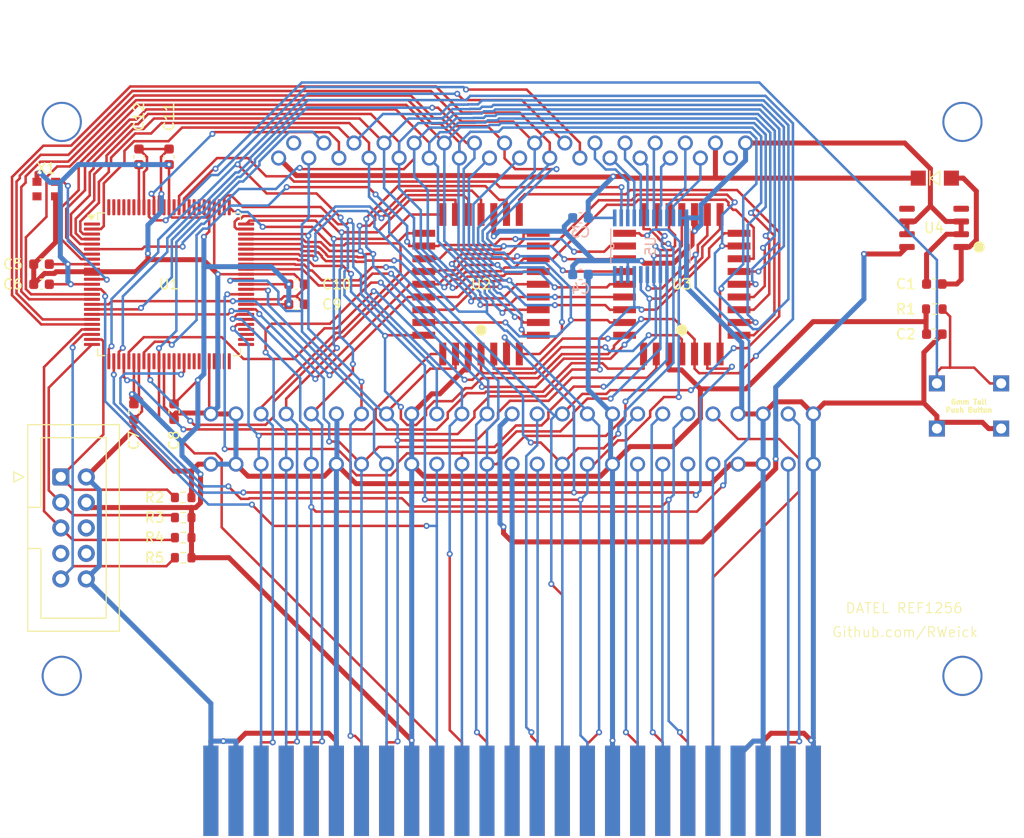
<source format=kicad_pcb>
(kicad_pcb (version 20240108) (generator "pcbnew") (generator_version "8.0")
  (layers (0 "F.Cu" signal) (31 "B.Cu" signal) (34 "B.Paste" user) (35 "F.Paste" user) (36 "B.SilkS" user "B.Silkscreen") (37 "F.SilkS" user "F.Silkscreen") (38 "B.Mask" user) (39 "F.Mask" user) (44 "Edge.Cuts" user))
  (net 0 "")
  (net 1 "/A18")
  (net 2 "/A16")
  (net 3 "/A15")
  (net 4 "/A12")
  (net 5 "/A7")
  (net 6 "/A6")
  (net 7 "/A5")
  (net 8 "/A4")
  (net 9 "/A3")
  (net 10 "/A2")
  (net 11 "/A1")
  (net 12 "/A0")
  (net 13 "/AD0")
  (net 14 "/AD1")
  (net 15 "/AD2")
  (net 16 "+3V3")
  (net 17 "/AD3")
  (net 18 "/AD4")
  (net 19 "/AD5")
  (net 20 "/AD6")
  (net 21 "/AD7")
  (net 22 "/Chip_Enable")
  (net 23 "/A10")
  (net 24 "/Output_Enable")
  (net 25 "/A11")
  (net 26 "/A9")
  (net 27 "/A8")
  (net 28 "/A13")
  (net 29 "/A14")
  (net 30 "/A17")
  (net 31 "/{slash}write")
  (net 32 "GND")
  (net 33 "/AD8")
  (net 34 "/AD9")
  (net 35 "/AD10")
  (net 36 "/AD11")
  (net 37 "/AD12")
  (net 38 "/AD13")
  (net 39 "/AD14")
  (net 40 "/AD15")
  (net 41 "/{slash}read_bottom")
  (net 42 "/{slash}COLD_RESET")
  (net 43 "/ALE_L")
  (net 44 "/ALE_H")
  (net 45 "/Button")
  (net 46 "/{slash}read_top")
  (net 47 "/12V_Rear")
  (net 48 "/UNUSED_Rear")
  (net 49 "/5V.VOUT")
  (net 51 "/RAUDIO")
  (net 52 "/12V_Front")
  (net 53 "/UNUSED_Front")
  (net 55 "/5V.VCC")
  (net 56 "/S_DAT")
  (net 57 "/LAUDIO")
  (net 58 "/Gameboy.A15")
  (net 59 "/Gameboy.CS")
  (net 60 "/CIC.11")
  (net 61 "/{slash}INT1")
  (net 62 "/Video.Sync")
  (net 63 "/CIC.14")
  (net 64 "/{slash}NMI")
  (net 65 "/CIC.15")
  (net 66 "/TDI")
  (net 67 "/TMS")
  (net 68 "/TDO")
  (net 69 "/TCK")
  (net 70 "/AD7.5V")
  (net 71 "/AD2.5V")
  (net 72 "/Shift.Dir")
  (net 73 "/AD1.5V")
  (net 74 "/AD3.5V")
  (net 75 "/AD4.5V")
  (net 76 "/AD6.5V")
  (net 77 "/AD5.5V")
  (net 78 "/AD0.5V")
  (net 81 "/CLK")
  (footprint "REF1256:6mm Push Button" (layer "F.Cu") (at 212.592 95.217 90)
    (property "Reference" "SW1" (hide yes))
    (property "Value" "SW_Push")
  )
  (footprint "REF1256:Cartridge Slot" (layer "F.Cu") (at 167.087 98.512)
    (property "Reference" "J2" (hide yes))
    (property "Value" "N64 Cartridge Slot")
  )
  (footprint "Capacitor_SMD:C_0603_1608Metric" (layer "F.Cu") (at 145.621 85.087)
    (property "Reference" "C9")
    (property "Value" "100 nF")
  )
  (footprint "REF1256:PLCC32" (layer "F.Cu") (at 183.988 83.087 180)
    (property "Reference" "U3")
    (property "Value" "SST28LF040")
  )
  (footprint "Connector_IDC:IDC-Header_2x05_P2.54mm_Vertical" (layer "F.Cu") (at 122.141 102.29)
    (property "Reference" "J4" (hide yes))
    (property "Value" "Conn_02x05_Odd_Even")
  )
  (footprint "REF1256:Drill Holes" (layer "F.Cu") (at 167.087 94.511)
    (property "Reference" "Holes" (hide yes))
    (property "Value" "Drill Holes")
  )
  (footprint "REF1256:Diode" (layer "F.Cu") (at 209.187 72.512)
    (property "Reference" "D1" (hide yes))
    (property "Value" "D_Small")
  )
  (footprint "Capacitor_SMD:C_0603_1608Metric" (layer "F.Cu") (at 120.221 81.087)
    (property "Reference" "C5")
    (property "Value" "100 nF")
  )
  (footprint "Capacitor_SMD:C_0603_1608Metric" (layer "F.Cu") (at 209.137 88.062)
    (property "Reference" "C2")
    (property "Value" "100 nF")
  )
  (footprint "REF1256:Bottom Edge Connector" (layer "F.Cu") (at 167.087 133.562)
    (property "Reference" "J3" (hide yes))
    (property "Value" "Edge_Connector")
  )
  (footprint "Capacitor_SMD:C_0603_1608Metric" (layer "F.Cu") (at 129.921 70.387 90)
    (property "Reference" "C12")
    (property "Value" "100 nF")
  )
  (footprint "Capacitor_SMD:C_0603_1608Metric" (layer "F.Cu") (at 133.421 95.787 90)
    (property "Reference" "C8")
    (property "Value" "100 nF")
  )
  (footprint "Package_QFP:LQFP-100_14x14mm_P0.5mm" (layer "F.Cu") (at 132.921 83.087)
    (property "Reference" "U1")
    (property "Value" "EPM570T100")
  )
  (footprint "Resistor_SMD:R_0603_1608Metric" (layer "F.Cu") (at 134.332 110.337)
    (property "Reference" "R5")
    (property "Value" "10K Ohm")
  )
  (footprint "Resistor_SMD:R_0603_1608Metric" (layer "F.Cu") (at 209.137 85.562)
    (property "Reference" "R1")
    (property "Value" "10K Ohm")
  )
  (footprint "Capacitor_SMD:C_0603_1608Metric" (layer "F.Cu") (at 132.921 70.387 90)
    (property "Reference" "C11")
    (property "Value" "100 nF")
  )
  (footprint "Resistor_SMD:R_0603_1608Metric" (layer "F.Cu") (at 134.332 106.337)
    (property "Reference" "R3")
    (property "Value" "10K Ohm")
  )
  (footprint "REF1256:50 MHz Crystal" (layer "F.Cu") (at 120.695 73.602)
    (property "Reference" "X1")
    (property "Value" "ASCO")
  )
  (footprint "Capacitor_SMD:C_0603_1608Metric" (layer "F.Cu") (at 209.137 83.062)
    (property "Reference" "C1")
    (property "Value" "100 nF")
  )
  (footprint "REF1256:PLCC32" (layer "F.Cu") (at 163.991 83.087 180)
    (property "Reference" "U2")
    (property "Value" "SST28LF040")
  )
  (footprint "Capacitor_SMD:C_0603_1608Metric" (layer "F.Cu") (at 145.621 83.087)
    (property "Reference" "C10")
    (property "Value" "100 nF")
  )
  (footprint "Resistor_SMD:R_0603_1608Metric" (layer "F.Cu") (at 134.332 108.337)
    (property "Reference" "R4")
    (property "Value" "10K Ohm")
  )
  (footprint "REF1256:Gameboy Slot" (layer "F.Cu") (at 167.087 69.762)
    (property "Reference" "J1" (hide yes))
    (property "Value" "Gameboy Cartridge Connector")
  )
  (footprint "Capacitor_SMD:C_0603_1608Metric" (layer "F.Cu") (at 120.221 83.087)
    (property "Reference" "C6")
    (property "Value" "100 nF")
  )
  (footprint "Capacitor_SMD:C_0603_1608Metric" (layer "F.Cu") (at 129.421 95.787 90)
    (property "Reference" "C7")
    (property "Value" "100 nF")
  )
  (footprint "Resistor_SMD:R_0603_1608Metric" (layer "F.Cu") (at 134.332 104.337)
    (property "Reference" "R2")
    (property "Value" "10K Ohm")
  )
  (footprint "REF1256:LM7805" (layer "F.Cu") (at 209.112 77.467 180)
    (property "Reference" "U4")
    (property "Value" "LM78L05_SO8")
  )
  (footprint "Capacitor_SMD:C_0603_1608Metric" (layer "B.Cu") (at 173.896 76.4736)
    (property "Reference" "C3")
    (property "Value" "100n")
  )
  (footprint "REF1256:SN74LVC4245A" (layer "B.Cu") (at 180.879 79.293 -90)
    (property "Reference" "U5")
    (property "Value" "SN74LVC4245A")
  )
  (footprint "Capacitor_SMD:C_0603_1608Metric" (layer "B.Cu") (at 173.896 82.1124)
    (property "Reference" "C4")
    (property "Value" "100n")
  )
  (gr_line (start 126.337 54.762) (end 207.837 54.762) (stroke (width 0.002)) (layer "Edge.Cuts"))
  (gr_line (start 116.087 59.762) (end 116.087 125.762) (stroke (width 0.002)) (layer "Edge.Cuts"))
  (gr_line (start 134.712 125.759) (end 116.087 125.762) (stroke (width 0.002)) (layer "Edge.Cuts"))
  (gr_line (start 134.712 138.262) (end 134.712 125.759) (stroke (width 0.002)) (layer "Edge.Cuts"))
  (gr_line (start 199.462 125.762) (end 218.087 125.762) (stroke (width 0.002)) (layer "Edge.Cuts"))
  (gr_line (start 218.087 59.762) (end 218.087 125.762) (stroke (width 0.002)) (layer "Edge.Cuts"))
  (gr_line (start 199.462 138.262) (end 199.462 125.762) (stroke (width 0.002)) (layer "Edge.Cuts"))
  (gr_line (start 116.087 59.762) (end 126.337 54.762) (stroke (width 0.002)) (layer "Edge.Cuts"))
  (gr_line (start 207.837 54.762) (end 218.087 59.762) (stroke (width 0.002)) (layer "Edge.Cuts"))
  (gr_line (start 199.462 138.262) (end 134.712 138.262) (stroke (width 0.002)) (layer "Edge.Cuts"))
  (gr_text "Github.com/RWeick" (at 198.889 118.338 0) (layer "F.SilkS") (effects (font (size 1 1) (thickness 0.1)) (justify left bottom)))
  (gr_text "6mm Tall\nPush Button" (at 212.592 95.217 0) (layer "F.SilkS") (effects (font (size 0.5 0.5) (thickness 0.125))))
  (gr_text "DATEL REF1256" (at 200.232 115.946 0) (layer "F.SilkS") (effects (font (size 1 1) (thickness 0.1)) (justify left bottom)))
  (segment (start 140.3414 90.5315) (end 145.3456 90.5315) (width 0.25) (layer "F.Cu") (net 1))
  (segment (start 163.991 90.037) (end 163.991 91.4987) (width 0.25) (layer "F.Cu") (net 1))
  (segment (start 128.921 90.762) (end 128.921 89.8465) (width 0.25) (layer "F.Cu") (net 1))
  (segment (start 149.6166 87.4752) (end 153.3093 83.7825) (width 0.25) (layer "F.Cu") (net 1))
  (segment (start 163.1323 92.6033) (end 162.3492 92.6033) (width 0.25) (layer "F.Cu") (net 1))
  (segment (start 163.991 91.7446) (end 164.1968 91.9504) (width 0.25) (layer "F.Cu") (net 1))
  (segment (start 169.3915 91.9504) (end 171.9771 89.3648) (width 0.25) (layer "F.Cu") (net 1))
  (segment (start 128.921 89.8465) (end 130.4032 88.3643) (width 0.25) (layer "F.Cu") (net 1))
  (segment (start 183.5762 88.1635) (end 183.988 88.5753) (width 0.25) (layer "F.Cu") (net 1))
  (segment (start 183.988 90.037) (end 183.988 88.5753) (width 0.25) (layer "F.Cu") (net 1))
  (segment (start 164.1968 91.9504) (end 169.3915 91.9504) (width 0.25) (layer "F.Cu") (net 1))
  (segment (start 148.4019 87.4752) (end 149.6166 87.4752) (width 0.25) (layer "F.Cu") (net 1))
  (segment (start 138.1742 88.3643) (end 140.3414 90.5315) (width 0.25) (layer "F.Cu") (net 1))
  (segment (start 171.9771 89.3648) (end 176.3778 89.3648) (width 0.25) (layer "F.Cu") (net 1))
  (segment (start 145.3456 90.5315) (end 148.4019 87.4752) (width 0.25) (layer "F.Cu") (net 1))
  (segment (start 163.991 91.7446) (end 163.1323 92.6033) (width 0.25) (layer "F.Cu") (net 1))
  (segment (start 130.4032 88.3643) (end 138.1742 88.3643) (width 0.25) (layer "F.Cu") (net 1))
  (segment (start 180.6927 88.1635) (end 183.5762 88.1635) (width 0.25) (layer "F.Cu") (net 1))
  (segment (start 163.991 91.4987) (end 163.991 91.7446) (width 0.25) (layer "F.Cu") (net 1))
  (via (at 180.6927 88.1635) (size 0.6) (drill 0.3) (layers "F.Cu" "B.Cu") (net 1))
  (via (at 162.3492 92.6033) (size 0.6) (drill 0.3) (layers "F.Cu" "B.Cu") (net 1))
  (via (at 153.3093 83.7825) (size 0.6) (drill 0.3) (layers "F.Cu" "B.Cu") (net 1))
  (via (at 176.3778 89.3648) (size 0.6) (drill 0.3) (layers "F.Cu" "B.Cu") (net 1))
  (segment (start 179.1185 89.7377) (end 180.6927 88.1635) (width 0.25) (layer "B.Cu") (net 1))
  (segment (start 162.3492 92.6033) (end 153.5284 83.7825) (width 0.25) (layer "B.Cu") (net 1))
  (segment (start 176.7507 89.7377) (end 179.1185 89.7377) (width 0.25) (layer "B.Cu") (net 1))
  (segment (start 153.5284 83.7825) (end 153.3093 83.7825) (width 0.25) (layer "B.Cu") (net 1))
  (segment (start 176.3778 89.3648) (end 176.7507 89.7377) (width 0.25) (layer "B.Cu") (net 1))
  (segment (start 185.258 90.037) (end 185.258 88.5753) (width 0.25) (layer "F.Cu") (net 2))
  (segment (start 185.258 91.4987) (end 185.7097 91.9504) (width 0.25) (layer "F.Cu") (net 2))
  (segment (start 172.1278 88.5013) (end 169.1304 91.4987) (width 0.25) (layer "F.Cu") (net 2))
  (segment (start 127.921 90.762) (end 127.921 89.8291) (width 0.25) (layer "F.Cu") (net 2))
  (segment (start 176.6279 88.5013) (end 172.1278 88.5013) (width 0.25) (layer "F.Cu") (net 2))
  (segment (start 189.6582 91.9504) (end 191.37 90.2386) (width 0.25) (layer "F.Cu") (net 2))
  (segment (start 169.1304 91.4987) (end 165.261 91.4987) (width 0.25) (layer "F.Cu") (net 2))
  (segment (start 127.921 89.8291) (end 128.3175 89.4326) (width 0.25) (layer "F.Cu") (net 2))
  (segment (start 185.7097 91.9504) (end 189.6582 91.9504) (width 0.25) (layer "F.Cu") (net 2))
  (segment (start 185.258 90.037) (end 185.258 91.4987) (width 0.25) (layer "F.Cu") (net 2))
  (segment (start 179.9388 86.5543) (end 183.237 86.5543) (width 0.25) (layer "F.Cu") (net 2))
  (segment (start 165.261 90.037) (end 165.261 91.4987) (width 0.25) (layer "F.Cu") (net 2))
  (segment (start 183.237 86.5543) (end 185.258 88.5753) (width 0.25) (layer "F.Cu") (net 2))
  (via (at 128.3175 89.4326) (size 0.6) (drill 0.3) (layers "F.Cu" "B.Cu") (net 2))
  (via (at 179.9388 86.5543) (size 0.6) (drill 0.3) (layers "F.Cu" "B.Cu") (net 2))
  (via (at 176.6279 88.5013) (size 0.6) (drill 0.3) (layers "F.Cu" "B.Cu") (net 2))
  (via (at 191.37 90.2386) (size 0.6) (drill 0.3) (layers "F.Cu" "B.Cu") (net 2))
  (segment (start 132.7474 79.8683) (end 132.7474 78.4879) (width 0.25) (layer "B.Cu") (net 2))
  (segment (start 136.0092 75.4912) (end 139.5568 71.9436) (width 0.25) (layer "B.Cu") (net 2))
  (segment (start 141.0235 70.4704) (end 146.7602 64.7337) (width 0.25) (layer "B.Cu") (net 2))
  (segment (start 139.8422 71.9436) (end 141.0235 70.7623) (width 0.25) (layer "B.Cu") (net 2))
  (segment (start 162.9182 64.313) (end 192.3191 64.313) (width 0.25) (layer "B.Cu") (net 2))
  (segment (start 128.3175 84.2982) (end 132.7474 79.8683) (width 0.25) (layer "B.Cu") (net 2))
  (segment (start 139.5568 71.9436) (end 139.8422 71.9436) (width 0.25) (layer "B.Cu") (net 2))
  (segment (start 128.3175 89.4326) (end 128.3175 84.2982) (width 0.25) (layer "B.Cu") (net 2))
  (segment (start 162.4975 64.7337) (end 162.9182 64.313) (width 0.25) (layer "B.Cu") (net 2))
  (segment (start 135.7441 75.4912) (end 136.0092 75.4912) (width 0.25) (layer "B.Cu") (net 2))
  (segment (start 195.0545 86.5541) (end 191.37 90.2386) (width 0.25) (layer "B.Cu") (net 2))
  (segment (start 146.7602 64.7337) (end 162.4975 64.7337) (width 0.25) (layer "B.Cu") (net 2))
  (segment (start 192.3191 64.313) (end 195.0545 67.0484) (width 0.25) (layer "B.Cu") (net 2))
  (segment (start 141.0235 70.7623) (end 141.0235 70.4704) (width 0.25) (layer "B.Cu") (net 2))
  (segment (start 176.6279 88.5013) (end 177.9918 88.5013) (width 0.25) (layer "B.Cu") (net 2))
  (segment (start 177.9918 88.5013) (end 179.9388 86.5543) (width 0.25) (layer "B.Cu") (net 2))
  (segment (start 132.7474 78.4879) (end 135.7441 75.4912) (width 0.25) (layer "B.Cu") (net 2))
  (segment (start 195.0545 67.0484) (end 195.0545 86.5541) (width 0.25) (layer "B.Cu") (net 2))
  (segment (start 166.531 88.5753) (end 166.531 88.5728) (width 0.25) (layer "F.Cu") (net 3))
  (segment (start 166.531 90.037) (end 166.531 88.5753) (width 0.25) (layer "F.Cu") (net 3))
  (segment (start 173.2499 103.8363) (end 140.3278 103.8363) (width 0.25) (layer "F.Cu") (net 3))
  (segment (start 186.528 91.4987) (end 188.7801 91.4987) (width 0.25) (layer "F.Cu") (net 3))
  (segment (start 185.1286 103.8363) (end 173.2499 103.8363) (width 0.25) (layer "F.Cu") (net 3))
  (segment (start 186.528 90.037) (end 186.528 91.4987) (width 0.25) (layer "F.Cu") (net 3))
  (segment (start 127.421 92.0942) (end 127.421 90.762) (width 0.25) (layer "F.Cu") (net 3))
  (segment (start 185.3895 104.0972) (end 185.1286 103.8363) (width 0.25) (layer "F.Cu") (net 3))
  (segment (start 166.531 88.5728) (end 166.3474 88.3892) (width 0.25) (layer "F.Cu") (net 3))
  (segment (start 188.7801 91.4987) (end 188.9785 91.3003) (width 0.25) (layer "F.Cu") (net 3))
  (via (at 127.421 92.0942) (size 0.6) (drill 0.3) (layers "F.Cu" "B.Cu") (net 3))
  (via (at 185.3895 104.0972) (size 0.6) (drill 0.3) (layers "F.Cu" "B.Cu") (net 3))
  (via (at 188.9785 91.3003) (size 0.6) (drill 0.3) (layers "F.Cu" "B.Cu") (net 3))
  (via (at 140.3278 103.8363) (size 0.6) (drill 0.3) (layers "F.Cu" "B.Cu") (net 3))
  (via (at 166.3474 88.3892) (size 0.6) (drill 0.3) (layers "F.Cu" "B.Cu") (net 3))
  (via (at 173.2499 103.8363) (size 0.6) (drill 0.3) (layers "F.Cu" "B.Cu") (net 3))
  (segment (start 136.3344 103.8521) (end 140.312 103.8521) (width 0.25) (layer "B.Cu") (net 3))
  (segment (start 127.421 92.0942) (end 127.421 94.9387) (width 0.25) (layer "B.Cu") (net 3))
  (segment (start 185.837 94.4418) (end 188.9785 91.3003) (width 0.25) (layer "B.Cu") (net 3))
  (segment (start 127.421 94.9387) (end 136.3344 103.8521) (width 0.25) (layer "B.Cu") (net 3))
  (segment (start 140.312 103.8521) (end 140.3278 103.8363) (width 0.25) (layer "B.Cu") (net 3))
  (segment (start 185.3895 104.0972) (end 185.837 103.6497) (width 0.25) (layer "B.Cu") (net 3))
  (segment (start 173.2499 95.2917) (end 173.2499 103.8363) (width 0.25) (layer "B.Cu") (net 3))
  (segment (start 185.837 103.6497) (end 185.837 94.4418) (width 0.25) (layer "B.Cu") (net 3))
  (segment (start 166.3474 88.3892) (end 173.2499 95.2917) (width 0.25) (layer "B.Cu") (net 3))
  (segment (start 122.9025 70.1897) (end 129.2643 63.8279) (width 0.25) (layer "F.Cu") (net 4))
  (segment (start 120.3364 86.587) (end 117.7355 83.9861) (width 0.25) (layer "F.Cu") (net 4))
  (segment (start 118.056 72.2693) (end 120.1356 70.1897) (width 0.25) (layer "F.Cu") (net 4))
  (segment (start 172.0512 87.81) (end 169.8242 90.037) (width 0.25) (layer "F.Cu") (net 4))
  (segment (start 172.0512 86.8572) (end 172.0512 87.81) (width 0.25) (layer "F.Cu") (net 4))
  (segment (start 162.0459 66.8797) (end 167.2047 66.8797) (width 0.25) (layer "F.Cu") (net 4))
  (segment (start 117.7355 72.8523) (end 118.056 72.5318) (width 0.25) (layer "F.Cu") (net 4))
  (segment (start 118.056 72.5318) (end 118.056 72.2693) (width 0.25) (layer "F.Cu") (net 4))
  (segment (start 187.798 90.037) (end 187.798 83.6512) (width 0.25) (layer "F.Cu") (net 4))
  (segment (start 187.798 83.6512) (end 187.9266 83.5226) (width 0.25) (layer "F.Cu") (net 4))
  (segment (start 169.8242 90.037) (end 167.801 90.037) (width 0.25) (layer "F.Cu") (net 4))
  (segment (start 117.7355 83.9861) (end 117.7355 72.8523) (width 0.25) (layer "F.Cu") (net 4))
  (segment (start 167.2047 66.8797) (end 169.337 69.012) (width 0.25) (layer "F.Cu") (net 4))
  (segment (start 125.246 86.587) (end 120.3364 86.587) (width 0.25) (layer "F.Cu") (net 4))
  (segment (start 129.2643 63.8279) (end 158.9941 63.8279) (width 0.25) (layer "F.Cu") (net 4))
  (segment (start 158.9941 63.8279) (end 162.0459 66.8797) (width 0.25) (layer "F.Cu") (net 4))
  (segment (start 120.1356 70.1897) (end 122.9025 70.1897) (width 0.25) (layer "F.Cu") (net 4))
  (via (at 172.0512 86.8572) (size 0.6) (drill 0.3) (layers "F.Cu" "B.Cu") (net 4))
  (via (at 187.9266 83.5226) (size 0.6) (drill 0.3) (layers "F.Cu" "B.Cu") (net 4))
  (segment (start 190.1057 74.3828) (end 190.1057 81.0863) (width 0.25) (layer "B.Cu") (net 4))
  (segment (start 170.2293 81.4056) (end 172.0512 83.2275) (width 0.25) (layer "B.Cu") (net 4))
  (segment (start 163.7032 77.4603) (end 163.7032 78.9232) (width 0.25) (layer "B.Cu") (net 4))
  (segment (start 166.0205 80.3926) (end 167.0335 81.4056) (width 0.25) (layer "B.Cu") (net 4))
  (segment (start 187.9266 83.2654) (end 187.9266 83.5226) (width 0.25) (layer "B.Cu") (net 4))
  (segment (start 190.7831 67.9353) (end 191.4137 68.5659) (width 0.25) (layer "B.Cu") (net 4))
  (segment (start 169.337 71.8265) (end 163.7032 77.4603) (width 0.25) (layer "B.Cu") (net 4))
  (segment (start 169.337 69.012) (end 170.4137 67.9353) (width 0.25) (layer "B.Cu") (net 4))
  (segment (start 170.4137 67.9353) (end 190.7831 67.9353) (width 0.25) (layer "B.Cu") (net 4))
  (segment (start 191.4137 68.5659) (end 191.4137 73.0748) (width 0.25) (layer "B.Cu") (net 4))
  (segment (start 169.337 69.012) (end 169.337 71.8265) (width 0.25) (layer "B.Cu") (net 4))
  (segment (start 165.1726 80.3926) (end 166.0205 80.3926) (width 0.25) (layer "B.Cu") (net 4))
  (segment (start 191.4137 73.0748) (end 190.1057 74.3828) (width 0.25) (layer "B.Cu") (net 4))
  (segment (start 190.1057 81.0863) (end 187.9266 83.2654) (width 0.25) (layer "B.Cu") (net 4))
  (segment (start 163.7032 78.9232) (end 165.1726 80.3926) (width 0.25) (layer "B.Cu") (net 4))
  (segment (start 172.0512 83.2275) (end 172.0512 86.8572) (width 0.25) (layer "B.Cu") (net 4))
  (segment (start 167.0335 81.4056) (end 170.2293 81.4056) (width 0.25) (layer "B.Cu") (net 4))
  (segment (start 193.2077 78.2482) (end 193.2077 86.109) (width 0.25) (layer "F.Cu") (net 5))
  (segment (start 169.691 88.167) (end 168.2293 88.167) (width 0.25) (layer "F.Cu") (net 5))
  (segment (start 190.8724 75.976) (end 190.9355 75.976) (width 0.25) (layer "F.Cu") (net 5))
  (segment (start 159.1013 67.0928) (end 159.9699 67.0928) (width 0.25) (layer "F.Cu") (net 5))
  (segment (start 119.1801 84.087) (end 118.6639 83.5708) (width 0.25) (layer "F.Cu") (net 5))
  (segment (start 118.6639 78.4137) (end 120.7139 76.3637) (width 0.25) (layer "F.Cu") (net 5))
  (segment (start 189.688 88.167) (end 191.1497 88.167) (width 0.25) (layer "F.Cu") (net 5))
  (segment (start 129.6399 64.7428) (end 156.7513 64.7428) (width 0.25) (layer "F.Cu") (net 5))
  (segment (start 156.7513 64.7428) (end 159.1013 67.0928) (width 0.25) (layer "F.Cu") (net 5))
  (segment (start 193.2077 86.109) (end 191.1497 88.167) (width 0.25) (layer "F.Cu") (net 5))
  (segment (start 125.246 84.087) (end 119.1801 84.087) (width 0.25) (layer "F.Cu") (net 5))
  (segment (start 121.7871 71.3481) (end 123.0346 71.3481) (width 0.25) (layer "F.Cu") (net 5))
  (segment (start 120.7139 76.3637) (end 120.7139 72.4213) (width 0.25) (layer "F.Cu") (net 5))
  (segment (start 168.2293 87.7943) (end 168.0315 87.5965) (width 0.25) (layer "F.Cu") (net 5))
  (segment (start 123.0346 71.3481) (end 129.6399 64.7428) (width 0.25) (layer "F.Cu") (net 5))
  (segment (start 120.7139 72.4213) (end 121.7871 71.3481) (width 0.25) (layer "F.Cu") (net 5))
  (segment (start 168.2293 88.167) (end 168.2293 87.7943) (width 0.25) (layer "F.Cu") (net 5))
  (segment (start 118.6639 83.5708) (end 118.6639 78.4137) (width 0.25) (layer "F.Cu") (net 5))
  (segment (start 190.9355 75.976) (end 193.2077 78.2482) (width 0.25) (layer "F.Cu") (net 5))
  (segment (start 161.837 68.9599) (end 161.837 70.512) (width 0.25) (layer "F.Cu") (net 5))
  (segment (start 159.9699 67.0928) (end 161.837 68.9599) (width 0.25) (layer "F.Cu") (net 5))
  (via (at 190.8724 75.976) (size 0.6) (drill 0.3) (layers "F.Cu" "B.Cu") (net 5))
  (via (at 168.0315 87.5965) (size 0.6) (drill 0.3) (layers "F.Cu" "B.Cu") (net 5))
  (segment (start 161.837 70.512) (end 161.7497 70.5993) (width 0.25) (layer "B.Cu") (net 5))
  (segment (start 161.7497 79.5404) (end 165.2661 83.0568) (width 0.25) (layer "B.Cu") (net 5))
  (segment (start 168.0315 86.1153) (end 168.0315 87.5965) (width 0.25) (layer "B.Cu") (net 5))
  (segment (start 165.6333 83.9691) (end 165.8853 83.9691) (width 0.25) (layer "B.Cu") (net 5))
  (segment (start 191.0089 67.4764) (end 191.8926 68.3601) (width 0.25) (layer "B.Cu") (net 5))
  (segment (start 165.2661 83.0568) (end 165.2661 83.6019) (width 0.25) (layer "B.Cu") (net 5))
  (segment (start 165.2661 83.6019) (end 165.6333 83.9691) (width 0.25) (layer "B.Cu") (net 5))
  (segment (start 161.7497 70.5993) (end 161.7497 79.5404) (width 0.25) (layer "B.Cu") (net 5))
  (segment (start 161.837 68.9893) (end 162.9307 67.8956) (width 0.25) (layer "B.Cu") (net 5))
  (segment (start 191.8926 68.3601) (end 191.8926 74.9558) (width 0.25) (layer "B.Cu") (net 5))
  (segment (start 162.9307 67.8956) (end 165.7434 67.8956) (width 0.25) (layer "B.Cu") (net 5))
  (segment (start 165.7434 67.8956) (end 166.1626 67.4764) (width 0.25) (layer "B.Cu") (net 5))
  (segment (start 191.8926 74.9558) (end 190.8724 75.976) (width 0.25) (layer "B.Cu") (net 5))
  (segment (start 165.8853 83.9691) (end 168.0315 86.1153) (width 0.25) (layer "B.Cu") (net 5))
  (segment (start 161.837 70.512) (end 161.837 68.9893) (width 0.25) (layer "B.Cu") (net 5))
  (segment (start 166.1626 67.4764) (end 191.0089 67.4764) (width 0.25) (layer "B.Cu") (net 5))
  (segment (start 189.688 86.897) (end 191.1497 86.897) (width 0.25) (layer "F.Cu") (net 6))
  (segment (start 168.2293 86.897) (end 167.6803 86.348) (width 0.25) (layer "F.Cu") (net 6))
  (segment (start 125.246 80.587) (end 124.183 80.587) (width 0.25) (layer "F.Cu") (net 6))
  (segment (start 191.1497 86.897) (end 191.3363 86.897) (width 0.25) (layer "F.Cu") (net 6))
  (segment (start 129.8356 65.2125) (end 156.5375 65.2125) (width 0.25) (layer "F.Cu") (net 6))
  (segment (start 122.226 75.4069) (end 123.9187 73.7142) (width 0.25) (layer "F.Cu") (net 6))
  (segment (start 167.6803 86.348) (end 167.3556 86.348) (width 0.25) (layer "F.Cu") (net 6))
  (segment (start 124.183 80.587) (end 122.226 78.63) (width 0.25) (layer "F.Cu") (net 6))
  (segment (start 123.9187 73.7142) (end 123.9187 71.1294) (width 0.25) (layer "F.Cu") (net 6))
  (segment (start 123.9187 71.1294) (end 129.8356 65.2125) (width 0.25) (layer "F.Cu") (net 6))
  (segment (start 156.5375 65.2125) (end 160.337 69.012) (width 0.25) (layer "F.Cu") (net 6))
  (segment (start 169.691 86.897) (end 168.2293 86.897) (width 0.25) (layer "F.Cu") (net 6))
  (segment (start 122.226 78.63) (end 122.226 75.4069) (width 0.25) (layer "F.Cu") (net 6))
  (via (at 167.3556 86.348) (size 0.6) (drill 0.3) (layers "F.Cu" "B.Cu") (net 6))
  (via (at 191.3363 86.897) (size 0.6) (drill 0.3) (layers "F.Cu" "B.Cu") (net 6))
  (segment (start 164.8419 67.2089) (end 165.7913 67.2089) (width 0.25) (layer "B.Cu") (net 6))
  (segment (start 192.3443 68.173) (end 192.3443 75.3904) (width 0.25) (layer "B.Cu") (net 6))
  (segment (start 164.8144 83.789) (end 165.4462 84.4208) (width 0.25) (layer "B.Cu") (net 6))
  (segment (start 164.6069 67.4439) (end 164.8419 67.2089) (width 0.25) (layer "B.Cu") (net 6))
  (segment (start 192.23 68.0567) (end 192.23 68.0587) (width 0.25) (layer "B.Cu") (net 6))
  (segment (start 160.337 78.7718) (end 164.8144 83.2492) (width 0.25) (layer "B.Cu") (net 6))
  (segment (start 160.337 69.012) (end 160.337 78.7718) (width 0.25) (layer "B.Cu") (net 6))
  (segment (start 192.3443 75.3904) (end 190.5589 77.1758) (width 0.25) (layer "B.Cu") (net 6))
  (segment (start 190.5427 81.3704) (end 190.5427 86.1034) (width 0.25) (layer "B.Cu") (net 6))
  (segment (start 192.23 68.0587) (end 192.3443 68.173) (width 0.25) (layer "B.Cu") (net 6))
  (segment (start 161.9051 67.4439) (end 164.6069 67.4439) (width 0.25) (layer "B.Cu") (net 6))
  (segment (start 165.9755 67.0247) (end 191.198 67.0247) (width 0.25) (layer "B.Cu") (net 6))
  (segment (start 165.5089 84.4208) (end 167.3556 86.2675) (width 0.25) (layer "B.Cu") (net 6))
  (segment (start 165.4462 84.4208) (end 165.5089 84.4208) (width 0.25) (layer "B.Cu") (net 6))
  (segment (start 190.5589 77.1758) (end 190.5589 81.3542) (width 0.25) (layer "B.Cu") (net 6))
  (segment (start 191.198 67.0247) (end 192.23 68.0567) (width 0.25) (layer "B.Cu") (net 6))
  (segment (start 164.8144 83.2492) (end 164.8144 83.789) (width 0.25) (layer "B.Cu") (net 6))
  (segment (start 160.337 69.012) (end 161.9051 67.4439) (width 0.25) (layer "B.Cu") (net 6))
  (segment (start 167.3556 86.2675) (end 167.3556 86.348) (width 0.25) (layer "B.Cu") (net 6))
  (segment (start 165.7913 67.2089) (end 165.9755 67.0247) (width 0.25) (layer "B.Cu") (net 6))
  (segment (start 190.5427 86.1034) (end 191.3363 86.897) (width 0.25) (layer "B.Cu") (net 6))
  (segment (start 190.5589 81.3542) (end 190.5427 81.3704) (width 0.25) (layer "B.Cu") (net 6))
  (segment (start 124.341 80.087) (end 122.6868 78.4328) (width 0.25) (layer "F.Cu") (net 7))
  (segment (start 192.6997 84.077) (end 191.1497 85.627) (width 0.25) (layer "F.Cu") (net 7))
  (segment (start 192.6997 78.6268) (end 192.6997 84.077) (width 0.25) (layer "F.Cu") (net 7))
  (segment (start 155.5135 65.6642) (end 158.837 68.9877) (width 0.25) (layer "F.Cu") (net 7))
  (segment (start 124.818 71.1314) (end 124.818 70.8689) (width 0.25) (layer "F.Cu") (net 7))
  (segment (start 129.0058 66.6811) (end 129.6424 66.6811) (width 0.25) (layer "F.Cu") (net 7))
  (segment (start 124.5525 71.3969) (end 124.818 71.1314) (width 0.25) (layer "F.Cu") (net 7))
  (segment (start 169.691 85.627) (end 166.434 85.627) (width 0.25) (layer "F.Cu") (net 7))
  (segment (start 166.434 85.627) (end 166.1191 85.9419) (width 0.25) (layer "F.Cu") (net 7))
  (segment (start 124.818 70.8689) (end 129.0058 66.6811) (width 0.25) (layer "F.Cu") (net 7))
  (segment (start 122.6868 78.4328) (end 122.6868 75.585) (width 0.25) (layer "F.Cu") (net 7))
  (segment (start 158.837 68.9877) (end 158.837 70.512) (width 0.25) (layer "F.Cu") (net 7))
  (segment (start 125.246 80.087) (end 124.341 80.087) (width 0.25) (layer "F.Cu") (net 7))
  (segment (start 130.6593 65.6642) (end 155.5135 65.6642) (width 0.25) (layer "F.Cu") (net 7))
  (segment (start 189.688 85.627) (end 191.1497 85.627) (width 0.25) (layer "F.Cu") (net 7))
  (segment (start 129.6424 66.6811) (end 130.6593 65.6642) (width 0.25) (layer "F.Cu") (net 7))
  (segment (start 124.5525 73.7193) (end 124.5525 71.3969) (width 0.25) (layer "F.Cu") (net 7))
  (segment (start 122.6868 75.585) (end 124.5525 73.7193) (width 0.25) (layer "F.Cu") (net 7))
  (segment (start 192.336 78.2631) (end 192.6997 78.6268) (width 0.25) (layer "F.Cu") (net 7))
  (via (at 166.1191 85.9419) (size 0.6) (drill 0.3) (layers "F.Cu" "B.Cu") (net 7))
  (via (at 192.336 78.2631) (size 0.6) (drill 0.3) (layers "F.Cu" "B.Cu") (net 7))
  (segment (start 192.6817 67.8716) (end 192.796 67.9859) (width 0.25) (layer "B.Cu") (net 7))
  (segment (start 160.7779 67.9293) (end 161.715 66.9922) (width 0.25) (layer "B.Cu") (net 7))
  (segment (start 165.6042 66.7572) (end 165.7884 66.573) (width 0.25) (layer "B.Cu") (net 7))
  (segment (start 159.7007 78.7979) (end 164.3627 83.4599) (width 0.25) (layer "B.Cu") (net 7))
  (segment (start 158.837 70.512) (end 159.7007 71.3757) (width 0.25) (layer "B.Cu") (net 7))
  (segment (start 192.796 77.8031) (end 192.336 78.2631) (width 0.25) (layer "B.Cu") (net 7))
  (segment (start 192.6817 67.8696) (end 192.6817 67.8716) (width 0.25) (layer "B.Cu") (net 7))
  (segment (start 164.6548 66.7572) (end 165.6042 66.7572) (width 0.25) (layer "B.Cu") (net 7))
  (segment (start 163.433 66.9922) (end 163.4571 66.9681) (width 0.25) (layer "B.Cu") (net 7))
  (segment (start 165.7884 66.573) (end 191.3851 66.573) (width 0.25) (layer "B.Cu") (net 7))
  (segment (start 163.4571 66.9681) (end 164.4439 66.9681) (width 0.25) (layer "B.Cu") (net 7))
  (segment (start 191.3851 66.573) (end 192.6817 67.8696) (width 0.25) (layer "B.Cu") (net 7))
  (segment (start 158.837 68.9893) (end 159.897 67.9293) (width 0.25) (layer "B.Cu") (net 7))
  (segment (start 159.7007 71.3757) (end 159.7007 78.7979) (width 0.25) (layer "B.Cu") (net 7))
  (segment (start 164.4439 66.9681) (end 164.6548 66.7572) (width 0.25) (layer "B.Cu") (net 7))
  (segment (start 164.3627 83.9761) (end 165.1958 84.8092) (width 0.25) (layer "B.Cu") (net 7))
  (segment (start 164.3627 83.4599) (end 164.3627 83.9761) (width 0.25) (layer "B.Cu") (net 7))
  (segment (start 159.897 67.9293) (end 160.7779 67.9293) (width 0.25) (layer "B.Cu") (net 7))
  (segment (start 165.1958 84.8092) (end 165.1958 85.0186) (width 0.25) (layer "B.Cu") (net 7))
  (segment (start 161.715 66.9922) (end 163.433 66.9922) (width 0.25) (layer "B.Cu") (net 7))
  (segment (start 158.837 70.512) (end 158.837 68.9893) (width 0.25) (layer "B.Cu") (net 7))
  (segment (start 165.1958 85.0186) (end 166.1191 85.9419) (width 0.25) (layer "B.Cu") (net 7))
  (segment (start 192.796 67.9859) (end 192.796 77.8031) (width 0.25) (layer "B.Cu") (net 7))
  (segment (start 146.0644 71.6132) (end 145.9388 71.4876) (width 0.25) (layer "F.Cu") (net 8))
  (segment (start 192.2479 79.6307) (end 192.0728 79.4556) (width 0.25) (layer "F.Cu") (net 8))
  (segment (start 157.337 69.012) (end 157.337 70.5819) (width 0.25) (layer "F.Cu") (net 8))
  (segment (start 156.3057 71.6132) (end 146.0644 71.6132) (width 0.25) (layer "F.Cu") (net 8))
  (segment (start 192.2479 83.2588) (end 192.2479 79.6307) (width 0.25) (layer "F.Cu") (net 8))
  (segment (start 167.596 84.357) (end 166.8151 85.1379) (width 0.25) (layer "F.Cu") (net 8))
  (segment (start 130.2405 79.587) (end 130.4895 79.338) (width 0.25) (layer "F.Cu") (net 8))
  (segment (start 169.691 84.357) (end 167.596 84.357) (width 0.25) (layer "F.Cu") (net 8))
  (segment (start 189.688 84.357) (end 191.1497 84.357) (width 0.25) (layer "F.Cu") (net 8))
  (segment (start 157.337 70.5819) (end 156.3057 71.6132) (width 0.25) (layer "F.Cu") (net 8))
  (segment (start 125.246 79.587) (end 130.2405 79.587) (width 0.25) (layer "F.Cu") (net 8))
  (segment (start 130.4895 79.338) (end 134.2776 79.338) (width 0.25) (layer "F.Cu") (net 8))
  (segment (start 166.8151 85.1379) (end 163.9215 85.1379) (width 0.25) (layer "F.Cu") (net 8))
  (segment (start 191.1497 84.357) (end 192.2479 83.2588) (width 0.25) (layer "F.Cu") (net 8))
  (via (at 192.0728 79.4556) (size 0.6) (drill 0.3) (layers "F.Cu" "B.Cu") (net 8))
  (via (at 163.9215 85.1379) (size 0.6) (drill 0.3) (layers "F.Cu" "B.Cu") (net 8))
  (via (at 134.2776 79.338) (size 0.6) (drill 0.3) (layers "F.Cu" "B.Cu") (net 8))
  (via (at 145.9388 71.4876) (size 0.6) (drill 0.3) (layers "F.Cu" "B.Cu") (net 8))
  (segment (start 164.4677 66.3055) (end 165.4171 66.3055) (width 0.25) (layer "B.Cu") (net 8))
  (segment (start 193.2477 67.7988) (end 193.2477 78.2807) (width 0.25) (layer "B.Cu") (net 8))
  (segment (start 136.4083 77.064) (end 136.1405 77.064) (width 0.25) (layer "B.Cu") (net 8))
  (segment (start 193.1334 67.6825) (end 193.1334 67.6845) (width 0.25) (layer "B.Cu") (net 8))
  (segment (start 143.5722 73.5914) (end 139.8809 73.5914) (width 0.25) (layer "B.Cu") (net 8))
  (segment (start 161.5279 66.5405) (end 163.2459 66.5405) (width 0.25) (layer "B.Cu") (net 8))
  (segment (start 163.2459 66.5405) (end 163.27 66.5164) (width 0.25) (layer "B.Cu") (net 8))
  (segment (start 157.3371 69.012) (end 158.8715 67.4776) (width 0.25) (layer "B.Cu") (net 8))
  (segment (start 160.4578 81.3277) (end 160.825 81.6949) (width 0.25) (layer "B.Cu") (net 8))
  (segment (start 163.27 66.5164) (end 164.2568 66.5164) (width 0.25) (layer "B.Cu") (net 8))
  (segment (start 139.8809 73.5914) (end 136.4083 77.064) (width 0.25) (layer "B.Cu") (net 8))
  (segment (start 191.5722 66.1213) (end 193.1334 67.6825) (width 0.25) (layer "B.Cu") (net 8))
  (segment (start 158.8715 67.4776) (end 160.5205 67.4776) (width 0.25) (layer "B.Cu") (net 8))
  (segment (start 160.6617 67.3364) (end 160.732 67.3364) (width 0.25) (layer "B.Cu") (net 8))
  (segment (start 158.6889 73.6992) (end 158.6889 79.5357) (width 0.25) (layer "B.Cu") (net 8))
  (segment (start 165.6013 66.1213) (end 191.5722 66.1213) (width 0.25) (layer "B.Cu") (net 8))
  (segment (start 163.4537 84.3447) (end 163.9215 84.8125) (width 0.25) (layer "B.Cu") (net 8))
  (segment (start 160.5205 67.4776) (end 160.6617 67.3364) (width 0.25) (layer "B.Cu") (net 8))
  (segment (start 134.2776 78.9269) (end 134.2776 79.338) (width 0.25) (layer "B.Cu") (net 8))
  (segment (start 164.2568 66.5164) (end 164.4677 66.3055) (width 0.25) (layer "B.Cu") (net 8))
  (segment (start 145.9388 71.4876) (end 145.676 71.4876) (width 0.25) (layer "B.Cu") (net 8))
  (segment (start 165.4171 66.3055) (end 165.6013 66.1213) (width 0.25) (layer "B.Cu") (net 8))
  (segment (start 160.825 81.6949) (end 160.9673 81.6949) (width 0.25) (layer "B.Cu") (net 8))
  (segment (start 160.4578 81.3046) (end 160.4578 81.3277) (width 0.25) (layer "B.Cu") (net 8))
  (segment (start 160.732 67.3364) (end 161.5279 66.5405) (width 0.25) (layer "B.Cu") (net 8))
  (segment (start 157.3371 72.3474) (end 158.6889 73.6992) (width 0.25) (layer "B.Cu") (net 8))
  (segment (start 160.9673 81.6949) (end 163.4537 84.1813) (width 0.25) (layer "B.Cu") (net 8))
  (segment (start 163.4537 84.1813) (end 163.4537 84.3447) (width 0.25) (layer "B.Cu") (net 8))
  (segment (start 193.2477 78.2807) (end 192.0728 79.4556) (width 0.25) (layer "B.Cu") (net 8))
  (segment (start 136.1405 77.064) (end 134.2776 78.9269) (width 0.25) (layer "B.Cu") (net 8))
  (segment (start 193.1334 67.6845) (end 193.2477 67.7988) (width 0.25) (layer "B.Cu") (net 8))
  (segment (start 163.9215 84.8125) (end 163.9215 85.1379) (width 0.25) (layer "B.Cu") (net 8))
  (segment (start 157.3371 69.012) (end 157.3371 72.3474) (width 0.25) (layer "B.Cu") (net 8))
  (segment (start 157.337 69.012) (end 157.3371 69.012) (width 0.25) (layer "B.Cu") (net 8))
  (segment (start 145.676 71.4876) (end 143.5722 73.5914) (width 0.25) (layer "B.Cu") (net 8))
  (segment (start 158.6889 79.5357) (end 160.4578 81.3046) (width 0.25) (layer "B.Cu") (net 8))
  (segment (start 155.837 68.9339) (end 155.837 70.512) (width 0.25) (layer "F.Cu") (net 9))
  (segment (start 189.688 83.087) (end 191.1497 83.087) (width 0.25) (layer "F.Cu") (net 9))
  (segment (start 191.1497 83.087) (end 191.3381 83.087) (width 0.25) (layer "F.Cu") (net 9))
  (segment (start 166.1686 84.4908) (end 163.3096 84.4908) (width 0.25) (layer "F.Cu") (net 9))
  (segment (start 167.5724 83.087) (end 166.1686 84.4908) (width 0.25) (layer "F.Cu") (net 9))
  (segment (start 169.691 83.087) (end 168.2293 83.087) (width 0.25) (layer "F.Cu") (net 9))
  (segment (start 163.3096 84.4908) (end 163.002 84.7984) (width 0.25) (layer "F.Cu") (net 9))
  (segment (start 124.0656 79.087) (end 123.1557 78.1771) (width 0.25) (layer "F.Cu") (net 9))
  (segment (start 125.4009 70.9248) (end 129.1929 67.1328) (width 0.25) (layer "F.Cu") (net 9))
  (segment (start 125.0218 74.2318) (end 125.0218 71.9406) (width 0.25) (layer "F.Cu") (net 9))
  (segment (start 153.022 66.1189) (end 155.837 68.9339) (width 0.25) (layer "F.Cu") (net 9))
  (segment (start 123.1557 76.0979) (end 125.0218 74.2318) (width 0.25) (layer "F.Cu") (net 9))
  (segment (start 129.8296 67.1328) (end 130.8435 66.1189) (width 0.25) (layer "F.Cu") (net 9))
  (segment (start 125.246 79.087) (end 124.0656 79.087) (width 0.25) (layer "F.Cu") (net 9))
  (segment (start 123.1557 78.1771) (end 123.1557 76.0979) (width 0.25) (layer "F.Cu") (net 9))
  (segment (start 129.1929 67.1328) (end 129.8296 67.1328) (width 0.25) (layer "F.Cu") (net 9))
  (segment (start 130.8435 66.1189) (end 153.022 66.1189) (width 0.25) (layer "F.Cu") (net 9))
  (segment (start 125.0218 71.9406) (end 125.4009 71.5615) (width 0.25) (layer "F.Cu") (net 9))
  (segment (start 125.4009 71.5615) (end 125.4009 70.9248) (width 0.25) (layer "F.Cu") (net 9))
  (segment (start 168.2293 83.087) (end 167.5724 83.087) (width 0.25) (layer "F.Cu") (net 9))
  (via (at 163.002 84.7984) (size 0.6) (drill 0.3) (layers "F.Cu" "B.Cu") (net 9))
  (via (at 191.3381 83.087) (size 0.6) (drill 0.3) (layers "F.Cu" "B.Cu") (net 9))
  (segment (start 160.0061 81.4967) (end 160.0061 81.5148) (width 0.25) (layer "B.Cu") (net 9))
  (segment (start 193.5851 67.4954) (end 193.5851 67.4974) (width 0.25) (layer "B.Cu") (net 9))
  (segment (start 165.4142 65.6696) (end 191.7593 65.6696) (width 0.25) (layer "B.Cu") (net 9))
  (segment (start 163.0829 66.0647) (end 164.0697 66.0647) (width 0.25) (layer "B.Cu") (net 9))
  (segment (start 190.9944 82.7433) (end 191.3381 83.087) (width 0.25) (layer "B.Cu") (net 9))
  (segment (start 160.7659 82.1466) (end 163.002 84.3827) (width 0.25) (layer "B.Cu") (net 9))
  (segment (start 164.0697 66.0647) (end 164.2806 65.8538) (width 0.25) (layer "B.Cu") (net 9))
  (segment (start 159.7639 67.0259) (end 159.7687 67.0211) (width 0.25) (layer "B.Cu") (net 9))
  (segment (start 160.6379 82.1466) (end 160.7659 82.1466) (width 0.25) (layer "B.Cu") (net 9))
  (segment (start 160.4746 66.8847) (end 160.5449 66.8847) (width 0.25) (layer "B.Cu") (net 9))
  (segment (start 160.3382 67.0211) (end 160.4746 66.8847) (width 0.25) (layer "B.Cu") (net 9))
  (segment (start 160.0061 81.5148) (end 160.6379 82.1466) (width 0.25) (layer "B.Cu") (net 9))
  (segment (start 193.6994 67.6117) (end 193.6994 78.8525) (width 0.25) (layer "B.Cu") (net 9))
  (segment (start 163.0588 66.0888) (end 163.0829 66.0647) (width 0.25) (layer "B.Cu") (net 9))
  (segment (start 193.6994 78.8525) (end 190.9944 81.5575) (width 0.25) (layer "B.Cu") (net 9))
  (segment (start 163.002 84.3827) (end 163.002 84.7984) (width 0.25) (layer "B.Cu") (net 9))
  (segment (start 191.7593 65.6696) (end 193.5851 67.4954) (width 0.25) (layer "B.Cu") (net 9))
  (segment (start 155.8371 70.512) (end 155.8371 73.551) (width 0.25) (layer "B.Cu") (net 9))
  (segment (start 155.8371 68.9278) (end 157.739 67.0259) (width 0.25) (layer "B.Cu") (net 9))
  (segment (start 159.7687 67.0211) (end 160.3382 67.0211) (width 0.25) (layer "B.Cu") (net 9))
  (segment (start 155.8371 70.512) (end 155.837 70.512) (width 0.25) (layer "B.Cu") (net 9))
  (segment (start 157.9955 75.7094) (end 157.9955 79.4861) (width 0.25) (layer "B.Cu") (net 9))
  (segment (start 155.8371 70.512) (end 155.8371 68.9278) (width 0.25) (layer "B.Cu") (net 9))
  (segment (start 190.9944 81.5575) (end 190.9944 82.7433) (width 0.25) (layer "B.Cu") (net 9))
  (segment (start 157.739 67.0259) (end 159.7639 67.0259) (width 0.25) (layer "B.Cu") (net 9))
  (segment (start 165.23 65.8538) (end 165.4142 65.6696) (width 0.25) (layer "B.Cu") (net 9))
  (segment (start 161.3408 66.0888) (end 163.0588 66.0888) (width 0.25) (layer "B.Cu") (net 9))
  (segment (start 193.5851 67.4974) (end 193.6994 67.6117) (width 0.25) (layer "B.Cu") (net 9))
  (segment (start 164.2806 65.8538) (end 165.23 65.8538) (width 0.25) (layer "B.Cu") (net 9))
  (segment (start 160.5449 66.8847) (end 161.3408 66.0888) (width 0.25) (layer "B.Cu") (net 9))
  (segment (start 157.9955 79.4861) (end 160.0061 81.4967) (width 0.25) (layer "B.Cu") (net 9))
  (segment (start 155.8371 73.551) (end 157.9955 75.7094) (width 0.25) (layer "B.Cu") (net 9))
  (segment (start 162.631 82.3251) (end 161.5019 83.4542) (width 0.25) (layer "F.Cu") (net 10))
  (segment (start 129.3555 67.609) (end 130.3839 67.609) (width 0.25) (layer "F.Cu") (net 10))
  (segment (start 151.8956 66.5706) (end 154.337 69.012) (width 0.25) (layer "F.Cu") (net 10))
  (segment (start 126.6959 70.901) (end 126.6959 70.2686) (width 0.25) (layer "F.Cu") (net 10))
  (segment (start 161.5019 83.4542) (end 161.1618 83.4542) (width 0.25) (layer "F.Cu") (net 10))
  (segment (start 125.8526 71.7443) (end 126.6959 70.901) (width 0.25) (layer "F.Cu") (net 10))
  (segment (start 126.6959 70.2686) (end 129.3555 67.609) (width 0.25) (layer "F.Cu") (net 10))
  (segment (start 166.4838 82.0252) (end 166.2587 82.2503) (width 0.25) (layer "F.Cu") (net 10))
  (segment (start 131.4223 66.5706) (end 151.8956 66.5706) (width 0.25) (layer "F.Cu") (net 10))
  (segment (start 125.4735 72.1277) (end 125.8526 71.7486) (width 0.25) (layer "F.Cu") (net 10))
  (segment (start 164.2946 82.3251) (end 162.631 82.3251) (width 0.25) (layer "F.Cu") (net 10))
  (segment (start 189.688 81.817) (end 191.6211 81.817) (width 0.25) (layer "F.Cu") (net 10))
  (segment (start 130.3839 67.609) (end 131.4223 66.5706) (width 0.25) (layer "F.Cu") (net 10))
  (segment (start 124.21 78.587) (end 123.6237 78.0007) (width 0.25) (layer "F.Cu") (net 10))
  (segment (start 125.8526 71.7486) (end 125.8526 71.7443) (width 0.25) (layer "F.Cu") (net 10))
  (segment (start 123.6237 78.0007) (end 123.6237 76.5623) (width 0.25) (layer "F.Cu") (net 10))
  (segment (start 125.4735 74.7125) (end 125.4735 72.1277) (width 0.25) (layer "F.Cu") (net 10))
  (segment (start 164.3694 82.2503) (end 164.2946 82.3251) (width 0.25) (layer "F.Cu") (net 10))
  (segment (start 123.6237 76.5623) (end 125.4735 74.7125) (width 0.25) (layer "F.Cu") (net 10))
  (segment (start 125.246 78.587) (end 124.21 78.587) (width 0.25) (layer "F.Cu") (net 10))
  (segment (start 168.2293 81.817) (end 168.0211 82.0252) (width 0.25) (layer "F.Cu") (net 10))
  (segment (start 166.2587 82.2503) (end 164.3694 82.2503) (width 0.25) (layer "F.Cu") (net 10))
  (segment (start 169.691 81.817) (end 168.2293 81.817) (width 0.25) (layer "F.Cu") (net 10))
  (segment (start 168.0211 82.0252) (end 166.4838 82.0252) (width 0.25) (layer "F.Cu") (net 10))
  (via (at 161.1618 83.4542) (size 0.6) (drill 0.3) (layers "F.Cu" "B.Cu") (net 10))
  (via (at 191.6211 81.817) (size 0.6) (drill 0.3) (layers "F.Cu" "B.Cu") (net 10))
  (segment (start 154.337 69.012) (end 156.7748 66.5742) (width 0.25) (layer "B.Cu") (net 10))
  (segment (start 162.8717 65.6371) (end 162.8958 65.613) (width 0.25) (layer "B.Cu") (net 10))
  (segment (start 191.9464 65.2179) (end 194.0368 67.3083) (width 0.25) (layer "B.Cu") (net 10))
  (segment (start 161.1504 65.6371) (end 162.8717 65.6371) (width 0.25) (layer "B.Cu") (net 10))
  (segment (start 164.0935 65.4021) (end 165.0429 65.4021) (width 0.25) (layer "B.Cu") (net 10))
  (segment (start 156.7748 66.5742) (end 159.5768 66.5742) (width 0.25) (layer "B.Cu") (net 10))
  (segment (start 194.1511 79.287) (end 191.6211 81.817) (width 0.25) (layer "B.Cu") (net 10))
  (segment (start 160.1511 66.5694) (end 160.2875 66.433) (width 0.25) (layer "B.Cu") (net 10))
  (segment (start 165.2271 65.2179) (end 191.9464 65.2179) (width 0.25) (layer "B.Cu") (net 10))
  (segment (start 157.3188 76.4857) (end 157.3188 79.4663) (width 0.25) (layer "B.Cu") (net 10))
  (segment (start 157.3188 79.4663) (end 161.1618 83.3093) (width 0.25) (layer "B.Cu") (net 10))
  (segment (start 159.5816 66.5694) (end 160.1511 66.5694) (width 0.25) (layer "B.Cu") (net 10))
  (segment (start 194.0368 67.3103) (end 194.1511 67.4246) (width 0.25) (layer "B.Cu") (net 10))
  (segment (start 162.8958 65.613) (end 163.8826 65.613) (width 0.25) (layer "B.Cu") (net 10))
  (segment (start 194.0368 67.3083) (end 194.0368 67.3103) (width 0.25) (layer "B.Cu") (net 10))
  (segment (start 154.337 73.5039) (end 157.3188 76.4857) (width 0.25) (layer "B.Cu") (net 10))
  (segment (start 160.2875 66.433) (end 160.3545 66.433) (width 0.25) (layer "B.Cu") (net 10))
  (segment (start 163.8826 65.613) (end 164.0935 65.4021) (width 0.25) (layer "B.Cu") (net 10))
  (segment (start 165.0429 65.4021) (end 165.2271 65.2179) (width 0.25) (layer "B.Cu") (net 10))
  (segment (start 160.3545 66.433) (end 161.1504 65.6371) (width 0.25) (layer "B.Cu") (net 10))
  (segment (start 159.5768 66.5742) (end 159.5816 66.5694) (width 0.25) (layer "B.Cu") (net 10))
  (segment (start 194.1511 67.4246) (end 194.1511 79.287) (width 0.25) (layer "B.Cu") (net 10))
  (segment (start 161.1618 83.3093) (end 161.1618 83.4542) (width 0.25) (layer "B.Cu") (net 10))
  (segment (start 154.337 69.012) (end 154.337 73.5039) (width 0.25) (layer "B.Cu") (net 10))
  (segment (start 129.5589 68.0607) (end 127.1476 70.472) (width 0.25) (layer "F.Cu") (net 11))
  (segment (start 179.6645 74.669) (end 179.1651 75.1684) (width 0.25) (layer "F.Cu") (net 11))
  (segment (start 131.132 68.0607) (end 129.5589 68.0607) (width 0.25) (layer "F.Cu") (net 11))
  (segment (start 165.9842 81.7866) (end 164.1349 81.7866) (width 0.25) (layer "F.Cu") (net 11))
  (segment (start 127.1476 70.472) (end 127.1476 71.0881) (width 0.25) (layer "F.Cu") (net 11))
  (segment (start 189.091 75.6695) (end 188.6321 75.2106) (width 0.25) (layer "F.Cu") (net 11))
  (segment (start 179.1651 75.1684) (end 176.5313 75.1684) (width 0.25) (layer "F.Cu") (net 11))
  (segment (start 161.727 82.5896) (end 161.7183 82.5983) (width 0.25) (layer "F.Cu") (net 11))
  (segment (start 162.4634 81.8539) (end 161.7277 82.5896) (width 0.25) (layer "F.Cu") (net 11))
  (segment (start 124.0862 76.8238) (end 124.0862 77.7957) (width 0.25) (layer "F.Cu") (net 11))
  (segment (start 188.3657 74.669) (end 179.6645 74.669) (width 0.25) (layer "F.Cu") (net 11))
  (segment (start 188.6321 74.9354) (end 188.3657 74.669) (width 0.25) (layer "F.Cu") (net 11))
  (segment (start 126.9225 71.896) (end 125.9358 72.8827) (width 0.25) (layer "F.Cu") (net 11))
  (segment (start 169.691 80.547) (end 168.2293 80.547) (width 0.25) (layer "F.Cu") (net 11))
  (segment (start 176.5313 75.1684) (end 171.1527 80.547) (width 0.25) (layer "F.Cu") (net 11))
  (segment (start 161.7277 82.5896) (end 161.727 82.5896) (width 0.25) (layer "F.Cu") (net 11))
  (segment (start 191.1497 77.453) (end 189.3662 75.6695) (width 0.25) (layer "F.Cu") (net 11))
  (segment (start 189.688 80.547) (end 191.1497 80.547) (width 0.25) (layer "F.Cu") (net 11))
  (segment (start 125.9358 74.9742) (end 124.0862 76.8238) (width 0.25) (layer "F.Cu") (net 11))
  (segment (start 161.7183 82.5983) (end 161.1304 82.5983) (width 0.25) (layer "F.Cu") (net 11))
  (segment (start 125.9358 72.8827) (end 125.9358 74.9742) (width 0.25) (layer "F.Cu") (net 11))
  (segment (start 164.0676 81.8539) (end 162.4634 81.8539) (width 0.25) (layer "F.Cu") (net 11))
  (segment (start 166.3489 81.4219) (end 165.9842 81.7866) (width 0.25) (layer "F.Cu") (net 11))
  (segment (start 161.1304 82.5983) (end 160.335 83.3937) (width 0.25) (layer "F.Cu") (net 11))
  (segment (start 127.1476 71.0881) (end 126.9225 71.3132) (width 0.25) (layer "F.Cu") (net 11))
  (segment (start 169.691 80.547) (end 171.1527 80.547) (width 0.25) (layer "F.Cu") (net 11))
  (segment (start 152.837 68.9892) (end 150.8701 67.0223) (width 0.25) (layer "F.Cu") (net 11))
  (segment (start 168.2293 80.547) (end 167.3544 81.4219) (width 0.25) (layer "F.Cu") (net 11))
  (segment (start 189.3662 75.6695) (end 189.091 75.6695) (width 0.25) (layer "F.Cu") (net 11))
  (segment (start 191.1497 80.547) (end 191.1497 77.453) (width 0.25) (layer "F.Cu") (net 11))
  (segment (start 152.837 70.512) (end 152.837 68.9892) (width 0.25) (layer "F.Cu") (net 11))
  (segment (start 150.8701 67.0223) (end 132.1704 67.0223) (width 0.25) (layer "F.Cu") (net 11))
  (segment (start 132.1704 67.0223) (end 131.132 68.0607) (width 0.25) (layer "F.Cu") (net 11))
  (segment (start 126.9225 71.3132) (end 126.9225 71.896) (width 0.25) (layer "F.Cu") (net 11))
  (segment (start 188.6321 75.2106) (end 188.6321 74.9354) (width 0.25) (layer "F.Cu") (net 11))
  (segment (start 124.3775 78.087) (end 125.246 78.087) (width 0.25) (layer "F.Cu") (net 11))
  (segment (start 164.1349 81.7866) (end 164.0676 81.8539) (width 0.25) (layer "F.Cu") (net 11))
  (segment (start 124.0862 77.7957) (end 124.3775 78.087) (width 0.25) (layer "F.Cu") (net 11))
  (segment (start 167.3544 81.4219) (end 166.3489 81.4219) (width 0.25) (layer "F.Cu") (net 11))
  (via (at 160.335 83.3937) (size 0.6) (drill 0.3) (layers "F.Cu" "B.Cu") (net 11))
  (segment (start 152.837 70.512) (end 152.837 74.3693) (width 0.25) (layer "B.Cu") (net 11))
  (segment (start 160.2899 83.3937) (end 160.335 83.3937) (width 0.25) (layer "B.Cu") (net 11))
  (segment (start 152.837 74.3693) (end 154.8488 76.3811) (width 0.25) (layer "B.Cu") (net 11))
  (segment (start 154.8488 76.3811) (end 154.8488 77.9526) (width 0.25) (layer "B.Cu") (net 11))
  (segment (start 154.8488 77.9526) (end 160.2899 83.3937) (width 0.25) (layer "B.Cu") (net 11))
  (segment (start 128.481 70.9763) (end 126.4229 73.0344) (width 0.25) (layer "F.Cu") (net 12))
  (segment (start 128.481 69.7955) (end 128.481 70.9763) (width 0.25) (layer "F.Cu") (net 12))
  (segment (start 126.1288 77.587) (end 125.246 77.587) (width 0.25) (layer "F.Cu") (net 12))
  (segment (start 171.1527 79.277) (end 175.7145 74.7152) (width 0.25) (layer "F.Cu") (net 12))
  (segment (start 149.7994 67.4744) (end 134.2144 67.4744) (width 0.25) (layer "F.Cu") (net 12))
  (segment (start 188.4983 74.1606) (end 189.2588 74.9211) (width 0.25) (layer "F.Cu") (net 12))
  (segment (start 175.7145 74.7152) (end 178.9794 74.7152) (width 0.25) (layer "F.Cu") (net 12))
  (segment (start 151.337 69.012) (end 149.7994 67.4744) (width 0.25) (layer "F.Cu") (net 12))
  (segment (start 129.4421 68.8344) (end 128.481 69.7955) (width 0.25) (layer "F.Cu") (net 12))
  (segment (start 134.2144 67.4744) (end 132.8544 68.8344) (width 0.25) (layer "F.Cu") (net 12))
  (segment (start 178.9794 74.7152) (end 179.534 74.1606) (width 0.25) (layer "F.Cu") (net 12))
  (segment (start 126.4229 73.0344) (end 126.4229 77.2929) (width 0.25) (layer "F.Cu") (net 12))
  (segment (start 169.691 79.277) (end 171.1527 79.277) (width 0.25) (layer "F.Cu") (net 12))
  (segment (start 126.4229 77.2929) (end 126.1288 77.587) (width 0.25) (layer "F.Cu") (net 12))
  (segment (start 179.534 74.1606) (end 188.4983 74.1606) (width 0.25) (layer "F.Cu") (net 12))
  (segment (start 189.688 79.277) (end 188.2263 79.277) (width 0.25) (layer "F.Cu") (net 12))
  (segment (start 188.2263 79.277) (end 188.0051 79.277) (width 0.25) (layer "F.Cu") (net 12))
  (segment (start 132.8544 68.8344) (end 129.4421 68.8344) (width 0.25) (layer "F.Cu") (net 12))
  (via (at 189.2588 74.9211) (size 0.6) (drill 0.3) (layers "F.Cu" "B.Cu") (net 12))
  (via (at 188.0051 79.277) (size 0.6) (drill 0.3) (layers "F.Cu" "B.Cu") (net 12))
  (segment (start 163.6955 65.1613) (end 164.0906 64.7662) (width 0.25) (layer "B.Cu") (net 12))
  (segment (start 159.3897 66.1225) (end 159.3945 66.1177) (width 0.25) (layer "B.Cu") (net 12))
  (segment (start 162.6846 65.1854) (end 162.7087 65.1613) (width 0.25) (layer "B.Cu") (net 12))
  (segment (start 187.2877 79.9944) (end 188.0051 79.277) (width 0.25) (layer "B.Cu") (net 12))
  (segment (start 162.7087 65.1613) (end 163.6955 65.1613) (width 0.25) (layer "B.Cu") (net 12))
  (segment (start 160.8963 65.1854) (end 162.6846 65.1854) (width 0.25) (layer "B.Cu") (net 12))
  (segment (start 194.6028 67.2375) (end 194.6028 84.5845) (width 0.25) (layer "B.Cu") (net 12))
  (segment (start 194.4885 67.1232) (end 194.6028 67.2375) (width 0.25) (layer "B.Cu") (net 12))
  (segment (start 187.2877 83.7722) (end 187.2877 79.9944) (width 0.25) (layer "B.Cu") (net 12))
  (segment (start 191.624 87.5633) (end 191.0788 87.5633) (width 0.25) (layer "B.Cu") (net 12))
  (segment (start 159.964 66.1177) (end 160.8963 65.1854) (width 0.25) (layer "B.Cu") (net 12))
  (segment (start 188.0051 76.1748) (end 189.2588 74.9211) (width 0.25) (layer "B.Cu") (net 12))
  (segment (start 194.6028 84.5845) (end 191.624 87.5633) (width 0.25) (layer "B.Cu") (net 12))
  (segment (start 191.0788 87.5633) (end 187.2877 83.7722) (width 0.25) (layer "B.Cu") (net 12))
  (segment (start 159.3945 66.1177) (end 159.964 66.1177) (width 0.25) (layer "B.Cu") (net 12))
  (segment (start 188.0051 79.277) (end 188.0051 76.1748) (width 0.25) (layer "B.Cu") (net 12))
  (segment (start 192.1335 64.7662) (end 194.4885 67.1212) (width 0.25) (layer "B.Cu") (net 12))
  (segment (start 164.0906 64.7662) (end 192.1335 64.7662) (width 0.25) (layer "B.Cu") (net 12))
  (segment (start 151.337 69.012) (end 154.2265 66.1225) (width 0.25) (layer "B.Cu") (net 12))
  (segment (start 194.4885 67.1212) (end 194.4885 67.1232) (width 0.25) (layer "B.Cu") (net 12))
  (segment (start 154.2265 66.1225) (end 159.3897 66.1225) (width 0.25) (layer "B.Cu") (net 12))
  (segment (start 188.2263 78.007) (end 186.7118 79.5215) (width 0.25) (layer "F.Cu") (net 13))
  (segment (start 139.7073 87.087) (end 139.2922 87.5021) (width 0.25) (layer "F.Cu") (net 13))
  (segment (start 140.596 87.087) (end 139.7073 87.087) (width 0.25) (layer "F.Cu") (net 13))
  (segment (start 170.4042 94.249) (end 173.0682 91.585) (width 0.25) (layer "F.Cu") (net 13))
  (segment (start 181.4639 85.6195) (end 179.9817 85.6195) (width 0.25) (layer "F.Cu") (net 13))
  (segment (start 173.0682 91.585) (end 175.8245 91.585) (width 0.25) (layer "F.Cu") (net 13))
  (segment (start 163.337 96.3431) (end 163.337 95.7306) (width 0.25) (layer "F.Cu") (net 13))
  (segment (start 163.337 95.7306) (end 164.8186 94.249) (width 0.25) (layer "F.Cu") (net 13))
  (segment (start 189.688 78.007) (end 188.2263 78.007) (width 0.25) (layer "F.Cu") (net 13))
  (segment (start 141.8509 98.1791) (end 142.0123 98.0177) (width 0.25) (layer "F.Cu") (net 13))
  (segment (start 186.7118 80.3716) (end 181.4639 85.6195) (width 0.25) (layer "F.Cu") (net 13))
  (segment (start 164.8186 94.249) (end 170.4042 94.249) (width 0.25) (layer "F.Cu") (net 13))
  (segment (start 142.0123 98.0177) (end 161.6624 98.0177) (width 0.25) (layer "F.Cu") (net 13))
  (segment (start 161.6624 98.0177) (end 163.337 96.3431) (width 0.25) (layer "F.Cu") (net 13))
  (segment (start 186.7118 79.5215) (end 186.7118 80.3716) (width 0.25) (layer "F.Cu") (net 13))
  (via (at 175.8245 91.585) (size 0.6) (drill 0.3) (layers "F.Cu" "B.Cu") (net 13))
  (via (at 179.9817 85.6195) (size 0.6) (drill 0.3) (layers "F.Cu" "B.Cu") (net 13))
  (via (at 141.8509 98.1791) (size 0.6) (drill 0.3) (layers "F.Cu" "B.Cu") (net 13))
  (via (at 139.2922 87.5021) (size 0.6) (drill 0.3) (layers "F.Cu" "B.Cu") (net 13))
  (segment (start 178.8511 85.3919) (end 175.7511 88.4919) (width 0.25) (layer "B.Cu") (net 13))
  (segment (start 142.087 128.7353) (end 142.087 101.012) (width 0.25) (layer "B.Cu") (net 13))
  (segment (start 179.254 83.2758) (end 179.254 83.2773) (width 0.25) (layer "B.Cu") (net 13))
  (segment (start 141.8509 98.1791) (end 140.837 97.1652) (width 0.25) (layer "B.Cu") (net 13))
  (segment (start 179.7541 85.3919) (end 179.9817 85.6195) (width 0.25) (layer "B.Cu") (net 13))
  (segment (start 140.837 97.1652) (end 140.837 89.0469) (width 0.25) (layer "B.Cu") (net 13))
  (segment (start 142.087 133.562) (end 142.087 128.7353) (width 0.25) (layer "B.Cu") (net 13))
  (segment (start 175.7511 88.4919) (end 175.7511 91.5116) (width 0.25) (layer "B.Cu") (net 13))
  (segment (start 179.254 83.1639) (end 179.254 83.2758) (width 0.25) (layer "B.Cu") (net 13))
  (segment (start 179.254 85.3919) (end 178.8511 85.3919) (width 0.25) (layer "B.Cu") (net 13))
  (segment (start 141.8509 100.7759) (end 141.8509 98.1791) (width 0.25) (layer "B.Cu") (net 13))
  (segment (start 179.254 85.3919) (end 179.7541 85.3919) (width 0.25) (layer "B.Cu") (net 13))
  (segment (start 142.087 101.012) (end 141.8509 100.7759) (width 0.25) (layer "B.Cu") (net 13))
  (segment (start 179.254 82.1124) (end 179.254 83.1639) (width 0.25) (layer "B.Cu") (net 13))
  (segment (start 140.837 89.0469) (end 139.2922 87.5021) (width 0.25) (layer "B.Cu") (net 13))
  (segment (start 175.7511 91.5116) (end 175.8245 91.585) (width 0.25) (layer "B.Cu") (net 13))
  (segment (start 179.254 83.2773) (end 179.254 85.3919) (width 0.25) (layer "B.Cu") (net 13))
  (segment (start 181.9202 84.5216) (end 180.7717 84.5216) (width 0.25) (layer "F.Cu") (net 14))
  (segment (start 176.8871 90.5065) (end 178.2827 89.1109) (width 0.25) (layer "F.Cu") (net 14))
  (segment (start 153.0439 82.9203) (end 154.006 82.9203) (width 0.25) (layer "F.Cu") (net 14))
  (segment (start 169.4232 93.3137) (end 172.2304 90.5065) (width 0.25) (layer "F.Cu") (net 14))
  (segment (start 164.0766 93.3137) (end 169.4232 93.3137) (width 0.25) (layer "F.Cu") (net 14))
  (segment (start 142.5384 87.6353) (end 142.5384 89.8782) (width 0.25) (layer "F.Cu") (net 14))
  (segment (start 187.798 76.137) (end 187.798 77.5987) (width 0.25) (layer "F.Cu") (net 14))
  (segment (start 186.0309 79.3658) (end 186.0309 80.4109) (width 0.25) (layer "F.Cu") (net 14))
  (segment (start 148.9407 87.0235) (end 153.0439 82.9203) (width 0.25) (layer "F.Cu") (net 14))
  (segment (start 143.1502 87.0235) (end 148.9407 87.0235) (width 0.25) (layer "F.Cu") (net 14))
  (segment (start 186.0309 80.4109) (end 181.9202 84.5216) (width 0.25) (layer "F.Cu") (net 14))
  (segment (start 140.596 86.587) (end 141.4901 86.587) (width 0.25) (layer "F.Cu") (net 14))
  (segment (start 172.2304 90.5065) (end 176.8871 90.5065) (width 0.25) (layer "F.Cu") (net 14))
  (segment (start 141.4901 86.587) (end 142.5384 87.6353) (width 0.25) (layer "F.Cu") (net 14))
  (segment (start 142.5384 87.6353) (end 143.1502 87.0235) (width 0.25) (layer "F.Cu") (net 14))
  (segment (start 187.798 77.5987) (end 186.0309 79.3658) (width 0.25) (layer "F.Cu") (net 14))
  (via (at 154.006 82.9203) (size 0.6) (drill 0.3) (layers "F.Cu" "B.Cu") (net 14))
  (via (at 142.5384 89.8782) (size 0.6) (drill 0.3) (layers "F.Cu" "B.Cu") (net 14))
  (via (at 180.7717 84.5216) (size 0.6) (drill 0.3) (layers "F.Cu" "B.Cu") (net 14))
  (via (at 164.0766 93.3137) (size 0.6) (drill 0.3) (layers "F.Cu" "B.Cu") (net 14))
  (via (at 178.2827 89.1109) (size 0.6) (drill 0.3) (layers "F.Cu" "B.Cu") (net 14))
  (segment (start 164.0766 92.9909) (end 164.0766 93.3137) (width 0.25) (layer "B.Cu") (net 14))
  (segment (start 180.7717 84.5216) (end 179.904 83.6539) (width 0.25) (layer "B.Cu") (net 14))
  (segment (start 179.904 83.6539) (end 179.904 82.1124) (width 0.25) (layer "B.Cu") (net 14))
  (segment (start 143.337 96.52) (end 143.337 90.6768) (width 0.25) (layer "B.Cu") (net 14))
  (segment (start 144.587 133.562) (end 144.587 128.7353) (width 0.25) (layer "B.Cu") (net 14))
  (segment (start 180.7717 86.6219) (end 178.2827 89.1109) (width 0.25) (layer "B.Cu") (net 14))
  (segment (start 154.006 82.9203) (end 164.0766 92.9909) (width 0.25) (layer "B.Cu") (net 14))
  (segment (start 180.7717 84.5216) (end 180.7717 86.6219) (width 0.25) (layer "B.Cu") (net 14))
  (segment (start 144.587 101.012) (end 144.587 97.77) (width 0.25) (layer "B.Cu") (net 14))
  (segment (start 144.587 128.7353) (end 144.587 101.012) (width 0.25) (layer "B.Cu") (net 14))
  (segment (start 144.587 97.77) (end 143.337 96.52) (width 0.25) (layer "B.Cu") (net 14))
  (segment (start 143.337 90.6768) (end 142.5384 89.8782) (width 0.25) (layer "B.Cu") (net 14))
  (segment (start 140.596 86.087) (end 139.7202 86.087) (width 0.25) (layer "F.Cu") (net 15))
  (segment (start 185.3676 80.1336) (end 181.9906 83.5106) (width 0.25) (layer "F.Cu") (net 15))
  (segment (start 185.5809 79.9203) (end 185.5809 79.179404) (width 0.25) (layer "F.Cu") (net 15))
  (segment (start 185.4896 105.7427) (end 147.5386 105.7427) (width 0.25) (layer "F.Cu") (net 15))
  (segment (start 185.3676 80.1336) (end 185.5809 79.9203) (width 0.25) (layer "F.Cu") (net 15))
  (segment (start 186.528 78.232304) (end 186.528 76.137) (width 0.25) (layer "F.Cu") (net 15))
  (segment (start 147.5386 105.7427) (end 147.087 105.2911) (width 0.25) (layer "F.Cu") (net 15))
  (segment (start 188.0995 103.1328) (end 185.4896 105.7427) (width 0.25) (layer "F.Cu") (net 15))
  (segment (start 185.5809 79.179404) (end 186.528 78.232304) (width 0.25) (layer "F.Cu") (net 15))
  (segment (start 139.7202 86.087) (end 139.2575 86.5497) (width 0.25) (layer "F.Cu") (net 15))
  (segment (start 181.9906 83.5106) (end 180.6518 83.5106) (width 0.25) (layer "F.Cu") (net 15))
  (via (at 180.6518 83.5106) (size 0.6) (drill 0.3) (layers "F.Cu" "B.Cu") (net 15))
  (via (at 188.0995 103.1328) (size 0.6) (drill 0.3) (layers "F.Cu" "B.Cu") (net 15))
  (via (at 139.2575 86.5497) (size 0.6) (drill 0.3) (layers "F.Cu" "B.Cu") (net 15))
  (via (at 185.3676 80.1336) (size 0.6) (drill 0.3) (layers "F.Cu" "B.Cu") (net 15))
  (via (at 147.087 105.2911) (size 0.6) (drill 0.3) (layers "F.Cu" "B.Cu") (net 15))
  (segment (start 147.087 105.2911) (end 147.087 101.012) (width 0.25) (layer "B.Cu") (net 15))
  (segment (start 145.9847 92.4352) (end 140.0992 86.5497) (width 0.25) (layer "B.Cu") (net 15))
  (segment (start 147.087 105.2911) (end 147.087 128.7353) (width 0.25) (layer "B.Cu") (net 15))
  (segment (start 190.6824 88.7284) (end 190.6824 98.3792) (width 0.25) (layer "B.Cu") (net 15))
  (segment (start 180.554 83.4128) (end 180.6518 83.5106) (width 0.25) (layer "B.Cu") (net 15))
  (segment (start 190.6824 98.3792) (end 188.337 100.7246) (width 0.25) (layer "B.Cu") (net 15))
  (segment (start 140.0992 86.5497) (end 139.2575 86.5497) (width 0.25) (layer "B.Cu") (net 15))
  (segment (start 145.9847 96.687) (end 145.9847 92.4352) (width 0.25) (layer "B.Cu") (net 15))
  (segment (start 147.087 97.7893) (end 145.9847 96.687) (width 0.25) (layer "B.Cu") (net 15))
  (segment (start 147.087 101.012) (end 147.087 97.7893) (width 0.25) (layer "B.Cu") (net 15))
  (segment (start 185.3676 83.4136) (end 190.6824 88.7284) (width 0.25) (layer "B.Cu") (net 15))
  (segment (start 185.3676 80.1336) (end 185.3676 83.4136) (width 0.25) (layer "B.Cu") (net 15))
  (segment (start 188.337 102.8953) (end 188.0995 103.1328) (width 0.25) (layer "B.Cu") (net 15))
  (segment (start 188.337 100.7246) (end 188.337 102.8953) (width 0.25) (layer "B.Cu") (net 15))
  (segment (start 180.554 82.1124) (end 180.554 83.4128) (width 0.25) (layer "B.Cu") (net 15))
  (segment (start 147.087 133.562) (end 147.087 128.7353) (width 0.25) (layer "B.Cu") (net 15))
  (segment (start 157.087 128.5415) (end 138.8825 110.337) (width 0.5) (layer "F.Cu") (net 16))
  (segment (start 185.837 93.5117) (end 183.949 91.6237) (width 0.5) (layer "F.Cu") (net 16))
  (segment (start 177.087 133.562) (end 177.087 128.6103) (width 0.5) (layer "F.Cu") (net 16))
  (segment (start 135.7921 92.6409) (end 133.421 95.012) (width 0.25) (layer "F.Cu") (net 16))
  (segment (start 185.837 93.5117) (end 190.3664 93.5117) (width 0.5) (layer "F.Cu") (net 16))
  (segment (start 208.247 86.812) (end 208.312 86.747) (width 0.5) (layer "F.Cu") (net 16))
  (segment (start 122.8459 81.087) (end 120.996 81.087) (width 0.25) (layer "F.Cu") (net 16))
  (segment (start 124.681 104.83) (end 125.188 105.337) (width 0.5) (layer "F.Cu") (net 16))
  (segment (start 178.8362 99.2628) (end 183.0385 99.2628) (width 0.5) (layer "F.Cu") (net 16))
  (segment (start 136.921 76.212) (end 136.921 75.412) (width 0.25) (layer "F.Cu") (net 16))
  (segment (start 129.421 94.6092) (end 129.421 95.012) (width 0.25) (layer "F.Cu") (net 16))
  (segment (start 129.2209 94.4091) (end 129.2209 94.0435) (width 0.5) (layer "F.Cu") (net 16))
  (segment (start 125.246 81.087) (end 122.8459 81.087) (width 0.25) (layer "F.Cu") (net 16))
  (segment (start 136.696 76.437) (end 136.921 76.212) (width 0.25) (layer "F.Cu") (net 16))
  (segment (start 162.721 91.6237) (end 162.2658 91.6237) (width 0.5) (layer "F.Cu") (net 16))
  (segment (start 175.8774 102.2216) (end 177.087 101.012) (width 0.5) (layer "F.Cu") (net 16))
  (segment (start 133.421 90.762) (end 133.421 95.012) (width 0.25) (layer "F.Cu") (net 16))
  (segment (start 136.921 75.412) (end 136.921 76.212) (width 0.25) (layer "F.Cu") (net 16))
  (segment (start 135.157 108.337) (end 135.157 106.337) (width 0.5) (layer "F.Cu") (net 16))
  (segment (start 125.246 83.087) (end 123.1364 83.087) (width 0.25) (layer "F.Cu") (net 16))
  (segment (start 162.2658 91.6237) (end 159.8836 94.0059) (width 0.5) (layer "F.Cu") (net 16))
  (segment (start 119.77 72.877) (end 119.77 72.0253) (width 0.5) (layer "F.Cu") (net 16))
  (segment (start 132.921 76.1383) (end 133.22 76.437) (width 0.25) (layer "F.Cu") (net 16))
  (segment (start 157.087 133.562) (end 157.087 128.6103) (width 0.5) (layer "F.Cu") (net 16))
  (segment (start 136.921 76.212) (end 136.921 77.831) (width 0.25) (layer "F.Cu") (net 16))
  (segment (start 183.949 91.6237) (end 182.718 91.6237) (width 0.5) (layer "F.Cu") (net 16))
  (segment (start 162.721 90.037) (end 162.721 91.6237) (width 0.5) (layer "F.Cu") (net 16))
  (segment (start 197.0661 86.812) (end 208.247 86.812) (width 0.5) (layer "F.Cu") (net 16))
  (segment (start 159.8836 94.0059) (end 159.0931 94.0059) (width 0.5) (layer "F.Cu") (net 16))
  (segment (start 157.087 101.012) (end 158.2966 102.2216) (width 0.5) (layer "F.Cu") (net 16))
  (segment (start 185.837 96.4643) (end 185.837 93.5117) (width 0.5) (layer "F.Cu") (net 16))
  (segment (start 133.22 76.437) (end 136.696 76.437) (width 0.25) (layer "F.Cu") (net 16))
  (segment (start 136.921 77.831) (end 136.392 78.36) (width 0.25) (layer "F.Cu") (net 16))
  (segment (start 159.0931 94.0059) (end 157.087 96.012) (width 0.5) (layer "F.Cu") (net 16))
  (segment (start 140.596 85.087) (end 144.846 85.087) (width 0.25) (layer "F.Cu") (net 16))
  (segment (start 157.087 128.6103) (end 157.087 128.5415) (width 0.5) (layer "F.Cu") (net 16))
  (segment (start 135.157 105.337) (end 135.5838 105.337) (width 0.5) (layer "F.Cu") (net 16))
  (segment (start 208.312 88.012) (end 208.362 88.062) (width 0.5) (layer "F.Cu") (net 16))
  (segment (start 177.087 101.012) (end 178.8362 99.2628) (width 0.5) (layer "F.Cu") (net 16))
  (segment (start 132.921 75.412) (end 132.921 71.162) (width 0.25) (layer "F.Cu") (net 16))
  (segment (start 182.718 90.037) (end 182.718 91.6237) (width 0.5) (layer "F.Cu") (net 16))
  (segment (start 135.157 106.337) (end 135.157 105.337) (width 0.5) (layer "F.Cu") (net 16))
  (segment (start 208.312 86.747) (end 208.312 85.562) (width 0.5) (layer "F.Cu") (net 16))
  (segment (start 136.421 92.012) (end 135.7921 92.6409) (width 0.25) (layer "F.Cu") (net 16))
  (segment (start 140.596 83.087) (end 144.846 83.087) (width 0.25) (layer "F.Cu") (net 16))
  (segment (start 129.921 75.412) (end 129.921 71.162) (width 0.25) (layer "F.Cu") (net 16))
  (segment (start 138.8825 110.337) (end 135.157 110.337) (width 0.5) (layer "F.Cu") (net 16))
  (segment (start 183.0385 99.2628) (end 185.837 96.4643) (width 0.5) (layer "F.Cu") (net 16))
  (segment (start 135.157 108.337) (end 135.157 110.337) (width 0.5) (layer "F.Cu") (net 16))
  (segment (start 123.1364 83.087) (end 120.996 83.087) (width 0.25) (layer "F.Cu") (net 16))
  (segment (start 136.0548 104.866) (end 136.0548 102.0223) (width 0.5) (layer "F.Cu") (net 16))
  (segment (start 135.5838 105.337) (end 136.0548 104.866) (width 0.5) (layer "F.Cu") (net 16))
  (segment (start 208.312 85.562) (end 208.312 88.012) (width 0.5) (layer "F.Cu") (net 16))
  (segment (start 136.421 90.762) (end 136.421 92.012) (width 0.25) (layer "F.Cu") (net 16))
  (segment (start 119.77 72.0253) (end 120.0298 72.0253) (width 0.5) (layer "F.Cu") (net 16))
  (segment (start 125.188 105.337) (end 135.157 105.337) (width 0.5) (layer "F.Cu") (net 16))
  (segment (start 129.421 94.6092) (end 129.2209 94.4091) (width 0.5) (layer "F.Cu") (net 16))
  (segment (start 120.0298 72.0253) (end 120.0834 71.9717) (width 0.5) (layer "F.Cu") (net 16))
  (segment (start 158.2966 102.2216) (end 175.8774 102.2216) (width 0.5) (layer "F.Cu") (net 16))
  (segment (start 177.087 128.6103) (end 177.087 128.5519) (width 0.5) (layer "F.Cu") (net 16))
  (segment (start 129.421 90.762) (end 129.421 94.6092) (width 0.25) (layer "F.Cu") (net 16))
  (segment (start 132.921 75.412) (end 132.921 76.1383) (width 0.25) (layer "F.Cu") (net 16))
  (segment (start 190.3664 93.5117) (end 197.0661 86.812) (width 0.5) (layer "F.Cu") (net 16))
  (via (at 135.7921 92.6409) (size 0.6) (drill 0.3) (layers "F.Cu" "B.Cu") (net 16))
  (via (at 144.846 85.087) (size 0.6) (drill 0.3) (layers "F.Cu" "B.Cu") (net 16))
  (via (at 136.0548 102.0223) (size 0.6) (drill 0.3) (layers "F.Cu" "B.Cu") (net 16))
  (via (at 144.846 83.087) (size 0.6) (drill 0.3) (layers "F.Cu" "B.Cu") (net 16))
  (via (at 120.0834 71.9717) (size 0.6) (drill 0.3) (layers "F.Cu" "B.Cu") (net 16))
  (via (at 136.392 78.36) (size 0.6) (drill 0.3) (layers "F.Cu" "B.Cu") (net 16))
  (via (at 122.8459 81.087) (size 0.6) (drill 0.3) (layers "F.Cu" "B.Cu") (net 16))
  (via (at 123.1364 83.087) (size 0.6) (drill 0.3) (layers "F.Cu" "B.Cu") (net 16))
  (via (at 129.921 71.162) (size 0.6) (drill 0.3) (layers "F.Cu" "B.Cu") (net 16))
  (via (at 132.921 71.162) (size 0.6) (drill 0.3) (layers "F.Cu" "B.Cu") (net 16))
  (via (at 177.087 128.5519) (size 0.6) (drill 0.3) (layers "F.Cu" "B.Cu") (net 16))
  (via (at 129.2209 94.0435) (size 0.6) (drill 0.3) (layers "F.Cu" "B.Cu") (net 16))
  (via (at 157.087 128.5415) (size 0.6) (drill 0.3) (layers "F.Cu" "B.Cu") (net 16))
  (segment (start 122.8459 82.7965) (end 122.8459 81.087) (width 0.5) (layer "B.Cu") (net 16))
  (segment (start 134.2084 100.1759) (end 134.2084 98.8172) (width 0.5) (layer "B.Cu") (net 16))
  (segment (start 122.0945 72.9419) (end 121.0536 72.9419) (width 0.5) (layer "B.Cu") (net 16))
  (segment (start 176.8924 96.2066) (end 176.8924 100.8174) (width 0.5) (layer "B.Cu") (net 16))
  (segment (start 134.2084 98.8172) (end 135.7921 97.2335) (width 0.5) (layer "B.Cu") (net 16))
  (segment (start 176.8924 100.8174) (end 177.087 101.012) (width 0.5) (layer "B.Cu") (net 16))
  (segment (start 174.671 93.596) (end 177.087 96.012) (width 0.5) (layer "B.Cu") (net 16))
  (segment (start 144.846 83.087) (end 144.846 85.087) (width 0.5) (layer "B.Cu") (net 16))
  (segment (start 174.671 82.1124) (end 174.671 93.596) (width 0.5) (layer "B.Cu") (net 16))
  (segment (start 121.0536 72.9419) (end 120.0834 71.9717) (width 0.5) (layer "B.Cu") (net 16))
  (segment (start 123.8744 71.162) (end 122.0945 72.9419) (width 0.5) (layer "B.Cu") (net 16))
  (segment (start 123.1364 83.087) (end 122.8459 82.7965) (width 0.5) (layer "B.Cu") (net 16))
  (segment (start 129.921 71.162) (end 123.8744 71.162) (width 0.5) (layer "B.Cu") (net 16))
  (segment (start 136.392 92.041) (end 135.7921 92.6409) (width 0.5) (layer "B.Cu") (net 16))
  (segment (start 134.2084 98.8172) (end 129.4347 94.0435) (width 0.5) (layer "B.Cu") (net 16))
  (segment (start 177.087 96.012) (end 176.8924 96.2066) (width 0.5) (layer "B.Cu") (net 16))
  (segment (start 157.087 128.5415) (end 157.087 101.012) (width 0.5) (layer "B.Cu") (net 16))
  (segment (start 157.087 133.562) (end 157.087 128.5415) (width 0.5) (layer "B.Cu") (net 16))
  (segment (start 177.087 128.5519) (end 177.087 128.6103) (width 0.5) (layer "B.Cu") (net 16))
  (segment (start 177.954 82.1124) (end 177.304 82.1124) (width 0.25) (layer "B.Cu") (net 16))
  (segment (start 144.846 83.087) (end 143.0923 81.3333) (width 0.5) (layer "B.Cu") (net 16))
  (segment (start 157.087 101.012) (end 157.087 96.012) (width 0.5) (layer "B.Cu") (net 16))
  (segment (start 177.087 133.562) (end 177.087 128.6103) (width 0.5) (layer "B.Cu") (net 16))
  (segment (start 136.0548 102.0223) (end 134.2084 100.1759) (width 0.5) (layer "B.Cu") (net 16))
  (segment (start 177.087 101.012) (end 177.087 128.5519) (width 0.5) (layer "B.Cu") (net 16))
  (segment (start 136.392 81.3333) (end 136.392 92.041) (width 0.5) (layer "B.Cu") (net 16))
  (segment (start 132.921 71.162) (end 129.921 71.162) (width 0.5) (layer "B.Cu") (net 16))
  (segment (start 122.0945 80.3356) (end 122.8459 81.087) (width 0.5) (layer "B.Cu") (net 16))
  (segment (start 177.304 82.1124) (end 174.671 82.1124) (width 0.25) (layer "B.Cu") (net 16))
  (segment (start 135.7921 97.2335) (end 135.7921 92.6409) (width 0.5) (layer "B.Cu") (net 16))
  (segment (start 129.4347 94.0435) (end 129.2209 94.0435) (width 0.5) (layer "B.Cu") (net 16))
  (segment (start 136.392 81.3333) (end 136.392 78.36) (width 0.5) (layer "B.Cu") (net 16))
  (segment (start 122.0945 72.9419) (end 122.0945 80.3356) (width 0.5) (layer "B.Cu") (net 16))
  (segment (start 143.0923 81.3333) (end 136.392 81.3333) (width 0.5) (layer "B.Cu") (net 16))
  (segment (start 173.2288 93.2886) (end 170.7016 95.8158) (width 0.25) (layer "F.Cu") (net 17))
  (segment (start 183.988 76.137) (end 183.988 79.2698) (width 0.25) (layer "F.Cu") (net 17))
  (segment (start 170.0133 97.158) (end 167.476 97.158) (width 0.25) (layer "F.Cu") (net 17))
  (segment (start 183.988 79.2698) (end 183.0184 80.2394) (width 0.25) (layer "F.Cu") (net 17))
  (segment (start 148.8731 98.7617) (end 149.8367 98.7617) (width 0.25) (layer "F.Cu") (net 17))
  (segment (start 170.7016 96.4697) (end 170.0133 97.158) (width 0.25) (layer "F.Cu") (net 17))
  (segment (start 165.3381 99.2959) (end 153.8031 99.2959) (width 0.25) (layer "F.Cu") (net 17))
  (segment (start 183.0184 80.2394) (end 181.204 80.2394) (width 0.25) (layer "F.Cu") (net 17))
  (segment (start 167.476 97.158) (end 165.3381 99.2959) (width 0.25) (layer "F.Cu") (net 17))
  (segment (start 140.596 85.587) (end 141.5397 85.587) (width 0.25) (layer "F.Cu") (net 17))
  (segment (start 141.9136 85.9609) (end 141.9136 86.0517) (width 0.25) (layer "F.Cu") (net 17))
  (segment (start 176.195 93.2886) (end 173.2288 93.2886) (width 0.25) (layer "F.Cu") (net 17))
  (segment (start 149.8367 98.7617) (end 152.087 101.012) (width 0.25) (layer "F.Cu") (net 17))
  (segment (start 170.7016 95.8158) (end 170.7016 96.4697) (width 0.25) (layer "F.Cu") (net 17))
  (segment (start 141.5397 85.587) (end 141.9136 85.9609) (width 0.25) (layer "F.Cu") (net 17))
  (segment (start 153.8031 99.2959) (end 152.087 101.012) (width 0.25) (layer "F.Cu") (net 17))
  (via (at 148.8731 98.7617) (size 0.6) (drill 0.3) (layers "F.Cu" "B.Cu") (net 17))
  (via (at 176.195 93.2886) (size 0.6) (drill 0.3) (layers "F.Cu" "B.Cu") (net 17))
  (via (at 181.204 80.2394) (size 0.6) (drill 0.3) (layers "F.Cu" "B.Cu") (net 17))
  (via (at 141.9136 86.0517) (size 0.6) (drill 0.3) (layers "F.Cu" "B.Cu") (net 17))
  (segment (start 181.204 83.1762) (end 181.204 82.1124) (width 0.25) (layer "B.Cu") (net 17))
  (segment (start 181.204 82.1124) (end 181.204 80.2394) (width 0.25) (layer "B.Cu") (net 17))
  (segment (start 181.4023 83.3745) (end 181.204 83.1762) (width 0.25) (layer "B.Cu") (net 17))
  (segment (start 176.4926 93.2886) (end 181.4023 88.3789) (width 0.25) (layer "B.Cu") (net 17))
  (segment (start 148.3345 96.4514) (end 148.3345 92.4726) (width 0.25) (layer "B.Cu") (net 17))
  (segment (start 148.8731 98.7617) (end 148.8731 96.99) (width 0.25) (layer "B.Cu") (net 17))
  (segment (start 148.8731 96.99) (end 148.3345 96.4514) (width 0.25) (layer "B.Cu") (net 17))
  (segment (start 152.087 101.012) (end 152.087 133.562) (width 0.25) (layer "B.Cu") (net 17))
  (segment (start 148.3345 92.4726) (end 141.9136 86.0517) (width 0.25) (layer "B.Cu") (net 17))
  (segment (start 176.195 93.2886) (end 176.4926 93.2886) (width 0.25) (layer "B.Cu") (net 17))
  (segment (start 181.4023 88.3789) (end 181.4023 83.3745) (width 0.25) (layer "B.Cu") (net 17))
  (segment (start 155.0005 102.1213) (end 155.6637 101.4581) (width 0.25) (layer "F.Cu") (net 18))
  (segment (start 165.4046 99.8762) (end 167.5342 97.7466) (width 0.25) (layer "F.Cu") (net 18))
  (segment (start 162.0855 99.9353) (end 162.087 99.9368) (width 0.25) (layer "F.Cu") (net 18))
  (segment (start 162.1476 99.8762) (end 165.4046 99.8762) (width 0.25) (layer "F.Cu") (net 18))
  (segment (start 171.8916 97.7466) (end 173.1994 96.4388) (width 0.25) (layer "F.Cu") (net 18))
  (segment (start 151.5928 102.1213) (end 155.0005 102.1213) (width 0.25) (layer "F.Cu") (net 18))
  (segment (start 182.9027 79.6774) (end 181.7224 79.6774) (width 0.25) (layer "F.Cu") (net 18))
  (segment (start 182.718 76.137) (end 182.718 77.5987) (width 0.25) (layer "F.Cu") (net 18))
  (segment (start 183.3122 79.2679) (end 182.9027 79.6774) (width 0.25) (layer "F.Cu") (net 18))
  (segment (start 173.1994 96.4388) (end 173.1994 95.8741) (width 0.25) (layer "F.Cu") (net 18))
  (segment (start 138.4652 99.5058) (end 149.6871 99.5058) (width 0.25) (layer "F.Cu") (net 18))
  (segment (start 140.596 84.087) (end 138.725 84.087) (width 0.25) (layer "F.Cu") (net 18))
  (segment (start 149.6871 99.5058) (end 151.0103 100.829) (width 0.25) (layer "F.Cu") (net 18))
  (segment (start 155.6637 101.4581) (end 155.6637 100.8984) (width 0.25) (layer "F.Cu") (net 18))
  (segment (start 173.1994 95.8741) (end 174.5887 94.4848) (width 0.25) (layer "F.Cu") (net 18))
  (segment (start 155.6637 100.8984) (end 156.6268 99.9353) (width 0.25) (layer "F.Cu") (net 18))
  (segment (start 162.087 99.9368) (end 162.1476 99.8762) (width 0.25) (layer "F.Cu") (net 18))
  (segment (start 174.5887 94.4848) (end 176.8989 94.4848) (width 0.25) (layer "F.Cu") (net 18))
  (segment (start 167.5342 97.7466) (end 171.8916 97.7466) (width 0.25) (layer "F.Cu") (net 18))
  (segment (start 151.0103 101.5388) (end 151.5928 102.1213) (width 0.25) (layer "F.Cu") (net 18))
  (segment (start 156.6268 99.9353) (end 162.0855 99.9353) (width 0.25) (layer "F.Cu") (net 18))
  (segment (start 182.718 77.5987) (end 183.3122 78.1929) (width 0.25) (layer "F.Cu") (net 18))
  (segment (start 151.0103 100.829) (end 151.0103 101.5388) (width 0.25) (layer "F.Cu") (net 18))
  (segment (start 181.7224 79.6774) (end 181.3503 79.3053) (width 0.25) (layer "F.Cu") (net 18))
  (segment (start 183.3122 78.1929) (end 183.3122 79.2679) (width 0.25) (layer "F.Cu") (net 18))
  (segment (start 162.087 99.9368) (end 162.087 101.012) (width 0.25) (layer "F.Cu") (net 18))
  (via (at 181.3503 79.3053) (size 0.6) (drill 0.3) (layers "F.Cu" "B.Cu") (net 18))
  (via (at 176.8989 94.4848) (size 0.6) (drill 0.3) (layers "F.Cu" "B.Cu") (net 18))
  (via (at 138.4652 99.5058) (size 0.6) (drill 0.3) (layers "F.Cu" "B.Cu") (net 18))
  (via (at 138.725 84.087) (size 0.6) (drill 0.3) (layers "F.Cu" "B.Cu") (net 18))
  (segment (start 176.8989 94.4848) (end 181.854 89.5297) (width 0.25) (layer "B.Cu") (net 18))
  (segment (start 181.854 89.5297) (end 181.854 83.2773) (width 0.25) (layer "B.Cu") (net 18))
  (segment (start 181.854 80.9475) (end 181.854 79.809) (width 0.25) (layer "B.Cu") (net 18))
  (segment (start 181.854 82.1124) (end 181.854 80.9475) (width 0.25) (layer "B.Cu") (net 18))
  (segment (start 181.854 79.809) (end 181.3503 79.3053) (width 0.25) (layer "B.Cu") (net 18))
  (segment (start 162.087 101.012) (end 162.087 133.562) (width 0.25) (layer "B.Cu") (net 18))
  (segment (start 181.854 82.2783) (end 181.854 82.1124) (width 0.25) (layer "B.Cu") (net 18))
  (segment (start 138.4652 84.3468) (end 138.4652 99.5058) (width 0.25) (layer "B.Cu") (net 18))
  (segment (start 138.725 84.087) (end 138.4652 84.3468) (width 0.25) (layer "B.Cu") (net 18))
  (segment (start 181.854 82.2783) (end 181.854 83.2773) (width 0.25) (layer "B.Cu") (net 18))
  (segment (start 140.596 81.587) (end 140.6036 81.5946) (width 0.25) (layer "F.Cu") (net 19))
  (segment (start 182.1171 78.2678) (end 181.448 77.5987) (width 0.25) (layer "F.Cu") (net 19))
  (segment (start 146.2019 81.5946) (end 147.8176 83.2103) (width 0.25) (layer "F.Cu") (net 19))
  (segment (start 181.448 76.137) (end 181.448 77.5987) (width 0.25) (layer "F.Cu") (net 19))
  (segment (start 168.3601 98.1983) (end 176.4235 98.1983) (width 0.25) (layer "F.Cu") (net 19))
  (segment (start 153.1807 82.031) (end 155.0305 82.031) (width 0.25) (layer "F.Cu") (net 19))
  (segment (start 178.3748 96.247) (end 178.3748 94.7738) (width 0.25) (layer "F.Cu") (net 19))
  (segment (start 164.587 101.012) (end 165.5464 101.012) (width 0.25) (layer "F.Cu") (net 19))
  (segment (start 165.5464 101.012) (end 168.3601 98.1983) (width 0.25) (layer "F.Cu") (net 19))
  (segment (start 176.4235 98.1983) (end 178.3748 96.247) (width 0.25) (layer "F.Cu") (net 19))
  (segment (start 182.286 78.2678) (end 182.1171 78.2678) (width 0.25) (layer "F.Cu") (net 19))
  (segment (start 147.8176 83.2103) (end 152.0014 83.2103) (width 0.25) (layer "F.Cu") (net 19))
  (segment (start 140.6036 81.5946) (end 146.2019 81.5946) (width 0.25) (layer "F.Cu") (net 19))
  (segment (start 152.0014 83.2103) (end 153.1807 82.031) (width 0.25) (layer "F.Cu") (net 19))
  (via (at 178.3748 94.7738) (size 0.6) (drill 0.3) (layers "F.Cu" "B.Cu") (net 19))
  (via (at 155.0305 82.031) (size 0.6) (drill 0.3) (layers "F.Cu" "B.Cu") (net 19))
  (via (at 182.286 78.2678) (size 0.6) (drill 0.3) (layers "F.Cu" "B.Cu") (net 19))
  (segment (start 182.504 81.5299) (end 182.504 80.9475) (width 0.25) (layer "B.Cu") (net 19))
  (segment (start 165.7146 92.7151) (end 155.0305 82.031) (width 0.25) (layer "B.Cu") (net 19))
  (segment (start 182.0142 78.5396) (end 182.0142 79.3064) (width 0.25) (layer "B.Cu") (net 19))
  (segment (start 164.587 133.562) (end 164.587 128.7353) (width 0.25) (layer "B.Cu") (net 19))
  (segment (start 164.587 97.6155) (end 165.7146 96.4879) (width 0.25) (layer "B.Cu") (net 19))
  (segment (start 164.587 101.012) (end 164.587 128.7353) (width 0.25) (layer "B.Cu") (net 19))
  (segment (start 182.286 78.2678) (end 182.0142 78.5396) (width 0.25) (layer "B.Cu") (net 19))
  (segment (start 182.504 81.5299) (end 182.504 82.1124) (width 0.25) (layer "B.Cu") (net 19))
  (segment (start 182.504 82.1124) (end 182.504 90.6446) (width 0.25) (layer "B.Cu") (net 19))
  (segment (start 164.587 101.012) (end 164.587 97.6155) (width 0.25) (layer "B.Cu") (net 19))
  (segment (start 165.7146 96.4879) (end 165.7146 92.7151) (width 0.25) (layer "B.Cu") (net 19))
  (segment (start 182.0142 79.3064) (end 182.504 79.7962) (width 0.25) (layer "B.Cu") (net 19))
  (segment (start 182.504 90.6446) (end 178.3748 94.7738) (width 0.25) (layer "B.Cu") (net 19))
  (segment (start 182.504 79.7962) (end 182.504 80.9475) (width 0.25) (layer "B.Cu") (net 19))
  (segment (start 173.666 99.433) (end 172.087 101.012) (width 0.25) (layer "F.Cu") (net 20))
  (segment (start 180.178 76.137) (end 180.178 77.5987) (width 0.25) (layer "F.Cu") (net 20))
  (segment (start 153.1429 81.384) (end 154.5294 81.384) (width 0.25) (layer "F.Cu") (net 20))
  (segment (start 146.9571 81.711) (end 147.1556 81.711) (width 0.25) (layer "F.Cu") (net 20))
  (segment (start 145.5049 81.1429) (end 146.389 81.1429) (width 0.25) (layer "F.Cu") (net 20))
  (segment (start 146.389 81.1429) (end 146.9571 81.711) (width 0.25) (layer "F.Cu") (net 20))
  (segment (start 140.596 81.087) (end 145.449 81.087) (width 0.25) (layer "F.Cu") (net 20))
  (segment (start 180.7876 77.5987) (end 180.178 77.5987) (width 0.25) (layer "F.Cu") (net 20))
  (segment (start 168.9515 98.8592) (end 169.9342 98.8592) (width 0.25) (layer "F.Cu") (net 20))
  (segment (start 145.449 81.087) (end 145.5049 81.1429) (width 0.25) (layer "F.Cu") (net 20))
  (segment (start 169.9342 98.8592) (end 172.087 101.012) (width 0.25) (layer "F.Cu") (net 20))
  (segment (start 147.1556 81.711) (end 148.1379 82.6933) (width 0.25) (layer "F.Cu") (net 20))
  (segment (start 177.6601 97.9794) (end 176.2065 99.433) (width 0.25) (layer "F.Cu") (net 20))
  (segment (start 182.6409 79.0469) (end 182.1786 79.0469) (width 0.25) (layer "F.Cu") (net 20))
  (segment (start 181.6593 78.5276) (end 181.6593 78.4704) (width 0.25) (layer "F.Cu") (net 20))
  (segment (start 151.8336 82.6933) (end 153.1429 81.384) (width 0.25) (layer "F.Cu") (net 20))
  (segment (start 176.2065 99.433) (end 173.666 99.433) (width 0.25) (layer "F.Cu") (net 20))
  (segment (start 181.6593 78.4704) (end 180.7876 77.5987) (width 0.25) (layer "F.Cu") (net 20))
  (segment (start 182.1786 79.0469) (end 181.6593 78.5276) (width 0.25) (layer "F.Cu") (net 20))
  (segment (start 148.1379 82.6933) (end 151.8336 82.6933) (width 0.25) (layer "F.Cu") (net 20))
  (segment (start 177.6622 97.9794) (end 177.6601 97.9794) (width 0.25) (layer "F.Cu") (net 20))
  (via (at 182.6409 79.0469) (size 0.6) (drill 0.3) (layers "F.Cu" "B.Cu") (net 20))
  (via (at 168.9515 98.8592) (size 0.6) (drill 0.3) (layers "F.Cu" "B.Cu") (net 20))
  (via (at 154.5294 81.384) (size 0.6) (drill 0.3) (layers "F.Cu" "B.Cu") (net 20))
  (via (at 177.6622 97.9794) (size 0.6) (drill 0.3) (layers "F.Cu" "B.Cu") (net 20))
  (segment (start 178.325 95.7436) (end 178.325 96.6373) (width 0.25) (layer "B.Cu") (net 20))
  (segment (start 177.6622 97.3001) (end 177.6622 97.9794) (width 0.25) (layer "B.Cu") (net 20))
  (segment (start 183.154 80.9475) (end 183.154 79.56) (width 0.25) (layer "B.Cu") (net 20))
  (segment (start 168.1778 94.2477) (end 155.3141 81.384) (width 0.25) (layer "B.Cu") (net 20))
  (segment (start 183.154 81.5299) (end 183.154 80.9475) (width 0.25) (layer "B.Cu") (net 20))
  (segment (start 183.154 82.1124) (end 183.154 90.9146) (width 0.25) (layer "B.Cu") (net 20))
  (segment (start 183.154 90.9146) (end 178.325 95.7436) (width 0.25) (layer "B.Cu") (net 20))
  (segment (start 183.154 81.5299) (end 183.154 82.1124) (width 0.25) (layer "B.Cu") (net 20))
  (segment (start 168.9515 98.8592) (end 168.1778 98.0855) (width 0.25) (layer "B.Cu") (net 20))
  (segment (start 172.087 128.7353) (end 172.087 101.012) (width 0.25) (layer "B.Cu") (net 20))
  (segment (start 155.3141 81.384) (end 154.5294 81.384) (width 0.25) (layer "B.Cu") (net 20))
  (segment (start 168.1778 98.0855) (end 168.1778 94.2477) (width 0.25) (layer "B.Cu") (net 20))
  (segment (start 172.087 133.562) (end 172.087 128.7353) (width 0.25) (layer "B.Cu") (net 20))
  (segment (start 183.154 79.56) (end 182.6409 79.0469) (width 0.25) (layer "B.Cu") (net 20))
  (segment (start 178.325 96.6373) (end 177.6622 97.3001) (width 0.25) (layer "B.Cu") (net 20))
  (segment (start 140.596 80.587) (end 145.6851 80.587) (width 0.25) (layer "F.Cu") (net 21))
  (segment (start 146.7746 80.6912) (end 147.3442 81.2608) (width 0.25) (layer "F.Cu") (net 21))
  (segment (start 180.5408 78.2382) (end 179.9809 78.2382) (width 0.25) (layer "F.Cu") (net 21))
  (segment (start 174.587 101.012) (end 175.2663 101.012) (width 0.25) (layer "F.Cu") (net 21))
  (segment (start 180.837 95.6993) (end 182.2104 94.3259) (width 0.25) (layer "F.Cu") (net 21))
  (segment (start 177.6322 98.6461) (end 178.4833 98.6461) (width 0.25) (layer "F.Cu") (net 21))
  (segment (start 145.6851 80.587) (end 145.7893 80.6912) (width 0.25) (layer "F.Cu") (net 21))
  (segment (start 178.4833 98.6461) (end 180.837 96.2924) (width 0.25) (layer "F.Cu") (net 21))
  (segment (start 175.2663 101.012) (end 177.6322 98.6461) (width 0.25) (layer "F.Cu") (net 21))
  (segment (start 158.4214 104.5574) (end 173.9025 104.5574) (width 0.25) (layer "F.Cu") (net 21))
  (segment (start 182.2104 94.3259) (end 183.6811 94.3259) (width 0.25) (layer "F.Cu") (net 21))
  (segment (start 150.2529 81.2608) (end 151.0488 82.0567) (width 0.25) (layer "F.Cu") (net 21))
  (segment (start 180.837 96.2924) (end 180.837 95.6993) (width 0.25) (layer "F.Cu") (net 21))
  (segment (start 147.3442 81.2608) (end 150.2529 81.2608) (width 0.25) (layer "F.Cu") (net 21))
  (segment (start 145.7893 80.6912) (end 146.7746 80.6912) (width 0.25) (layer "F.Cu") (net 21))
  (segment (start 158.3995 104.5355) (end 158.4214 104.5574) (width 0.25) (layer "F.Cu") (net 21))
  (segment (start 178.288 78.007) (end 179.7497 78.007) (width 0.25) (layer "F.Cu") (net 21))
  (segment (start 179.9809 78.2382) (end 179.7497 78.007) (width 0.25) (layer "F.Cu") (net 21))
  (via (at 151.0488 82.0567) (size 0.6) (drill 0.3) (layers "F.Cu" "B.Cu") (net 21))
  (via (at 158.3995 104.5355) (size 0.6) (drill 0.3) (layers "F.Cu" "B.Cu") (net 21))
  (via (at 180.5408 78.2382) (size 0.6) (drill 0.3) (layers "F.Cu" "B.Cu") (net 21))
  (via (at 183.6811 94.3259) (size 0.6) (drill 0.3) (layers "F.Cu" "B.Cu") (net 21))
  (via (at 173.9025 104.5574) (size 0.6) (drill 0.3) (layers "F.Cu" "B.Cu") (net 21))
  (segment (start 158.3995 91.1879) (end 151.0488 83.8372) (width 0.25) (layer "B.Cu") (net 21))
  (segment (start 174.587 128.7353) (end 173.9025 128.0508) (width 0.25) (layer "B.Cu") (net 21))
  (segment (start 151.0488 83.8372) (end 151.0488 82.0567) (width 0.25) (layer "B.Cu") (net 21))
  (segment (start 183.804 78.874) (end 182.5711 77.6411) (width 0.25) (layer "B.Cu") (net 21))
  (segment (start 183.6811 94.3259) (end 183.6811 83.4002) (width 0.25) (layer "B.Cu") (net 21))
  (segment (start 174.587 133.562) (end 174.587 128.7353) (width 0.25) (layer "B.Cu") (net 21))
  (segment (start 158.3995 104.5355) (end 158.3995 91.1879) (width 0.25) (layer "B.Cu") (net 21))
  (segment (start 173.9025 128.0508) (end 173.9025 104.5574) (width 0.25) (layer "B.Cu") (net 21))
  (segment (start 182.5711 77.6411) (end 181.1379 77.6411) (width 0.25) (layer "B.Cu") (net 21))
  (segment (start 183.804 82.1124) (end 183.804 78.874) (width 0.25) (layer "B.Cu") (net 21))
  (segment (start 173.9025 104.5574) (end 174.587 103.8729) (width 0.25) (layer "B.Cu") (net 21))
  (segment (start 183.6811 83.4002) (end 183.804 83.2773) (width 0.25) (layer "B.Cu") (net 21))
  (segment (start 181.1379 77.6411) (end 180.5408 78.2382) (width 0.25) (layer "B.Cu") (net 21))
  (segment (start 183.804 82.1124) (end 183.804 83.2773) (width 0.25) (layer "B.Cu") (net 21))
  (segment (start 174.587 103.8729) (end 174.587 101.012) (width 0.25) (layer "B.Cu") (net 21))
  (segment (start 156.8293 79.277) (end 156.8293 79.0469) (width 0.25) (layer "F.Cu") (net 22))
  (segment (start 132.8818 88.816) (end 133.1907 89.1249) (width 0.25) (layer "F.Cu") (net 22))
  (segment (start 156.8293 79.0469) (end 156.631 78.8486) (width 0.25) (layer "F.Cu") (net 22))
  (segment (start 152.7631 73.4092) (end 144.6406 73.4092) (width 0.25) (layer "F.Cu") (net 22))
  (segment (start 165.9276 78.5784) (end 165.328 79.178) (width 0.25) (layer "F.Cu") (net 22))
  (segment (start 158.291 79.277) (end 156.8293 79.277) (width 0.25) (layer "F.Cu") (net 22))
  (segment (start 178.288 79.277) (end 176.8263 79.277) (width 0.25) (layer "F.Cu") (net 22))
  (segment (start 130.421 90.762) (end 130.421 89.8856) (width 0.25) (layer "F.Cu") (net 22))
  (segment (start 153.4904 74.1365) (end 152.7631 73.4092) (width 0.25) (layer "F.Cu") (net 22))
  (segment (start 159.0219 79.277) (end 159.7527 79.277) (width 0.25) (layer "F.Cu") (net 22))
  (segment (start 131.4906 88.816) (end 132.8818 88.816) (width 0.25) (layer "F.Cu") (net 22))
  (segment (start 130.421 89.8856) (end 131.4906 88.816) (width 0.25) (layer "F.Cu") (net 22))
  (segment (start 159.8517 79.178) (end 159.7527 79.277) (width 0.25) (layer "F.Cu") (net 22))
  (segment (start 165.328 79.178) (end 159.8517 79.178) (width 0.25) (layer "F.Cu") (net 22))
  (segment (start 176.8263 79.277) (end 176.2624 79.8409) (width 0.25) (layer "F.Cu") (net 22))
  (segment (start 176.2624 79.8409) (end 173.2594 79.8409) (width 0.25) (layer "F.Cu") (net 22))
  (segment (start 167.4205 78.5784) (end 165.9276 78.5784) (width 0.25) (layer "F.Cu") (net 22))
  (segment (start 159.0219 79.277) (end 158.291 79.277) (width 0.25) (layer "F.Cu") (net 22))
  (via (at 173.2594 79.8409) (size 0.6) (drill 0.3) (layers "F.Cu" "B.Cu") (net 22))
  (via (at 144.6406 73.4092) (size 0.6) (drill 0.3) (layers "F.Cu" "B.Cu") (net 22))
  (via (at 167.4205 78.5784) (size 0.6) (drill 0.3) (layers "F.Cu" "B.Cu") (net 22))
  (via (at 156.631 78.8486) (size 0.6) (drill 0.3) (layers "F.Cu" "B.Cu") (net 22))
  (via (at 153.4904 74.1365) (size 0.6) (drill 0.3) (layers "F.Cu" "B.Cu") (net 22))
  (via (at 133.1907 89.1249) (size 0.6) (drill 0.3) (layers "F.Cu" "B.Cu") (net 22))
  (segment (start 167.4205 78.5784) (end 171.9969 78.5784) (width 0.25) (layer "B.Cu") (net 22))
  (segment (start 139.0639 75.2452) (end 136.7669 77.5422) (width 0.25) (layer "B.Cu") (net 22))
  (segment (start 142.8046 75.2452) (end 139.0639 75.2452) (width 0.25) (layer "B.Cu") (net 22))
  (segment (start 156.631 78.8486) (end 156.631 77.2771) (width 0.25) (layer "B.Cu") (net 22))
  (segment (start 136.3134 77.5422) (end 135.661 78.1946) (width 0.25) (layer "B.Cu") (net 22))
  (segment (start 135.661 78.1946) (end 135.661 86.6546) (width 0.25) (layer "B.Cu") (net 22))
  (segment (start 171.9969 78.5784) (end 173.2594 79.8409) (width 0.25) (layer "B.Cu") (net 22))
  (segment (start 135.661 86.6546) (end 133.1907 89.1249) (width 0.25) (layer "B.Cu") (net 22))
  (segment (start 136.7669 77.5422) (end 136.3134 77.5422) (width 0.25) (layer "B.Cu") (net 22))
  (segment (start 156.631 77.2771) (end 153.4904 74.1365) (width 0.25) (layer "B.Cu") (net 22))
  (segment (start 144.6406 73.4092) (end 142.8046 75.2452) (width 0.25) (layer "B.Cu") (net 22))
  (segment (start 178.288 80.547) (end 176.8263 80.547) (width 0.25) (layer "F.Cu") (net 23))
  (segment (start 172.2907 80.5889) (end 176.7844 80.5889) (width 0.25) (layer "F.Cu") (net 23))
  (segment (start 171.5095 71.6132) (end 167.4092 71.6132) (width 0.25) (layer "F.Cu") (net 23))
  (segment (start 159.1301 65.4958) (end 159.7089 65.4958) (width 0.25) (layer "F.Cu") (net 23))
  (segment (start 166.337 70.541) (end 166.337 69.012) (width 0.25) (layer "F.Cu") (net 23))
  (segment (start 176.7844 80.5889) (end 176.8263 80.547) (width 0.25) (layer "F.Cu") (net 23))
  (segment (start 161.5445 67.3314) (end 164.6564 67.3314) (width 0.25) (layer "F.Cu") (net 23))
  (segment (start 130.1349 85.448) (end 129.9959 85.587) (width 0.25) (layer "F.Cu") (net 23))
  (segment (start 166.2553 79.2911) (end 165.9167 79.6297) (width 0.25) (layer "F.Cu") (net 23))
  (segment (start 129.9959 85.587) (end 125.246 85.587) (width 0.25) (layer "F.Cu") (net 23))
  (segment (start 167.4092 71.6132) (end 166.337 70.541) (width 0.25) (layer "F.Cu") (net 23))
  (segment (start 165.9167 79.6297) (end 160.7912 79.6297) (width 0.25) (layer "F.Cu") (net 23))
  (segment (start 159.8739 80.547) (end 158.291 80.547) (width 0.25) (layer "F.Cu") (net 23))
  (segment (start 160.7912 79.6297) (end 159.8739 80.547) (width 0.25) (layer "F.Cu") (net 23))
  (segment (start 159.7089 65.4958) (end 161.5445 67.3314) (width 0.25) (layer "F.Cu") (net 23))
  (segment (start 164.6564 67.3314) (end 166.337 69.012) (width 0.25) (layer "F.Cu") (net 23))
  (via (at 159.1301 65.4958) (size 0.6) (drill 0.3) (layers "F.Cu" "B.Cu") (net 23))
  (via (at 171.5095 71.6132) (size 0.6) (drill 0.3) (layers "F.Cu" "B.Cu") (net 23))
  (via (at 166.2553 79.2911) (size 0.6) (drill 0.3) (layers "F.Cu" "B.Cu") (net 23))
  (via (at 172.2907 80.5889) (size 0.6) (drill 0.3) (layers "F.Cu" "B.Cu") (net 23))
  (via (at 130.1349 85.448) (size 0.6) (drill 0.3) (layers "F.Cu" "B.Cu") (net 23))
  (segment (start 141.4752 70.9513) (end 141.4752 70.6596) (width 0.25) (layer "B.Cu") (net 23))
  (segment (start 164.6196 78.5549) (end 165.3558 79.2911) (width 0.25) (layer "B.Cu") (net 23))
  (segment (start 171.5095 71.6132) (end 171.5095 71.6133) (width 0.25) (layer "B.Cu") (net 23))
  (segment (start 170.9929 79.2911) (end 172.2907 80.5889) (width 0.25) (layer "B.Cu") (net 23))
  (segment (start 171.5095 71.6133) (end 171.0528 71.6133) (width 0.25) (layer "B.Cu") (net 23))
  (segment (start 133.1991 78.6771) (end 135.9333 75.9429) (width 0.25) (layer "B.Cu") (net 23))
  (segment (start 165.3558 79.2911) (end 166.2553 79.2911) (width 0.25) (layer "B.Cu") (net 23))
  (segment (start 141.4752 70.6596) (end 146.639 65.4958) (width 0.25) (layer "B.Cu") (net 23))
  (segment (start 130.1349 85.448) (end 133.1991 82.3838) (width 0.25) (layer "B.Cu") (net 23))
  (segment (start 146.639 65.4958) (end 159.1301 65.4958) (width 0.25) (layer "B.Cu") (net 23))
  (segment (start 140.0312 72.3953) (end 141.4752 70.9513) (width 0.25) (layer "B.Cu") (net 23))
  (segment (start 164.6196 78.0465) (end 164.6196 78.5549) (width 0.25) (layer "B.Cu") (net 23))
  (segment (start 171.0528 71.6133) (end 164.6196 78.0465) (width 0.25) (layer "B.Cu") (net 23))
  (segment (start 139.7439 72.3953) (end 140.0312 72.3953) (width 0.25) (layer "B.Cu") (net 23))
  (segment (start 166.2553 79.2911) (end 170.9929 79.2911) (width 0.25) (layer "B.Cu") (net 23))
  (segment (start 136.2518 75.9429) (end 136.781 75.4137) (width 0.25) (layer "B.Cu") (net 23))
  (segment (start 136.781 75.3582) (end 139.7439 72.3953) (width 0.25) (layer "B.Cu") (net 23))
  (segment (start 133.1991 82.3838) (end 133.1991 78.6771) (width 0.25) (layer "B.Cu") (net 23))
  (segment (start 136.781 75.4137) (end 136.781 75.3582) (width 0.25) (layer "B.Cu") (net 23))
  (segment (start 135.9333 75.9429) (end 136.2518 75.9429) (width 0.25) (layer "B.Cu") (net 23))
  (segment (start 161.3528 81.6862) (end 161.3535 81.6862) (width 0.25) (layer "F.Cu") (net 24))
  (segment (start 142.5355 97.0926) (end 135.4252 97.0926) (width 0.25) (layer "F.Cu") (net 24))
  (segment (start 161.3441 81.6949) (end 161.3528 81.6862) (width 0.25) (layer "F.Cu") (net 24))
  (segment (start 159.0219 81.817) (end 158.291 81.817) (width 0.25) (layer "F.Cu") (net 24))
  (segment (start 130.921 90.762) (end 130.921 92.4938) (width 0.25) (layer "F.Cu") (net 24))
  (segment (start 150.2677 88.3786) (end 149.7681 88.3786) (width 0.25) (layer "F.Cu") (net 24))
  (segment (start 161.8043 81.12) (end 162.3912 80.5331) (width 0.25) (layer "F.Cu") (net 24))
  (segment (start 161.3535 81.6862) (end 161.8043 81.2354) (width 0.25) (layer "F.Cu") (net 24))
  (segment (start 159.7527 81.817) (end 159.8748 81.6949) (width 0.25) (layer "F.Cu") (net 24))
  (segment (start 162.3912 80.5331) (end 167.3553 80.5331) (width 0.25) (layer "F.Cu") (net 24))
  (segment (start 130.921 92.4938) (end 131.0563 92.6291) (width 0.25) (layer "F.Cu") (net 24))
  (segment (start 159.8748 81.6949) (end 161.3441 81.6949) (width 0.25) (layer "F.Cu") (net 24))
  (segment (start 156.8293 81.817) (end 150.2677 88.3786) (width 0.25) (layer "F.Cu") (net 24))
  (segment (start 149.7681 88.3786) (end 143.337 94.8097) (width 0.25) (layer "F.Cu") (net 24))
  (segment (start 161.8043 81.2354) (end 161.8043 81.12) (width 0.25) (layer "F.Cu") (net 24))
  (segment (start 178.288 81.817) (end 172.2399 81.817) (width 0.25) (layer "F.Cu") (net 24))
  (segment (start 167.3553 80.5331) (end 167.5961 80.2923) (width 0.25) (layer "F.Cu") (net 24))
  (segment (start 158.291 81.817) (end 156.8293 81.817) (width 0.25) (layer "F.Cu") (net 24))
  (segment (start 143.337 94.8097) (end 143.337 96.2911) (width 0.25) (layer "F.Cu") (net 24))
  (segment (start 172.2399 81.817) (end 172.1359 81.713) (width 0.25) (layer "F.Cu") (net 24))
  (segment (start 135.4252 97.0926) (end 135.0351 96.7025) (width 0.25) (layer "F.Cu") (net 24))
  (segment (start 159.0219 81.817) (end 159.7527 81.817) (width 0.25) (layer "F.Cu") (net 24))
  (segment (start 143.337 96.2911) (end 142.5355 97.0926) (width 0.25) (layer "F.Cu") (net 24))
  (via (at 135.0351 96.7025) (size 0.6) (drill 0.3) (layers "F.Cu" "B.Cu") (net 24))
  (via (at 131.0563 92.6291) (size 0.6) (drill 0.3) (layers "F.Cu" "B.Cu") (net 24))
  (via (at 167.5961 80.2923) (size 0.6) (drill 0.3) (layers "F.Cu" "B.Cu") (net 24))
  (via (at 172.1359 81.713) (size 0.6) (drill 0.3) (layers "F.Cu" "B.Cu") (net 24))
  (segment (start 170.7152 80.2923) (end 172.1359 81.713) (width 0.25) (layer "B.Cu") (net 24))
  (segment (start 131.0563 92.7237) (end 135.0351 96.7025) (width 0.25) (layer "B.Cu") (net 24))
  (segment (start 167.5961 80.2923) (end 170.7152 80.2923) (width 0.25) (layer "B.Cu") (net 24))
  (segment (start 131.0563 92.6291) (end 131.0563 92.7237) (width 0.25) (layer "B.Cu") (net 24))
  (segment (start 156.8293 83.087) (end 156.8293 83.1843) (width 0.25) (layer "F.Cu") (net 25))
  (segment (start 161.5399 82.1379) (end 161.5406 82.1379) (width 0.25) (layer "F.Cu") (net 25))
  (segment (start 162.256 81.4225) (end 162.256 81.4224) (width 0.25) (layer "F.Cu") (net 25))
  (segment (start 158.291 83.087) (end 156.8293 83.087) (width 0.25) (layer "F.Cu") (net 25))
  (segment (start 156.8293 83.1843) (end 147.4902 92.5234) (width 0.25) (layer "F.Cu") (net 25))
  (segment (start 159.7527 83.087) (end 160.6931 82.1466) (width 0.25) (layer "F.Cu") (net 25))
  (segment (start 176.5216 83.3917) (end 171.329 83.3917) (width 0.25) (layer "F.Cu") (net 25))
  (segment (start 161.5312 82.1466) (end 161.5399 82.1379) (width 0.25) (layer "F.Cu") (net 25))
  (segment (start 178.288 83.087) (end 176.8263 83.087) (width 0.25) (layer "F.Cu") (net 25))
  (segment (start 138.8008 86.087) (end 139.1398 85.748) (width 0.25) (layer "F.Cu") (net 25))
  (segment (start 160.6931 82.1466) (end 161.5312 82.1466) (width 0.25) (layer "F.Cu") (net 25))
  (segment (start 161.5406 82.1379) (end 162.256 81.4225) (width 0.25) (layer "F.Cu") (net 25))
  (segment (start 162.5186 81.1598) (end 165.6372 81.1598) (width 0.25) (layer "F.Cu") (net 25))
  (segment (start 125.246 86.087) (end 138.8008 86.087) (width 0.25) (layer "F.Cu") (net 25))
  (segment (start 176.8263 83.087) (end 176.5216 83.3917) (width 0.25) (layer "F.Cu") (net 25))
  (segment (start 162.256 81.4224) (end 162.5186 81.1598) (width 0.25) (layer "F.Cu") (net 25))
  (segment (start 158.291 83.087) (end 159.7527 83.087) (width 0.25) (layer "F.Cu") (net 25))
  (via (at 139.1398 85.748) (size 0.6) (drill 0.3) (layers "F.Cu" "B.Cu") (net 25))
  (via (at 147.4902 92.5234) (size 0.6) (drill 0.3) (layers "F.Cu" "B.Cu") (net 25))
  (via (at 171.329 83.3917) (size 0.6) (drill 0.3) (layers "F.Cu" "B.Cu") (net 25))
  (via (at 165.6372 81.1598) (size 0.6) (drill 0.3) (layers "F.Cu" "B.Cu") (net 25))
  (segment (start 163.2383 75.1107) (end 163.2383 79.0971) (width 0.25) (layer "B.Cu") (net 25))
  (segment (start 139.1398 85.748) (end 140.7148 85.748) (width 0.25) (layer "B.Cu") (net 25))
  (segment (start 167.837 70.512) (end 163.2383 75.1107) (width 0.25) (layer "B.Cu") (net 25))
  (segment (start 165.6372 81.1598) (end 166.3347 81.8573) (width 0.25) (layer "B.Cu") (net 25))
  (segment (start 163.2383 79.0971) (end 165.301 81.1598) (width 0.25) (layer "B.Cu") (net 25))
  (segment (start 140.7148 85.748) (end 147.4902 92.5234) (width 0.25) (layer "B.Cu") (net 25))
  (segment (start 165.301 81.1598) (end 165.6372 81.1598) (width 0.25) (layer "B.Cu") (net 25))
  (segment (start 169.7946 81.8573) (end 171.329 83.3917) (width 0.25) (layer "B.Cu") (net 25))
  (segment (start 166.3347 81.8573) (end 169.7946 81.8573) (width 0.25) (layer "B.Cu") (net 25))
  (segment (start 156.7026 84.357) (end 148.9047 92.1549) (width 0.25) (layer "F.Cu") (net 26))
  (segment (start 159.7527 84.357) (end 161.7195 84.357) (width 0.25) (layer "F.Cu") (net 26))
  (segment (start 158.291 84.357) (end 159.7527 84.357) (width 0.25) (layer "F.Cu") (net 26))
  (segment (start 127.2192 84.7724) (end 139.2818 84.7724) (width 0.25) (layer "F.Cu") (net 26))
  (segment (start 163.2991 82.7774) (end 165.5523 82.7774) (width 0.25) (layer "F.Cu") (net 26))
  (segment (start 156.8293 84.357) (end 156.7026 84.357) (width 0.25) (layer "F.Cu") (net 26))
  (segment (start 161.7195 84.357) (end 163.2991 82.7774) (width 0.25) (layer "F.Cu") (net 26))
  (segment (start 165.6277 82.702) (end 166.8139 82.702) (width 0.25) (layer "F.Cu") (net 26))
  (segment (start 125.246 85.087) (end 126.9046 85.087) (width 0.25) (layer "F.Cu") (net 26))
  (segment (start 165.5523 82.7774) (end 165.6277 82.702) (width 0.25) (layer "F.Cu") (net 26))
  (segment (start 126.9046 85.087) (end 127.2192 84.7724) (width 0.25) (layer "F.Cu") (net 26))
  (segment (start 158.291 84.357) (end 156.8293 84.357) (width 0.25) (layer "F.Cu") (net 26))
  (segment (start 176.8263 84.357) (end 171.3604 84.357) (width 0.25) (layer "F.Cu") (net 26))
  (segment (start 178.288 84.357) (end 176.8263 84.357) (width 0.25) (layer "F.Cu") (net 26))
  (via (at 166.8139 82.702) (size 0.6) (drill 0.3) (layers "F.Cu" "B.Cu") (net 26))
  (via (at 148.9047 92.1549) (size 0.6) (drill 0.3) (layers "F.Cu" "B.Cu") (net 26))
  (via (at 139.2818 84.7724) (size 0.6) (drill 0.3) (layers "F.Cu" "B.Cu") (net 26))
  (via (at 171.3604 84.357) (size 0.6) (drill 0.3) (layers "F.Cu" "B.Cu") (net 26))
  (segment (start 168.4689 84.357) (end 171.3604 84.357) (width 0.25) (layer "B.Cu") (net 26))
  (segment (start 162.7851 79.2827) (end 162.7851 72.5639) (width 0.25) (layer "B.Cu") (net 26))
  (segment (start 166.2044 82.702) (end 162.7851 79.2827) (width 0.25) (layer "B.Cu") (net 26))
  (segment (start 166.8139 82.702) (end 168.4689 84.357) (width 0.25) (layer "B.Cu") (net 26))
  (segment (start 139.2818 84.7724) (end 141.5222 84.7724) (width 0.25) (layer "B.Cu") (net 26))
  (segment (start 141.5222 84.7724) (end 148.9047 92.1549) (width 0.25) (layer "B.Cu") (net 26))
  (segment (start 166.8139 82.702) (end 166.2044 82.702) (width 0.25) (layer "B.Cu") (net 26))
  (segment (start 162.7851 72.5639) (end 164.837 70.512) (width 0.25) (layer "B.Cu") (net 26))
  (segment (start 165.8928 83.3424) (end 163.4723 83.3424) (width 0.25) (layer "F.Cu") (net 27))
  (segment (start 159.2655 66.5385) (end 160.0726 66.5385) (width 0.25) (layer "F.Cu") (net 27))
  (segment (start 118.6389 72.3392) (end 120.1081 70.87) (width 0.25) (layer "F.Cu") (net 27))
  (segment (start 122.8718 70.87) (end 129.4622 64.2796) (width 0.25) (layer "F.Cu") (net 27))
  (segment (start 163.4723 83.3424) (end 161.1877 85.627) (width 0.25) (layer "F.Cu") (net 27))
  (segment (start 120.1081 70.87) (end 122.8718 70.87) (width 0.25) (layer "F.Cu") (net 27))
  (segment (start 129.4622 64.2796) (end 157.0066 64.2796) (width 0.25) (layer "F.Cu") (net 27))
  (segment (start 160.0726 66.5385) (end 162.5461 69.012) (width 0.25) (layer "F.Cu") (net 27))
  (segment (start 118.2072 73.3936) (end 118.6389 72.9619) (width 0.25) (layer "F.Cu") (net 27))
  (segment (start 161.1877 85.627) (end 158.291 85.627) (width 0.25) (layer "F.Cu") (net 27))
  (segment (start 162.5461 69.012) (end 163.337 69.012) (width 0.25) (layer "F.Cu") (net 27))
  (segment (start 157.0066 64.2796) (end 159.2655 66.5385) (width 0.25) (layer "F.Cu") (net 27))
  (segment (start 118.9908 84.587) (end 118.2072 83.8034) (width 0.25) (layer "F.Cu") (net 27))
  (segment (start 118.2072 83.8034) (end 118.2072 73.3936) (width 0.25) (layer "F.Cu") (net 27))
  (segment (start 176.364 85.1647) (end 176.8263 85.627) (width 0.25) (layer "F.Cu") (net 27))
  (segment (start 118.6389 72.9619) (end 118.6389 72.3392) (width 0.25) (layer "F.Cu") (net 27))
  (segment (start 125.246 84.587) (end 118.9908 84.587) (width 0.25) (layer "F.Cu") (net 27))
  (segment (start 171.3484 85.1647) (end 176.364 85.1647) (width 0.25) (layer "F.Cu") (net 27))
  (segment (start 178.288 85.627) (end 176.8263 85.627) (width 0.25) (layer "F.Cu") (net 27))
  (via (at 165.8928 83.3424) (size 0.6) (drill 0.3) (layers "F.Cu" "B.Cu") (net 27))
  (via (at 171.3484 85.1647) (size 0.6) (drill 0.3) (layers "F.Cu" "B.Cu") (net 27))
  (segment (start 166.6128 83.3424) (end 168.4351 85.1647) (width 0.25) (layer "B.Cu") (net 27))
  (segment (start 162.2682 71.6036) (end 162.2682 79.4122) (width 0.25) (layer "B.Cu") (net 27))
  (segment (start 163.337 69.012) (end 163.337 70.5348) (width 0.25) (layer "B.Cu") (net 27))
  (segment (start 165.8928 83.0368) (end 165.8928 83.3424) (width 0.25) (layer "B.Cu") (net 27))
  (segment (start 162.2682 79.4122) (end 165.8928 83.0368) (width 0.25) (layer "B.Cu") (net 27))
  (segment (start 168.4351 85.1647) (end 171.3484 85.1647) (width 0.25) (layer "B.Cu") (net 27))
  (segment (start 163.337 70.5348) (end 162.2682 71.6036) (width 0.25) (layer "B.Cu") (net 27))
  (segment (start 165.8928 83.3424) (end 166.6128 83.3424) (width 0.25) (layer "B.Cu") (net 27))
  (segment (start 159.4994 63.3762) (end 129.0624 63.3762) (width 0.25) (layer "F.Cu") (net 28))
  (segment (start 162.1011 65.9779) (end 159.4994 63.3762) (width 0.25) (layer "F.Cu") (net 28))
  (segment (start 178.288 86.897) (end 176.8263 86.897) (width 0.25) (layer "F.Cu") (net 28))
  (segment (start 167.831 65.9779) (end 162.1011 65.9779) (width 0.25) (layer "F.Cu") (net 28))
  (segment (start 123.1577 69.2809) (end 120.4056 69.2809) (width 0.25) (layer "F.Cu") (net 28))
  (segment (start 159.7527 86.897) (end 166.4216 86.897) (width 0.25) (layer "F.Cu") (net 28))
  (segment (start 117.2837 72.4028) (end 117.2837 84.1796) (width 0.25) (layer "F.Cu") (net 28))
  (segment (start 170.837 68.9839) (end 167.831 65.9779) (width 0.25) (layer "F.Cu") (net 28))
  (segment (start 120.1911 87.087) (end 125.246 87.087) (width 0.25) (layer "F.Cu") (net 28))
  (segment (start 176.5883 86.659) (end 172.9353 86.659) (width 0.25) (layer "F.Cu") (net 28))
  (segment (start 120.4056 69.2809) (end 117.2837 72.4028) (width 0.25) (layer "F.Cu") (net 28))
  (segment (start 158.291 86.897) (end 159.7527 86.897) (width 0.25) (layer "F.Cu") (net 28))
  (segment (start 129.0624 63.3762) (end 123.1577 69.2809) (width 0.25) (layer "F.Cu") (net 28))
  (segment (start 170.837 70.512) (end 170.837 68.9839) (width 0.25) (layer "F.Cu") (net 28))
  (segment (start 176.8263 86.897) (end 176.5883 86.659) (width 0.25) (layer "F.Cu") (net 28))
  (segment (start 117.2837 84.1796) (end 120.1911 87.087) (width 0.25) (layer "F.Cu") (net 28))
  (via (at 166.4216 86.897) (size 0.6) (drill 0.3) (layers "F.Cu" "B.Cu") (net 28))
  (via (at 172.9353 86.659) (size 0.6) (drill 0.3) (layers "F.Cu" "B.Cu") (net 28))
  (segment (start 166.287 79.9409) (end 167.3 80.9539) (width 0.25) (layer "B.Cu") (net 28))
  (segment (start 172.9353 83.4476) (end 172.9353 86.659) (width 0.25) (layer "B.Cu") (net 28))
  (segment (start 164.1549 78.7361) (end 165.3597 79.9409) (width 0.25) (layer "B.Cu") (net 28))
  (segment (start 170.837 70.512) (end 170.837 71.0778) (width 0.25) (layer "B.Cu") (net 28))
  (segment (start 170.837 71.0778) (end 164.1549 77.7599) (width 0.25) (layer "B.Cu") (net 28))
  (segment (start 172.9353 86.8736) (end 171.5279 88.281) (width 0.25) (layer "B.Cu") (net 28))
  (segment (start 170.4416 80.9539) (end 172.9353 83.4476) (width 0.25) (layer "B.Cu") (net 28))
  (segment (start 171.5279 88.281) (end 167.8056 88.281) (width 0.25) (layer "B.Cu") (net 28))
  (segment (start 167.3 80.9539) (end 170.4416 80.9539) (width 0.25) (layer "B.Cu") (net 28))
  (segment (start 172.9353 86.659) (end 172.9353 86.8736) (width 0.25) (layer "B.Cu") (net 28))
  (segment (start 164.1549 77.7599) (end 164.1549 78.7361) (width 0.25) (layer "B.Cu") (net 28))
  (segment (start 165.3597 79.9409) (end 166.287 79.9409) (width 0.25) (layer "B.Cu") (net 28))
  (segment (start 167.8056 88.281) (end 166.4216 86.897) (width 0.25) (layer "B.Cu") (net 28))
  (segment (start 169.6536 92.4422) (end 172.0425 90.0533) (width 0.25) (layer "F.Cu") (net 29))
  (segment (start 163.0613 93.4424) (end 164.0615 92.4422) (width 0.25) (layer "F.Cu") (net 29))
  (segment (start 172.337 69.012) (end 168.0571 64.7321) (width 0.25) (layer "F.Cu") (net 29))
  (segment (start 156.0093 95.3135) (end 156.0093 96.4734) (width 0.25) (layer "F.Cu") (net 29))
  (segment (start 164.0615 92.4422) (end 169.6536 92.4422) (width 0.25) (layer "F.Cu") (net 29))
  (segment (start 157.5259 97.1143) (end 158.5103 96.1299) (width 0.25) (layer "F.Cu") (net 29))
  (segment (start 162.4226 93.4424) (end 163.0613 93.4424) (width 0.25) (layer "F.Cu") (net 29))
  (segment (start 158.291 88.167) (end 157.9256 88.167) (width 0.25) (layer "F.Cu") (net 29))
  (segment (start 126.921 89.5374) (end 127.1951 89.2633) (width 0.25) (layer "F.Cu") (net 29))
  (segment (start 154.497 88.167) (end 154.4349 88.2291) (width 0.25) (layer "F.Cu") (net 29))
  (segment (start 177.2333 89.4497) (end 177.2333 89.2217) (width 0.25) (layer "F.Cu") (net 29))
  (segment (start 176.6297 90.0533) (end 177.2333 89.4497) (width 0.25) (layer "F.Cu") (net 29))
  (segment (start 162.2467 64.7321) (end 161.6216 64.107) (width 0.25) (layer "F.Cu") (net 29))
  (segment (start 172.0425 90.0533) (end 176.6297 90.0533) (width 0.25) (layer "F.Cu") (net 29))
  (segment (start 157.9256 88.167) (end 154.497 88.167) (width 0.25) (layer "F.Cu") (net 29))
  (segment (start 156.0093 96.4734) (end 156.6502 97.1143) (width 0.25) (layer "F.Cu") (net 29))
  (segment (start 158.5103 95.5658) (end 159.3343 94.7418) (width 0.25) (layer "F.Cu") (net 29))
  (segment (start 161.1232 94.7418) (end 162.4226 93.4424) (width 0.25) (layer "F.Cu") (net 29))
  (segment (start 126.921 90.762) (end 126.921 89.5374) (width 0.25) (layer "F.Cu") (net 29))
  (segment (start 139.7532 71.146) (end 142.6431 74.0359) (width 0.25) (layer "F.Cu") (net 29))
  (segment (start 156.6502 97.1143) (end 157.5259 97.1143) (width 0.25) (layer "F.Cu") (net 29))
  (segment (start 147.6022 74.0359) (end 150.0106 76.4443) (width 0.25) (layer "F.Cu") (net 29))
  (segment (start 142.6431 74.0359) (end 147.6022 74.0359) (width 0.25) (layer "F.Cu") (net 29))
  (segment (start 158.5103 96.1299) (end 158.5103 95.5658) (width 0.25) (layer "F.Cu") (net 29))
  (segment (start 159.3343 94.7418) (end 161.1232 94.7418) (width 0.25) (layer "F.Cu") (net 29))
  (segment (start 168.0571 64.7321) (end 162.2467 64.7321) (width 0.25) (layer "F.Cu") (net 29))
  (segment (start 177.2333 89.2217) (end 178.288 88.167) (width 0.25) (layer "F.Cu") (net 29))
  (via (at 161.6216 64.107) (size 0.6) (drill 0.3) (layers "F.Cu" "B.Cu") (net 29))
  (via (at 139.7532 71.146) (size 0.6) (drill 0.3) (layers "F.Cu" "B.Cu") (net 29))
  (via (at 154.4349 88.2291) (size 0.6) (drill 0.3) (layers "F.Cu" "B.Cu") (net 29))
  (via (at 150.0106 76.4443) (size 0.6) (drill 0.3) (layers "F.Cu" "B.Cu") (net 29))
  (via (at 127.1951 89.2633) (size 0.6) (drill 0.3) (layers "F.Cu" "B.Cu") (net 29))
  (via (at 156.0093 95.3135) (size 0.6) (drill 0.3) (layers "F.Cu" "B.Cu") (net 29))
  (segment (start 150.0106 76.4443) (end 150.0106 76.7547) (width 0.25) (layer "B.Cu") (net 29))
  (segment (start 150.3943 81.8021) (end 150.3943 84.1885) (width 0.25) (layer "B.Cu") (net 29))
  (segment (start 154.4349 93.7391) (end 154.4349 88.2291) (width 0.25) (layer "B.Cu") (net 29))
  (segment (start 131.847 79.9047) (end 127.1951 84.5566) (width 0.25) (layer "B.Cu") (net 29))
  (segment (start 131.847 78.6506) (end 131.847 79.9047) (width 0.25) (layer "B.Cu") (net 29))
  (segment (start 139.5879 71.146) (end 135.7581 74.9758) (width 0.25) (layer "B.Cu") (net 29))
  (segment (start 150.7316 81.4648) (end 150.3943 81.8021) (width 0.25) (layer "B.Cu") (net 29))
  (segment (start 127.1951 84.5566) (end 127.1951 89.2633) (width 0.25) (layer "B.Cu") (net 29))
  (segment (start 156.0093 95.3135) (end 154.4349 93.7391) (width 0.25) (layer "B.Cu") (net 29))
  (segment (start 150.0106 76.7547) (end 150.7316 77.4757) (width 0.25) (layer "B.Cu") (net 29))
  (segment (start 139.7532 71.146) (end 139.5879 71.146) (width 0.25) (layer "B.Cu") (net 29))
  (segment (start 139.7532 71.0725) (end 139.7532 71.146) (width 0.25) (layer "B.Cu") (net 29))
  (segment (start 135.5218 74.9758) (end 131.847 78.6506) (width 0.25) (layer "B.Cu") (net 29))
  (segment (start 135.7581 74.9758) (end 135.5218 74.9758) (width 0.25) (layer "B.Cu") (net 29))
  (segment (start 150.3943 84.1885) (end 154.4349 88.2291) (width 0.25) (layer "B.Cu") (net 29))
  (segment (start 146.7187 64.107) (end 139.7532 71.0725) (width 0.25) (layer "B.Cu") (net 29))
  (segment (start 161.6216 64.107) (end 146.7187 64.107) (width 0.25) (layer "B.Cu") (net 29))
  (segment (start 150.7316 77.4757) (end 150.7316 81.4648) (width 0.25) (layer "B.Cu") (net 29))
  (segment (start 164.4808 93.7958) (end 170.1657 93.7958) (width 0.25) (layer "F.Cu") (net 30))
  (segment (start 160.6777 95.8622) (end 162.5995 93.9404) (width 0.25) (layer "F.Cu") (net 30))
  (segment (start 160.181 90.037) (end 158.9903 90.037) (width 0.25) (layer "F.Cu") (net 30))
  (segment (start 180.178 90.037) (end 180.178 91.4987) (width 0.25) (layer "F.Cu") (net 30))
  (segment (start 170.1657 93.7958) (end 173.0033 90.9582) (width 0.25) (layer "F.Cu") (net 30))
  (segment (start 152.4043 97.5497) (end 153.4957 96.4583) (width 0.25) (layer "F.Cu") (net 30))
  (segment (start 160.6777 96.4441) (end 160.6777 95.8622) (width 0.25) (layer "F.Cu") (net 30))
  (segment (start 128.421 92.3304) (end 128.7486 92.658) (width 0.25) (layer "F.Cu") (net 30))
  (segment (start 159.5558 97.566) (end 160.6777 96.4441) (width 0.25) (layer "F.Cu") (net 30))
  (segment (start 176.0856 90.9582) (end 176.6261 91.4987) (width 0.25) (layer "F.Cu") (net 30))
  (segment (start 173.0033 90.9582) (end 176.0856 90.9582) (width 0.25) (layer "F.Cu") (net 30))
  (segment (start 158.9903 90.037) (end 153.4957 95.5316) (width 0.25) (layer "F.Cu") (net 30))
  (segment (start 176.6261 91.4987) (end 180.178 91.4987) (width 0.25) (layer "F.Cu") (net 30))
  (segment (start 153.4957 95.5316) (end 153.4957 96.4583) (width 0.25) (layer "F.Cu") (net 30))
  (segment (start 154.6034 97.566) (end 159.5558 97.566) (width 0.25) (layer "F.Cu") (net 30))
  (segment (start 153.4957 96.4583) (end 154.6034 97.566) (width 0.25) (layer "F.Cu") (net 30))
  (segment (start 162.5995 93.9404) (end 164.3362 93.9404) (width 0.25) (layer "F.Cu") (net 30))
  (segment (start 128.421 90.762) (end 128.421 92.3304) (width 0.25) (layer "F.Cu") (net 30))
  (segment (start 134.3534 97.5497) (end 152.4043 97.5497) (width 0.25) (layer "F.Cu") (net 30))
  (segment (start 164.3362 93.9404) (end 164.4808 93.7958) (width 0.25) (layer "F.Cu") (net 30))
  (via (at 134.3534 97.5497) (size 0.6) (drill 0.3) (layers "F.Cu" "B.Cu") (net 30))
  (via (at 128.7486 92.658) (size 0.6) (drill 0.3) (layers "F.Cu" "B.Cu") (net 30))
  (segment (start 129.4617 92.658) (end 134.3534 97.5497) (width 0.25) (layer "B.Cu") (net 30))
  (segment (start 128.7486 92.658) (end 129.4617 92.658) (width 0.25) (layer "B.Cu") (net 30))
  (segment (start 154.587 128.7353) (end 155.5809 128.7353) (width 0.25) (layer "F.Cu") (net 31))
  (segment (start 165.6883 95.8778) (end 166.8654 94.7007) (width 0.25) (layer "F.Cu") (net 31))
  (segment (start 170.7286 94.7007) (end 173.0272 92.4021) (width 0.25) (layer "F.Cu") (net 31))
  (segment (start 139.0141 82.7354) (end 139.1625 82.587) (width 0.25) (layer "F.Cu") (net 31))
  (segment (start 139.1625 82.587) (end 140.596 82.587) (width 0.25) (layer "F.Cu") (net 31))
  (segment (start 181.448 90.037) (end 181.448 91.4987) (width 0.25) (layer "F.Cu") (net 31))
  (segment (start 161.451 90.037) (end 161.451 91.4987) (width 0.25) (layer "F.Cu") (net 31))
  (segment (start 154.587 95.848) (end 158.9363 91.4987) (width 0.25) (layer "F.Cu") (net 31))
  (segment (start 180.5446 92.4021) (end 181.448 91.4987) (width 0.25) (layer "F.Cu") (net 31))
  (segment (start 163.535 98.6443) (end 165.6883 96.491) (width 0.25) (layer "F.Cu") (net 31))
  (segment (start 154.587 96.012) (end 154.587 95.848) (width 0.25) (layer "F.Cu") (net 31))
  (segment (start 158.9363 91.4987) (end 161.451 91.4987) (width 0.25) (layer "F.Cu") (net 31))
  (segment (start 173.0272 92.4021) (end 180.5446 92.4021) (width 0.25) (layer "F.Cu") (net 31))
  (segment (start 166.8654 94.7007) (end 170.7286 94.7007) (width 0.25) (layer "F.Cu") (net 31))
  (segment (start 155.5809 128.7353) (end 155.6861 128.6301) (width 0.25) (layer "F.Cu") (net 31))
  (segment (start 165.6883 96.491) (end 165.6883 95.8778) (width 0.25) (layer "F.Cu") (net 31))
  (segment (start 155.6861 98.6444) (end 155.6861 98.6443) (width 0.25) (layer "F.Cu") (net 31))
  (segment (start 155.6861 98.6443) (end 163.535 98.6443) (width 0.25) (layer "F.Cu") (net 31))
  (segment (start 154.587 133.562) (end 154.587 128.7353) (width 0.25) (layer "F.Cu") (net 31))
  (via (at 155.6861 98.6444) (size 0.6) (drill 0.3) (layers "F.Cu" "B.Cu") (net 31))
  (via (at 139.0141 82.7354) (size 0.6) (drill 0.3) (layers "F.Cu" "B.Cu") (net 31))
  (via (at 155.6861 128.6301) (size 0.6) (drill 0.3) (layers "F.Cu" "B.Cu") (net 31))
  (segment (start 146.1606 85.7557) (end 144.6024 85.7557) (width 0.25) (layer "B.Cu") (net 31))
  (segment (start 146.837 70.512) (end 146.837 76.4463) (width 0.25) (layer "B.Cu") (net 31))
  (segment (start 146.837 76.4463) (end 146.1606 77.1227) (width 0.25) (layer "B.Cu") (net 31))
  (segment (start 143.809 83.8413) (end 142.7032 82.7355) (width 0.25) (layer "B.Cu") (net 31))
  (segment (start 155.686 97.111) (end 154.587 96.012) (width 0.25) (layer "B.Cu") (net 31))
  (segment (start 155.6861 97.111) (end 155.686 97.111) (width 0.25) (layer "B.Cu") (net 31))
  (segment (start 146.1606 87.81) (end 154.3626 96.012) (width 0.25) (layer "B.Cu") (net 31))
  (segment (start 139.0141 82.7355) (end 139.0141 82.7354) (width 0.25) (layer "B.Cu") (net 31))
  (segment (start 142.7032 82.7355) (end 139.0141 82.7355) (width 0.25) (layer "B.Cu") (net 31))
  (segment (start 144.6024 85.7557) (end 143.809 84.9623) (width 0.25) (layer "B.Cu") (net 31))
  (segment (start 143.809 84.9623) (end 143.809 83.8413) (width 0.25) (layer "B.Cu") (net 31))
  (segment (start 155.6861 98.6444) (end 155.6861 97.111) (width 0.25) (layer "B.Cu") (net 31))
  (segment (start 155.6861 128.6301) (end 155.6861 98.6444) (width 0.25) (layer "B.Cu") (net 31))
  (segment (start 146.1606 77.1227) (end 146.1606 85.7557) (width 0.25) (layer "B.Cu") (net 31))
  (segment (start 146.1606 85.7557) (end 146.1606 87.81) (width 0.25) (layer "B.Cu") (net 31))
  (segment (start 154.3626 96.012) (end 154.587 96.012) (width 0.25) (layer "B.Cu") (net 31))
  (segment (start 135.8533 101.012) (end 137.087 101.012) (width 0.5) (layer "F.Cu") (net 32))
  (segment (start 208.7464 71.5651) (end 206.1933 69.012) (width 0.5) (layer "F.Cu") (net 32))
  (segment (start 186.9161 102.956) (end 188.8601 101.012) (width 0.5) (layer "F.Cu") (net 32))
  (segment (start 185.27115 77.77815) (end 185.27115 77.73685) (width 0.5) (layer "F.Cu") (net 32))
  (segment (start 185.27115 77.77815) (end 185.0059 78.0434) (width 0.5) (layer "F.Cu") (net 32))
  (segment (start 151.531 102.956) (end 186.9161 102.956) (width 0.5) (layer "F.Cu") (net 32))
  (segment (start 209.392 96.8436) (end 209.392 96.2203) (width 0.5) (layer "F.Cu") (net 32))
  (segment (start 183.1656 80.9911) (end 180.219 80.9911) (width 0.5) (layer "F.Cu") (net 32))
  (segment (start 145.596 84.287) (end 146.396 83.487) (width 0.25) (layer "F.Cu") (net 32))
  (segment (start 145.396 82.087) (end 146.396 83.087) (width 0.25) (layer "F.Cu") (net 32))
  (segment (start 136.607 96.012) (end 136.5128 95.9178) (width 0.5) (layer "F.Cu") (net 32))
  (segment (start 193.292 94.807) (end 195.882 94.807) (width 0.5) (layer "F.Cu") (net 32))
  (segment (start 209.392 96.2203) (end 208.0956 94.9239) (width 0.5) (layer "F.Cu") (net 32))
  (segment (start 121.62 75.1787) (end 121.62 78.913) (width 0.5) (layer "F.Cu") (net 32))
  (segment (start 211.812 76.832) (end 211.4151 76.832) (width 0.5) (layer "F.Cu") (net 32))
  (segment (start 197.087 133.562) (end 197.087 128.6103) (width 0.5) (layer "F.Cu") (net 32))
  (segment (start 133.421 96.2711) (end 133.421 96.562) (width 0.25) (layer "F.Cu") (net 32))
  (segment (start 140.544 127.8291) (end 148.8058 127.8291) (width 0.5) (layer "F.Cu") (net 32))
  (segment (start 137.087 133.562) (end 137.087 128.6103) (width 0.5) (layer "F.Cu") (net 32))
  (segment (start 195.882 94.807) (end 197.087 96.012) (width 0.5) (layer "F.Cu") (net 32))
  (segment (start 130.421 71.9211) (end 130.721 71.6211) (width 0.25) (layer "F.Cu") (net 32))
  (segment (start 133.6127 95.9178) (end 133.3402 96.1903) (width 0.5) (layer "F.Cu") (net 32))
  (segment (start 130.721 70.412) (end 129.921 69.612) (width 0.25) (layer "F.Cu") (net 32))
  (segment (start 207.1932 76.832) (end 208.7464 75.2788) (width 0.5) (layer "F.Cu") (net 32))
  (segment (start 213.9219 96.8436) (end 214.5453 97.467) (width 0.5) (layer "F.Cu") (net 32))
  (segment (start 136.5128 95.9178) (end 133.6127 95.9178) (width 0.5) (layer "F.Cu") (net 32))
  (segment (start 137.421 75.412) (end 137.421 81.7301) (width 0.25) (layer "F.Cu") (net 32))
  (segment (start 185.0059 79.1508) (end 183.1656 80.9911) (width 0.5) (layer "F.Cu") (net 32))
  (segment (start 121.62 74.327) (end 121.62 75.1787) (width 0.5) (layer "F.Cu") (net 32))
  (segment (start 133.4298 101.7083) (end 129.421 97.6995) (width 0.5) (layer "F.Cu") (net 32))
  (segment (start 185.258 77.7237) (end 185.258 76.137) (width 0.5) (layer "F.Cu") (net 32))
  (segment (start 139.587 128.7861) (end 139.587 128.6103) (width 0.5) (layer "F.Cu") (net 32))
  (segment (start 130.818 80.6386) (end 129.6196 81.837) (width 0.5) (layer "F.Cu") (net 32))
  (segment (start 209.912 88.062) (end 209.912 88.012) (width 0.5) (layer "F.Cu") (net 32))
  (segment (start 132.121 70.412) (end 132.921 69.612) (width 0.25) (layer "F.Cu") (net 32))
  (segment (start 137.7779 82.087) (end 136.3295 80.6386) (width 0.5) (layer "F.Cu") (net 32))
  (segment (start 140.596 84.587) (end 144.087 84.587) (width 0.25) (layer "F.Cu") (net 32))
  (segment (start 146.396 83.487) (end 146.396 83.087) (width 0.25) (layer "F.Cu") (net 32))
  (segment (start 208.0956 89.8784) (end 209.912 88.062) (width 0.5) (layer "F.Cu") (net 32))
  (segment (start 192.087 133.562) (end 192.087 128.6103) (width 0.5) (layer "F.Cu") (net 32))
  (segment (start 135.157 104.337) (end 135.157 101.7083) (width 0.5) (layer "F.Cu") (net 32))
  (segment (start 189.587 133.562) (end 189.587 131.0861) (width 0.5) (layer "F.Cu") (net 32))
  (segment (start 149.587 101.012) (end 151.531 102.956) (width 0.5) (layer "F.Cu") (net 32))
  (segment (start 137.087 96.012) (end 136.607 96.012) (width 0.25) (layer "F.Cu") (net 32))
  (segment (start 211.4151 78.102) (end 210.367 78.102) (width 0.5) (layer "F.Cu") (net 32))
  (segment (start 130.721 71.6211) (end 130.721 70.412) (width 0.25) (layer "F.Cu") (net 32))
  (segment (start 119.446 83.087) (end 119.446 81.087) (width 0.5) (layer "F.Cu") (net 32))
  (segment (start 135.157 101.7083) (end 133.4298 101.7083) (width 0.5) (layer "F.Cu") (net 32))
  (segment (start 132.121 74.0491) (end 132.121 70.412) (width 0.25) (layer "F.Cu") (net 32))
  (segment (start 121.62 78.913) (end 119.446 81.087) (width 0.5) (layer "F.Cu") (net 32))
  (segment (start 138.337 128.6103) (end 137.087 128.6103) (width 0.5) (layer "F.Cu") (net 32))
  (segment (start 131.921 74.3311) (end 132.162 74.0901) (width 0.25) (layer "F.Cu") (net 32))
  (segment (start 185.27115 77.73685) (end 185.258 77.7237) (width 0.5) (layer "F.Cu") (net 32))
  (segment (start 121.681828 81.837) (end 121.506828 82.012) (width 0.5) (layer "F.Cu") (net 32))
  (segment (start 137.421 81.7301) (end 137.7779 82.087) (width 0.25) (layer "F.Cu") (net 32))
  (segment (start 211.812 78.102) (end 211.4151 78.102) (width 0.5) (layer "F.Cu") (net 32))
  (segment (start 210.367 78.102) (end 208.362 80.107) (width 0.5) (layer "F.Cu") (net 32))
  (segment (start 206.412 76.832) (end 207.1932 76.832) (width 0.5) (layer "F.Cu") (net 32))
  (segment (start 137.087 96.012) (end 139.587 96.012) (width 0.5) (layer "F.Cu") (net 32))
  (segment (start 120.521 82.012) (end 119.446 83.087) (width 0.5) (layer "F.Cu") (net 32))
  (segment (start 208.7464 75.2788) (end 208.7464 71.5651) (width 0.5) (layer "F.Cu") (net 32))
  (segment (start 196.1554 127.8332) (end 192.8641 127.8332) (width 0.5) (layer "F.Cu") (net 32))
  (segment (start 211.812 76.832) (end 211.812 78.102) (width 0.5) (layer "F.Cu") (net 32))
  (segment (start 139.587 133.562) (end 139.587 128.7861) (width 0.5) (layer "F.Cu") (net 32))
  (segment (start 130.818 80.6386) (end 130.818 80.0177) (width 0.5) (layer "F.Cu") (net 32))
  (segment (start 121.506828 82.012) (end 120.521 82.012) (width 0.5) (layer "F.Cu") (net 32))
  (segment (start 140.789 102.214) (end 148.385 102.214) (width 0.5) (layer "F.Cu") (net 32))
  (segment (start 180.219 80.9911) (end 179.9727 80.7448) (width 0.5) (layer "F.Cu") (net 32))
  (segment (start 133.3402 96.1903) (end 133.421 96.2711) (width 0.25) (layer "F.Cu") (net 32))
  (segment (start 192.087 96.012) (end 189.587 96.012) (width 0.5) (layer "F.Cu") (net 32))
  (segment (start 132.162 74.0901) (end 132.121 74.0491) (width 0.25) (layer "F.Cu") (net 32))
  (segment (start 130.221 95.762) (end 129.421 96.562) (width 0.25) (layer "F.Cu") (net 32))
  (segment (start 165.261 76.137) (end 165.261 78.31) (width 0.5) (layer "F.Cu") (net 32))
  (segment (start 135.157 101.7083) (end 135.8533 101.012) (width 0.5) (layer "F.Cu") (net 32))
  (segment (start 132.421 90.762) (end 132.421 95.2711) (width 0.25) (layer "F.Cu") (net 32))
  (segment (start 191.1106 128.6103) (end 192.087 128.6103) (width 0.5) (layer "F.Cu") (net 32))
  (segment (start 136.921 95.846) (end 137.087 96.012) (width 0.25) (layer "F.Cu") (net 32))
  (segment (start 189.587 131.0861) (end 189.587 130.1339) (width 0.5) (layer "F.Cu") (net 32))
  (segment (start 192.8641 127.8332) (end 192.087 128.6103) (width 0.5) (layer "F.Cu") (net 32))
  (segment (start 144.087 84.587) (end 144.387 84.287) (width 0.25) (layer "F.Cu") (net 32))
  (segment (start 188.8601 101.012) (end 189.587 101.012) (width 0.5) (layer "F.Cu") (net 32))
  (segment (start 206.1933 69.012) (end 190.337 69.012) (width 0.5) (layer "F.Cu") (net 32))
  (segment (start 189.587 130.1339) (end 191.1106 128.6103) (width 0.5) (layer "F.Cu") (net 32))
  (segment (start 185.0059 78.0434) (end 185.0059 79.1508) (width 0.5) (layer "F.Cu") (net 32))
  (segment (start 149.587 133.562) (end 149.587 128.6103) (width 0.5) (layer "F.Cu") (net 32))
  (segment (start 145.596 84.287) (end 146.396 85.087) (width 0.25) (layer "F.Cu") (net 32))
  (segment (start 196.8637 128.5415) (end 197.0182 128.5415) (width 0.5) (layer "F.Cu") (net 32))
  (segment (start 130.221 94.5529) (end 130.221 95.762) (width 0.25) (layer "F.Cu") (net 32))
  (segment (start 129.2715 97.6995) (end 124.681 102.29) (width 0.5) (layer "F.Cu") (net 32))
  (segment (start 132.421 95.2711) (end 133.3402 96.1903) (width 0.25) (layer "F.Cu") (net 32))
  (segment (start 208.0956 94.9239) (end 198.1751 94.9239) (width 0.5) (layer "F.Cu") (net 32))
  (segment (start 130.421 75.412) (end 130.421 71.9211) (width 0.25) (layer "F.Cu") (net 32))
  (segment (start 210.2996 76.832) (end 208.7464 75.2788) (width 0.5) (layer "F.Cu") (net 32))
  (segment (start 208.362 80.107) (end 208.362 83.062) (width 0.5) (layer "F.Cu") (net 32))
  (segment (start 209.392 96.8436) (end 213.9219 96.8436) (width 0.5) (layer "F.Cu") (net 32))
  (segment (start 206.412 76.832) (end 206.412 78.102) (width 0.5) (layer "F.Cu") (net 32))
  (segment (start 139.587 128.7861) (end 140.544 127.8291) (width 0.5) (layer "F.Cu") (net 32))
  (segment (start 192.087 96.012) (end 193.292 94.807) (width 0.5) (layer "F.Cu") (net 32))
  (segment (start 139.587 101.012) (end 140.789 102.214) (width 0.5) (layer "F.Cu") (net 32))
  (segment (start 165.261 78.31) (end 165.265 78.314) (width 0.5) (layer "F.Cu") (net 32))
  (segment (start 209.392 97.467) (end 209.392 96.8436) (width 0.5) (layer "F.Cu") (net 32))
  (segment (start 136.921 90.762) (end 136.921 95.846) (width 0.25) (layer "F.Cu") (net 32))
  (segment (start 148.385 102.214) (end 149.587 101.012) (width 0.5) (layer "F.Cu") (net 32))
  (segment (start 129.921 90.762) (end 129.921 94.2529) (width 0.25) (layer "F.Cu") (net 32))
  (segment (start 140.596 82.087) (end 145.396 82.087) (width 0.25) (layer "F.Cu") (net 32))
  (segment (start 136.3295 80.6386) (end 130.818 80.6386) (width 0.5) (layer "F.Cu") (net 32))
  (segment (start 144.387 84.287) (end 145.596 84.287) (width 0.25) (layer "F.Cu") (net 32))
  (segment (start 197.0182 128.5415) (end 197.087 128.6103) (width 0.5) (layer "F.Cu") (net 32))
  (segment (start 129.421 97.6995) (end 129.2715 97.6995) (width 0.5) (layer "F.Cu") (net 32))
  (segment (start 137.7779 82.087) (end 140.596 82.087) (width 0.25) (layer "F.Cu") (net 32))
  (segment (start 129.921 94.2529) (end 130.221 94.5529) (width 0.25) (layer "F.Cu") (net 32))
  (segment (start 139.587 128.6103) (end 138.337 128.6103) (width 0.5) (layer "F.Cu") (net 32))
  (segment (start 208.0956 94.9239) (end 208.0956 89.8784) (width 0.5) (layer "F.Cu") (net 32))
  (segment (start 129.421 97.6995) (end 129.421 96.562) (width 0.5) (layer "F.Cu") (net 32))
  (segment (start 131.921 75.412) (end 131.921 74.3311) (width 0.25) (layer "F.Cu") (net 32))
  (segment (start 132.921 69.612) (end 129.921 69.612) (width 0.25) (layer "F.Cu") (net 32))
  (segment (start 148.8058 127.8291) (end 149.587 128.6103) (width 0.5) (layer "F.Cu") (net 32))
  (segment (start 192.087 101.012) (end 189.587 101.012) (width 0.5) (layer "F.Cu") (net 32))
  (segment (start 196.8637 128.5415) (end 196.1554 127.8332) (width 0.5) (layer "F.Cu") (net 32))
  (segment (start 211.4151 76.832) (end 210.2996 76.832) (width 0.5) (layer "F.Cu") (net 32))
  (segment (start 215.792 97.467) (end 214.5453 97.467) (width 0.5) (layer "F.Cu") (net 32))
  (segment (start 125.246 81.587) (end 125.246 82.087) (width 0.25) (layer "F.Cu") (net 32))
  (segment (start 129.6196 81.837) (end 121.681828 81.837) (width 0.5) (layer "F.Cu") (net 32))
  (segment (start 198.1751 94.9239) (end 197.087 96.012) (width 0.5) (layer "F.Cu") (net 32))
  (via (at 196.8637 128.5415) (size 0.6) (drill 0.3) (layers "F.Cu" "B.Cu") (net 32))
  (via (at 179.9727 80.7448) (size 0.6) (drill 0.3) (layers "F.Cu" "B.Cu") (net 32))
  (via (at 185.27115 77.77815) (size 0.6) (drill 0.3) (layers "F.Cu" "B.Cu") (net 32))
  (via (at 130.818 80.0177) (size 0.6) (drill 0.3) (layers "F.Cu" "B.Cu") (net 32))
  (via (at 165.265 78.314) (size 0.6) (drill 0.3) (layers "F.Cu" "B.Cu") (net 32))
  (via (at 137.7779 82.087) (size 0.6) (drill 0.3) (layers "F.Cu" "B.Cu") (net 32))
  (via (at 132.162 74.0901) (size 0.6) (drill 0.3) (layers "F.Cu" "B.Cu") (net 32))
  (via (at 138.337 128.6103) (size 0.6) (drill 0.3) (layers "F.Cu" "B.Cu") (net 32))
  (segment (start 137.087 124.856) (end 124.681 112.45) (width 0.5) (layer "B.Cu") (net 32))
  (segment (start 175.2264 80.7448) (end 172.2859 77.8043) (width 0.5) (layer "B.Cu") (net 32))
  (segment (start 149.587 133.562) (end 149.587 101.012) (width 0.5) (layer "B.Cu") (net 32))
  (segment (start 139.587 133.562) (end 139.587 128.6103) (width 0.5) (layer "B.Cu") (net 32))
  (segment (start 139.587 101.012) (end 139.587 96.012) (width 0.5) (layer "B.Cu") (net 32))
  (segment (start 189.587 130.1339) (end 191.1106 128.6103) (width 0.5) (layer "B.Cu") (net 32))
  (segment (start 125.9846 111.1464) (end 124.681 112.45) (width 0.5) (layer "B.Cu") (net 32))
  (segment (start 173.121 76.4736) (end 172.2859 77.3087) (width 0.5) (layer "B.Cu") (net 32))
  (segment (start 185.27115 77.77815) (end 185.8996 77.1497) (width 0.5) (layer "B.Cu") (net 32))
  (segment (start 184.454 82.1124) (end 184.454 83.4023) (width 0.5) (layer "B.Cu") (net 32))
  (segment (start 190.337 70.7463) (end 185.8996 75.1837) (width 0.5) (layer "B.Cu") (net 32))
  (segment (start 178.604 80.7478) (end 178.604 82.1124) (width 0.25) (layer "B.Cu") (net 32))
  (segment (start 189.9546 88.9029) (end 184.454 83.4023) (width 0.5) (layer "B.Cu") (net 32))
  (segment (start 184.454 76.4736) (end 183.804 76.4736) (width 0.25) (layer "B.Cu") (net 32))
  (segment (start 137.087 128.6103) (end 137.087 124.856) (width 0.5) (layer "B.Cu") (net 32))
  (segment (start 189.587 133.562) (end 189.587 131.0861) (width 0.5) (layer "B.Cu") (net 32))
  (segment (start 189.9546 95.6444) (end 189.9546 88.9029) (width 0.5) (layer "B.Cu") (net 32))
  (segment (start 172.2859 77.3087) (end 172.2859 77.8043) (width 0.5) (layer "B.Cu") (net 32))
  (segment (start 190.337 69.012) (end 190.337 70.7463) (width 0.5) (layer "B.Cu") (net 32))
  (segment (start 192.087 133.562) (end 192.087 128.6103) (width 0.5) (layer "B.Cu") (net 32))
  (segment (start 137.087 96.012) (end 137.7779 95.3211) (width 0.5) (layer "B.Cu") (net 32))
  (segment (start 185.8996 77.1497) (end 185.8996 75.1837) (width 0.5) (layer "B.Cu") (net 32))
  (segment (start 184.454 82.1124) (end 184.454 76.6293) (width 0.5) (layer "B.Cu") (net 32))
  (segment (start 192.087 128.6103) (end 192.087 101.012) (width 0.5) (layer "B.Cu") (net 32))
  (segment (start 149.587 101.012) (end 149.6399 100.9591) (width 0.5) (layer "B.Cu") (net 32))
  (segment (start 132.162 75.8504) (end 130.818 77.1944) (width 0.5) (layer "B.Cu") (net 32))
  (segment (start 197.087 133.562) (end 197.087 128.6103) (width 0.5) (layer "B.Cu") (net 32))
  (segment (start 137.7779 95.3211) (end 137.7779 82.087) (width 0.5) (layer "B.Cu") (net 32))
  (segment (start 125.9846 103.5936) (end 125.9846 111.1464) (width 0.5) (layer "B.Cu") (net 32))
  (segment (start 173.121 82.1124) (end 173.121 81.268) (width 0.5) (layer "B.Cu") (net 32))
  (segment (start 165.7747 77.8043) (end 165.265 78.314) (width 0.5) (layer "B.Cu") (net 32))
  (segment (start 137.087 133.562) (end 137.087 128.6103) (width 0.5) (layer "B.Cu") (net 32))
  (segment (start 139.587 128.6103) (end 138.337 128.6103) (width 0.5) (layer "B.Cu") (net 32))
  (segment (start 137.087 128.6103) (end 138.337 128.6103) (width 0.5) (layer "B.Cu") (net 32))
  (segment (start 149.6399 96.0649) (end 149.587 96.012) (width 0.5) (layer "B.Cu") (net 32))
  (segment (start 197.087 101.012) (end 197.087 128.3182) (width 0.5) (layer "B.Cu") (net 32))
  (segment (start 189.587 131.0861) (end 189.587 130.1339) (width 0.5) (layer "B.Cu") (net 32))
  (segment (start 191.1106 128.6103) (end 192.087 128.6103) (width 0.5) (layer "B.Cu") (net 32))
  (segment (start 124.681 102.29) (end 125.9846 103.5936) (width 0.5) (layer "B.Cu") (net 32))
  (segment (start 197.087 96.012) (end 197.087 101.012) (width 0.5) (layer "B.Cu") (net 32))
  (segment (start 196.9325 128.6103) (end 196.8637 128.5415) (width 0.5) (layer "B.Cu") (net 32))
  (segment (start 173.121 81.268) (end 173.6442 80.7448) (width 0.5) (layer "B.Cu") (net 32))
  (segment (start 189.587 96.012) (end 189.9546 95.6444) (width 0.5) (layer "B.Cu") (net 32))
  (segment (start 185.8996 76.4736) (end 185.8996 75.1837) (width 0.5) (layer "B.Cu") (net 32))
  (segment (start 149.6399 100.9591) (end 149.6399 96.0649) (width 0.5) (layer "B.Cu") (net 32))
  (segment (start 184.454 76.4736) (end 185.8996 76.4736) (width 0.5) (layer "B.Cu") (net 32))
  (segment (start 172.2859 77.8043) (end 165.7747 77.8043) (width 0.5) (layer "B.Cu") (net 32))
  (segment (start 173.6442 80.7448) (end 179.9727 80.7448) (width 0.5) (layer "B.Cu") (net 32))
  (segment (start 130.818 77.1944) (end 130.818 80.0177) (width 0.5) (layer "B.Cu") (net 32))
  (segment (start 197.087 128.6103) (end 196.9325 128.6103) (width 0.5) (layer "B.Cu") (net 32))
  (segment (start 192.087 101.012) (end 192.087 96.012) (width 0.5) (layer "B.Cu") (net 32))
  (segment (start 139.587 101.012) (end 137.087 101.012) (width 0.5) (layer "B.Cu") (net 32))
  (segment (start 178.607 80.7448) (end 178.604 80.7478) (width 0.25) (layer "B.Cu") (net 32))
  (segment (start 197.087 128.3182) (end 196.8637 128.5415) (width 0.5) (layer "B.Cu") (net 32))
  (segment (start 132.162 74.0901) (end 132.162 75.8504) (width 0.5) (layer "B.Cu") (net 32))
  (segment (start 145.9785 80.2395) (end 147.2094 80.2395) (width 0.25) (layer "F.Cu") (net 33))
  (segment (start 140.596 80.087) (end 145.826 80.087) (width 0.25) (layer "F.Cu") (net 33))
  (segment (start 162.0713 80.0814) (end 161.0845 81.0682) (width 0.25) (layer "F.Cu") (net 33))
  (segment (start 174.587 133.562) (end 174.587 128.7353) (width 0.25) (layer "F.Cu") (net 33))
  (segment (start 166.8062 80.0814) (end 162.0713 80.0814) (width 0.25) (layer "F.Cu") (net 33))
  (segment (start 147.2094 80.2395) (end 147.5031 80.5332) (width 0.25) (layer "F.Cu") (net 33))
  (segment (start 168.2293 78.007) (end 168.2293 78.6583) (width 0.25) (layer "F.Cu") (net 33))
  (segment (start 145.826 80.087) (end 145.9785 80.2395) (width 0.25) (layer "F.Cu") (net 33))
  (segment (start 174.7476 128.7353) (end 174.587 128.7353) (width 0.25) (layer "F.Cu") (net 33))
  (segment (start 168.2293 78.6583) (end 166.8062 80.0814) (width 0.25) (layer "F.Cu") (net 33))
  (segment (start 169.691 78.007) (end 168.2293 78.007) (width 0.25) (layer "F.Cu") (net 33))
  (segment (start 175.7495 127.7334) (end 174.7476 128.7353) (width 0.25) (layer "F.Cu") (net 33))
  (via (at 161.0845 81.0682) (size 0.6) (drill 0.3) (layers "F.Cu" "B.Cu") (net 33))
  (via (at 175.7495 127.7334) (size 0.6) (drill 0.3) (layers "F.Cu" "B.Cu") (net 33))
  (via (at 147.5031 80.5332) (size 0.6) (drill 0.3) (layers "F.Cu" "B.Cu") (net 33))
  (segment (start 175.7495 97.1745) (end 175.7495 127.7334) (width 0.25) (layer "B.Cu") (net 33))
  (segment (start 161.8104 85.8173) (end 164.5779 85.8173) (width 0.25) (layer "B.Cu") (net 33))
  (segment (start 174.587 95.7397) (end 174.587 96.012) (width 0.25) (layer "B.Cu") (net 33))
  (segment (start 164.5779 85.8173) (end 164.5779 85.9595) (width 0.25) (layer "B.Cu") (net 33))
  (segment (start 147.5031 80.5332) (end 147.5031 78.0103) (width 0.25) (layer "B.Cu") (net 33))
  (segment (start 163.911 84.1632) (end 164.5779 84.8301) (width 0.25) (layer "B.Cu") (net 33))
  (segment (start 166.332 87.7136) (end 166.5609 87.7136) (width 0.25) (layer "B.Cu") (net 33))
  (segment (start 166.5609 87.7136) (end 174.587 95.7397) (width 0.25) (layer "B.Cu") (net 33))
  (segment (start 164.5779 85.9595) (end 166.332 87.7136) (width 0.25) (layer "B.Cu") (net 33))
  (segment (start 149.7237 75.7897) (end 152.6603 75.7897) (width 0.25) (layer "B.Cu") (net 33))
  (segment (start 153.3774 76.5068) (end 153.3774 77.3843) (width 0.25) (layer "B.Cu") (net 33))
  (segment (start 164.5779 84.8301) (end 164.5779 85.8173) (width 0.25) (layer "B.Cu") (net 33))
  (segment (start 174.587 96.012) (end 175.7495 97.1745) (width 0.25) (layer "B.Cu") (net 33))
  (segment (start 161.0845 81.0682) (end 163.911 83.8947) (width 0.25) (layer "B.Cu") (net 33))
  (segment (start 152.6603 75.7897) (end 153.3774 76.5068) (width 0.25) (layer "B.Cu") (net 33))
  (segment (start 153.3774 77.3843) (end 161.8104 85.8173) (width 0.25) (layer "B.Cu") (net 33))
  (segment (start 147.5031 78.0103) (end 149.7237 75.7897) (width 0.25) (layer "B.Cu") (net 33))
  (segment (start 163.911 83.8947) (end 163.911 84.1632) (width 0.25) (layer "B.Cu") (net 33))
  (segment (start 147.5642 79.9065) (end 147.444 79.7863) (width 0.25) (layer "F.Cu") (net 34))
  (segment (start 172.087 128.7353) (end 172.087 114.05) (width 0.25) (layer "F.Cu") (net 34))
  (segment (start 145.9648 79.587) (end 140.596 79.587) (width 0.25) (layer "F.Cu") (net 34))
  (segment (start 167.801 76.137) (end 167.801 74.6753) (width 0.25) (layer "F.Cu") (net 34))
  (segment (start 189.4867 73.6997) (end 193.6877 77.9007) (width 0.25) (layer "F.Cu") (net 34))
  (segment (start 193.6877 77.9007) (end 193.6877 86.275) (width 0.25) (layer "F.Cu") (net 34))
  (segment (start 152.5561 80.7238) (end 152.4327 80.8472) (width 0.25) (layer "F.Cu") (net 34))
  (segment (start 176.8551 93.6421) (end 184.8936 93.6421) (width 0.25) (layer "F.Cu") (net 34))
  (segment (start 190.506 89.4567) (end 189.1604 89.4567) (width 0.25) (layer "F.Cu") (net 34))
  (segment (start 148.1298 80.2736) (end 147.7627 79.9065) (width 0.25) (layer "F.Cu") (net 34))
  (segment (start 172.087 114.05) (end 170.9899 112.9529) (width 0.25) (layer "F.Cu") (net 34))
  (segment (start 167.801 74.6753) (end 168.3558 74.1205) (width 0.25) (layer "F.Cu") (net 34))
  (segment (start 151.4669 80.7784) (end 148.5353 80.7784) (width 0.25) (layer "F.Cu") (net 34))
  (segment (start 174.0861 94.0129) (end 176.4843 94.0129) (width 0.25) (layer "F.Cu") (net 34))
  (segment (start 148.5353 80.7784) (end 148.1298 80.3729) (width 0.25) (layer "F.Cu") (net 34))
  (segment (start 176.4843 94.0129) (end 176.8551 93.6421) (width 0.25) (layer "F.Cu") (net 34))
  (segment (start 152.4327 80.8472) (end 151.5357 80.8472) (width 0.25) (layer "F.Cu") (net 34))
  (segment (start 193.6877 86.275) (end 190.506 89.4567) (width 0.25) (layer "F.Cu") (net 34))
  (segment (start 155.332 80.7238) (end 152.5561 80.7238) (width 0.25) (layer "F.Cu") (net 34))
  (segment (start 168.3558 74.1205) (end 178.4415 74.1205) (width 0.25) (layer "F.Cu") (net 34))
  (segment (start 178.8623 73.6997) (end 189.4867 73.6997) (width 0.25) (layer "F.Cu") (net 34))
  (segment (start 151.5357 80.8472) (end 151.4669 80.7784) (width 0.25) (layer "F.Cu") (net 34))
  (segment (start 178.4415 74.1205) (end 178.8623 73.6997) (width 0.25) (layer "F.Cu") (net 34))
  (segment (start 172.087 133.562) (end 172.087 128.7353) (width 0.25) (layer "F.Cu") (net 34))
  (segment (start 172.087 96.012) (end 174.0861 94.0129) (width 0.25) (layer "F.Cu") (net 34))
  (segment (start 148.1298 80.3729) (end 148.1298 80.2736) (width 0.25) (layer "F.Cu") (net 34))
  (segment (start 147.7627 79.9065) (end 147.5642 79.9065) (width 0.25) (layer "F.Cu") (net 34))
  (segment (start 147.444 79.7863) (end 146.1641 79.7863) (width 0.25) (layer "F.Cu") (net 34))
  (segment (start 146.1641 79.7863) (end 145.9648 79.587) (width 0.25) (layer "F.Cu") (net 34))
  (via (at 189.1604 89.4567) (size 0.6) (drill 0.3) (layers "F.Cu" "B.Cu") (net 34))
  (via (at 184.8936 93.6421) (size 0.6) (drill 0.3) (layers "F.Cu" "B.Cu") (net 34))
  (via (at 155.332 80.7238) (size 0.6) (drill 0.3) (layers "F.Cu" "B.Cu") (net 34))
  (via (at 170.9899 112.9529) (size 0.6) (drill 0.3) (layers "F.Cu" "B.Cu") (net 34))
  (segment (start 155.332 80.7238) (end 155.8426 80.7238) (width 0.25) (layer "B.Cu") (net 34))
  (segment (start 170.9899 112.9529) (end 170.9899 96.5583) (width 0.25) (layer "B.Cu") (net 34))
  (segment (start 171.3335 96.2147) (end 171.5362 96.012) (width 0.25) (layer "B.Cu") (net 34))
  (segment (start 170.9899 96.5583) (end 171.3335 96.2147) (width 0.25) (layer "B.Cu") (net 34))
  (segment (start 171.5362 96.012) (end 172.087 96.012) (width 0.25) (layer "B.Cu") (net 34))
  (segment (start 184.8936 93.6421) (end 184.975 93.6421) (width 0.25) (layer "B.Cu") (net 34))
  (segment (start 184.975 93.6421) (end 189.1604 89.4567) (width 0.25) (layer "B.Cu") (net 34))
  (segment (start 155.8426 80.7238) (end 171.3335 96.2147) (width 0.25) (layer "B.Cu") (net 34))
  (segment (start 152.5654 76.5816) (end 152.5654 76.4507) (width 0.25) (layer "F.Cu") (net 35))
  (segment (start 166.531 76.137) (end 166.531 74.6753) (width 0.25) (layer "F.Cu") (net 35))
  (segment (start 148.7602 80.3267) (end 148.5815 80.148) (width 0.25) (layer "F.Cu") (net 35))
  (segment (start 163.5845 127.7334) (end 164.5864 128.7353) (width 0.25) (layer "F.Cu") (net 35))
  (segment (start 164.4293 73.3052) (end 165.7994 74.6753) (width 0.25) (layer "F.Cu") (net 35))
  (segment (start 165.7994 74.6753) (end 166.531 74.6753) (width 0.25) (layer "F.Cu") (net 35))
  (segment (start 153.256 80.0738) (end 152.5673 80.0738) (width 0.25) (layer "F.Cu") (net 35))
  (segment (start 147.9498 79.4548) (end 147.8883 79.4548) (width 0.25) (layer "F.Cu") (net 35))
  (segment (start 152.5654 76.4507) (end 155.7109 73.3052) (width 0.25) (layer "F.Cu") (net 35))
  (segment (start 147.7681 79.3346) (end 146.3512 79.3346) (width 0.25) (layer "F.Cu") (net 35))
  (segment (start 151.7228 80.3955) (end 151.654 80.3267) (width 0.25) (layer "F.Cu") (net 35))
  (segment (start 164.587 133.562) (end 164.587 128.7353) (width 0.25) (layer "F.Cu") (net 35))
  (segment (start 164.5864 128.7353) (end 164.587 128.7353) (width 0.25) (layer "F.Cu") (net 35))
  (segment (start 152.5673 80.0738) (end 152.2456 80.3955) (width 0.25) (layer "F.Cu") (net 35))
  (segment (start 148.5815 80.0865) (end 147.9498 79.4548) (width 0.25) (layer "F.Cu") (net 35))
  (segment (start 146.1036 79.087) (end 140.596 79.087) (width 0.25) (layer "F.Cu") (net 35))
  (segment (start 146.3512 79.3346) (end 146.1036 79.087) (width 0.25) (layer "F.Cu") (net 35))
  (segment (start 148.5815 80.148) (end 148.5815 80.0865) (width 0.25) (layer "F.Cu") (net 35))
  (segment (start 147.8883 79.4548) (end 147.7681 79.3346) (width 0.25) (layer "F.Cu") (net 35))
  (segment (start 152.2456 80.3955) (end 151.7228 80.3955) (width 0.25) (layer "F.Cu") (net 35))
  (segment (start 151.654 80.3267) (end 148.7602 80.3267) (width 0.25) (layer "F.Cu") (net 35))
  (segment (start 155.7109 73.3052) (end 164.4293 73.3052) (width 0.25) (layer "F.Cu") (net 35))
  (via (at 153.256 80.0738) (size 0.6) (drill 0.3) (layers "F.Cu" "B.Cu") (net 35))
  (via (at 152.5654 76.5816) (size 0.6) (drill 0.3) (layers "F.Cu" "B.Cu") (net 35))
  (via (at 163.5845 127.7334) (size 0.6) (drill 0.3) (layers "F.Cu" "B.Cu") (net 35))
  (segment (start 164.587 96.012) (end 163.5103 97.0887) (width 0.25) (layer "B.Cu") (net 35))
  (segment (start 153.256 81.2515) (end 164.7033 92.6988) (width 0.25) (layer "B.Cu") (net 35))
  (segment (start 164.7033 95.8957) (end 164.587 96.012) (width 0.25) (layer "B.Cu") (net 35))
  (segment (start 153.256 80.0738) (end 153.256 81.2515) (width 0.25) (layer "B.Cu") (net 35))
  (segment (start 164.7033 92.6988) (end 164.7033 95.8957) (width 0.25) (layer "B.Cu") (net 35))
  (segment (start 152.5654 79.3832) (end 152.5654 76.5816) (width 0.25) (layer "B.Cu") (net 35))
  (segment (start 163.5103 97.0887) (end 163.5103 127.6592) (width 0.25) (layer "B.Cu") (net 35))
  (segment (start 153.256 80.0738) (end 152.5654 79.3832) (width 0.25) (layer "B.Cu") (net 35))
  (segment (start 163.5103 127.6592) (end 163.5845 127.7334) (width 0.25) (layer "B.Cu") (net 35))
  (segment (start 151.986 79.7688) (end 148.9026 79.7688) (width 0.25) (layer "F.Cu") (net 36))
  (segment (start 156.5346 73.7569) (end 163.0726 73.7569) (width 0.25) (layer "F.Cu") (net 36))
  (segment (start 160.8745 109.9636) (end 160.8745 127.5228) (width 0.25) (layer "F.Cu") (net 36))
  (segment (start 151.9018 77.2567) (end 152.8784 77.2567) (width 0.25) (layer "F.Cu") (net 36))
  (segment (start 163.991 76.137) (end 163.991 74.6753) (width 0.25) (layer "F.Cu") (net 36))
  (segment (start 148.0167 78.8829) (end 146.5383 78.8829) (width 0.25) (layer "F.Cu") (net 36))
  (segment (start 160.8745 127.5228) (end 162.087 128.7353) (width 0.25) (layer "F.Cu") (net 36))
  (segment (start 146.5383 78.8829) (end 146.2424 78.587) (width 0.25) (layer "F.Cu") (net 36))
  (segment (start 153.8778 75.7771) (end 154.5144 75.7771) (width 0.25) (layer "F.Cu") (net 36))
  (segment (start 153.4453 76.6898) (end 153.4453 76.2096) (width 0.25) (layer "F.Cu") (net 36))
  (segment (start 152.8784 77.2567) (end 153.4453 76.6898) (width 0.25) (layer "F.Cu") (net 36))
  (segment (start 148.9026 79.7688) (end 148.0167 78.8829) (width 0.25) (layer "F.Cu") (net 36))
  (segment (start 163.0726 73.7569) (end 163.991 74.6753) (width 0.25) (layer "F.Cu") (net 36))
  (segment (start 146.2424 78.587) (end 140.596 78.587) (width 0.25) (layer "F.Cu") (net 36))
  (segment (start 162.087 133.562) (end 162.087 128.7353) (width 0.25) (layer "F.Cu") (net 36))
  (segment (start 154.5144 75.7771) (end 156.5346 73.7569) (width 0.25) (layer "F.Cu") (net 36))
  (segment (start 153.4453 76.2096) (end 153.8778 75.7771) (width 0.25) (layer "F.Cu") (net 36))
  (via (at 160.8745 109.9636) (size 0.6) (drill 0.3) (layers "F.Cu" "B.Cu") (net 36))
  (via (at 151.9018 77.2567) (size 0.6) (drill 0.3) (layers "F.Cu" "B.Cu") (net 36))
  (via (at 151.986 79.7688) (size 0.6) (drill 0.3) (layers "F.Cu" "B.Cu") (net 36))
  (segment (start 152.4948 80.2776) (end 151.986 79.7688) (width 0.25) (layer "B.Cu") (net 36))
  (segment (start 162.087 93.4741) (end 152.4948 83.8819) (width 0.25) (layer "B.Cu") (net 36))
  (segment (start 162.087 96.012) (end 160.8745 97.2245) (width 0.25) (layer "B.Cu") (net 36))
  (segment (start 160.8745 97.2245) (end 160.8745 109.9636) (width 0.25) (layer "B.Cu") (net 36))
  (segment (start 151.9018 79.6846) (end 151.986 79.7688) (width 0.25) (layer "B.Cu") (net 36))
  (segment (start 151.9018 77.2567) (end 151.9018 79.6846) (width 0.25) (layer "B.Cu") (net 36))
  (segment (start 152.4948 83.8819) (end 152.4948 80.2776) (width 0.25) (layer "B.Cu") (net 36))
  (segment (start 162.087 96.012) (end 162.087 93.4741) (width 0.25) (layer "B.Cu") (net 36))
  (segment (start 140.596 78.087) (end 146.6302 78.087) (width 0.25) (layer "F.Cu") (net 37))
  (segment (start 152.087 92.8024) (end 152.087 96.012) (width 0.25) (layer "F.Cu") (net 37))
  (segment (start 152.087 133.562) (end 152.087 128.7353) (width 0.25) (layer "F.Cu") (net 37))
  (segment (start 151.4362 128.0845) (end 150.99 128.0845) (width 0.25) (layer "F.Cu") (net 37))
  (segment (start 154.7016 76.2288) (end 156.7218 74.2086) (width 0.25) (layer "F.Cu") (net 37))
  (segment (start 154.3459 76.2288) (end 154.7016 76.2288) (width 0.25) (layer "F.Cu") (net 37))
  (segment (start 162.721 76.137) (end 162.721 74.6753) (width 0.25) (layer "F.Cu") (net 37))
  (segment (start 156.7218 74.2086) (end 162.2543 74.2086) (width 0.25) (layer "F.Cu") (net 37))
  (segment (start 146.6302 78.087) (end 146.7993 78.2561) (width 0.25) (layer "F.Cu") (net 37))
  (segment (start 162.2543 74.2086) (end 162.721 74.6753) (width 0.25) (layer "F.Cu") (net 37))
  (segment (start 152.087 128.7353) (end 151.4362 128.0845) (width 0.25) (layer "F.Cu") (net 37))
  (segment (start 154.0721 76.5026) (end 154.3459 76.2288) (width 0.25) (layer "F.Cu") (net 37))
  (via (at 152.087 92.8024) (size 0.6) (drill 0.3) (layers "F.Cu" "B.Cu") (net 37))
  (via (at 146.7993 78.2561) (size 0.6) (drill 0.3) (layers "F.Cu" "B.Cu") (net 37))
  (via (at 154.0721 76.5026) (size 0.6) (drill 0.3) (layers "F.Cu" "B.Cu") (net 37))
  (via (at 150.99 128.0845) (size 0.6) (drill 0.3) (layers "F.Cu" "B.Cu") (net 37))
  (segment (start 152.087 96.012) (end 150.99 97.109) (width 0.25) (layer "B.Cu") (net 37))
  (segment (start 146.7993 78.2561) (end 146.7993 78.0349) (width 0.25) (layer "B.Cu") (net 37))
  (segment (start 146.7993 78.0349) (end 149.4962 75.338) (width 0.25) (layer "B.Cu") (net 37))
  (segment (start 152.087 92.8024) (end 146.7993 87.5147) (width 0.25) (layer "B.Cu") (net 37))
  (segment (start 150.99 97.109) (end 150.99 128.0845) (width 0.25) (layer "B.Cu") (net 37))
  (segment (start 146.7993 87.5147) (end 146.7993 78.2561) (width 0.25) (layer "B.Cu") (net 37))
  (segment (start 152.9075 75.338) (end 154.0721 76.5026) (width 0.25) (layer "B.Cu") (net 37))
  (segment (start 149.4962 75.338) (end 152.9075 75.338) (width 0.25) (layer "B.Cu") (net 37))
  (segment (start 148.27 76.2907) (end 140.3324 76.2907) (width 0.25) (layer "F.Cu") (net 38))
  (segment (start 150.1049 77.9093) (end 149.8886 77.9093) (width 0.25) (layer "F.Cu") (net 38))
  (segment (start 148.0632 128.7353) (end 148.1671 128.6314) (width 0.25) (layer "F.Cu") (net 38))
  (segment (start 156.8939 74.6753) (end 161.451 74.6753) (width 0.25) (layer "F.Cu") (net 38))
  (segment (start 151.228 91.871) (end 151.228 91.0398) (width 0.25) (layer "F.Cu") (net 38))
  (segment (start 147.087 96.012) (end 151.228 91.871) (width 0.25) (layer "F.Cu") (net 38))
  (segment (start 140.3324 76.2907) (end 140.0769 76.5462) (width 0.25) (layer "F.Cu") (net 38))
  (segment (start 139.6641 77.587) (end 140.596 77.587) (width 0.25) (layer "F.Cu") (net 38))
  (segment (start 153.6599 77.9093) (end 156.8939 74.6753) (width 0.25) (layer "F.Cu") (net 38))
  (segment (start 139.4597 77.3826) (end 139.6641 77.587) (width 0.25) (layer "F.Cu") (net 38))
  (segment (start 139.4597 76.8517) (end 139.4597 77.3826) (width 0.25) (layer "F.Cu") (net 38))
  (segment (start 149.8886 77.9093) (end 148.27 76.2907) (width 0.25) (layer "F.Cu") (net 38))
  (segment (start 147.087 128.7353) (end 148.0632 128.7353) (width 0.25) (layer "F.Cu") (net 38))
  (segment (start 139.7652 76.5462) (end 139.4597 76.8517) (width 0.25) (layer "F.Cu") (net 38))
  (segment (start 140.0769 76.5462) (end 139.7652 76.5462) (width 0.25) (layer "F.Cu") (net 38))
  (segment (start 147.087 133.562) (end 147.087 128.7353) (width 0.25) (layer "F.Cu") (net 38))
  (segment (start 161.451 76.137) (end 161.451 74.6753) (width 0.25) (layer "F.Cu") (net 38))
  (segment (start 150.1049 77.9093) (end 153.6599 77.9093) (width 0.25) (layer "F.Cu") (net 38))
  (via (at 151.228 91.0398) (size 0.6) (drill 0.3) (layers "F.Cu" "B.Cu") (net 38))
  (via (at 148.1671 128.6314) (size 0.6) (drill 0.3) (layers "F.Cu" "B.Cu") (net 38))
  (via (at 150.1049 77.9093) (size 0.6) (drill 0.3) (layers "F.Cu" "B.Cu") (net 38))
  (segment (start 151.228 89.5317) (end 149.9225 88.2262) (width 0.25) (layer "B.Cu") (net 38))
  (segment (start 150.1049 81.4459) (end 150.1049 77.9093) (width 0.25) (layer "B.Cu") (net 38))
  (segment (start 149.9225 88.2262) (end 149.9225 81.6283) (width 0.25) (layer "B.Cu") (net 38))
  (segment (start 147.087 96.012) (end 148.1671 97.0921) (width 0.25) (layer "B.Cu") (net 38))
  (segment (start 148.1671 97.0921) (end 148.1671 128.6314) (width 0.25) (layer "B.Cu") (net 38))
  (segment (start 149.9225 81.6283) (end 150.1049 81.4459) (width 0.25) (layer "B.Cu") (net 38))
  (segment (start 151.228 91.0398) (end 151.228 89.5317) (width 0.25) (layer "B.Cu") (net 38))
  (segment (start 144.587 96.012) (end 144.587 94.4918) (width 0.25) (layer "F.Cu") (net 39))
  (segment (start 144.587 94.4918) (end 149.6396 89.4392) (width 0.25) (layer "F.Cu") (net 39))
  (segment (start 156.9163 76.137) (end 160.181 76.137) (width 0.25) (layer "F.Cu") (net 39))
  (segment (start 147.5101 76.7424) (end 149.3296 78.5619) (width 0.25) (layer "F.Cu") (net 39))
  (segment (start 140.596 77.087) (end 140.9406 76.7424) (width 0.25) (layer "F.Cu") (net 39))
  (segment (start 149.3296 78.5619) (end 154.4914 78.5619) (width 0.25) (layer "F.Cu") (net 39))
  (segment (start 144.587 128.7353) (end 145.5862 128.7353) (width 0.25) (layer "F.Cu") (net 39))
  (segment (start 144.587 133.562) (end 144.587 128.7353) (width 0.25) (layer "F.Cu") (net 39))
  (segment (start 140.9406 76.7424) (end 147.5101 76.7424) (width 0.25) (layer "F.Cu") (net 39))
  (segment (start 154.4914 78.5619) (end 156.9163 76.137) (width 0.25) (layer "F.Cu") (net 39))
  (segment (start 145.5862 128.7353) (end 145.6704 128.6511) (width 0.25) (layer "F.Cu") (net 39))
  (via (at 145.6704 128.6511) (size 0.6) (drill 0.3) (layers "F.Cu" "B.Cu") (net 39))
  (via (at 149.6396 89.4392) (size 0.6) (drill 0.3) (layers "F.Cu" "B.Cu") (net 39))
  (via (at 149.3296 78.5619) (size 0.6) (drill 0.3) (layers "F.Cu" "B.Cu") (net 39))
  (segment (start 149.3296 89.1292) (end 149.6396 89.4392) (width 0.25) (layer "B.Cu") (net 39))
  (segment (start 144.587 96.012) (end 145.6704 97.0954) (width 0.25) (layer "B.Cu") (net 39))
  (segment (start 145.6704 97.0954) (end 145.6704 128.6511) (width 0.25) (layer "B.Cu") (net 39))
  (segment (start 149.3296 78.5619) (end 149.3296 89.1292) (width 0.25) (layer "B.Cu") (net 39))
  (segment (start 158.291 78.007) (end 156.8293 78.007) (width 0.25) (layer "F.Cu") (net 40))
  (segment (start 139.7863 75.8884) (end 139.3974 75.8884) (width 0.25) (layer "F.Cu") (net 40))
  (segment (start 142.087 133.562) (end 142.087 128.7353) (width 0.25) (layer "F.Cu") (net 40))
  (segment (start 150.0595 87.9269) (end 149.5325 87.9269) (width 0.25) (layer "F.Cu") (net 40))
  (segment (start 155.806 78.7801) (end 155.806 79.0136) (width 0.25) (layer "F.Cu") (net 40))
  (segment (start 150.3603 79.2078) (end 150.5545 79.0136) (width 0.25) (layer "F.Cu") (net 40))
  (segment (start 139.3974 75.8884) (end 138.921 75.412) (width 0.25) (layer "F.Cu") (net 40))
  (segment (start 155.806 79.0136) (end 155.9771 79.1847) (width 0.25) (layer "F.Cu") (net 40))
  (segment (start 147.1601 77.3706) (end 148.9973 79.2078) (width 0.25) (layer "F.Cu") (net 40))
  (segment (start 148.9973 79.2078) (end 150.3603 79.2078) (width 0.25) (layer "F.Cu") (net 40))
  (segment (start 156.5791 78.007) (end 155.806 78.7801) (width 0.25) (layer "F.Cu") (net 40))
  (segment (start 155.9771 82.0093) (end 150.0595 87.9269) (width 0.25) (layer "F.Cu") (net 40))
  (segment (start 149.5325 87.9269) (end 142.087 95.3724) (width 0.25) (layer "F.Cu") (net 40))
  (segment (start 142.087 95.3724) (end 142.087 96.012) (width 0.25) (layer "F.Cu") (net 40))
  (segment (start 150.5545 79.0136) (end 155.806 79.0136) (width 0.25) (layer "F.Cu") (net 40))
  (segment (start 155.9771 79.1847) (end 155.9771 82.0093) (width 0.25) (layer "F.Cu") (net 40))
  (segment (start 156.8293 78.007) (end 156.5791 78.007) (width 0.25) (layer "F.Cu") (net 40))
  (segment (start 143.2474 128.7353) (end 142.087 128.7353) (width 0.25) (layer "F.Cu") (net 40))
  (segment (start 142.2449 77.3706) (end 147.1601 77.3706) (width 0.25) (layer "F.Cu") (net 40))
  (via (at 139.7863 75.8884) (size 0.6) (drill 0.3) (layers "F.Cu" "B.Cu") (net 40))
  (via (at 143.2474 128.7353) (size 0.6) (drill 0.3) (layers "F.Cu" "B.Cu") (net 40))
  (via (at 142.2449 77.3706) (size 0.6) (drill 0.3) (layers "F.Cu" "B.Cu") (net 40))
  (segment (start 143.2474 97.1724) (end 143.2474 128.7353) (width 0.25) (layer "B.Cu") (net 40))
  (segment (start 142.087 96.012) (end 143.2474 97.1724) (width 0.25) (layer "B.Cu") (net 40))
  (segment (start 139.7863 75.8884) (end 139.7863 75.8885) (width 0.25) (layer "B.Cu") (net 40))
  (segment (start 140.7628 75.8885) (end 142.2449 77.3706) (width 0.25) (layer "B.Cu") (net 40))
  (segment (start 139.7863 75.8885) (end 140.7628 75.8885) (width 0.25) (layer "B.Cu") (net 40))
  (segment (start 131.921 96.4008) (end 131.921 90.762) (width 0.25) (layer "F.Cu") (net 41))
  (segment (start 159.587 133.562) (end 159.587 128.7353) (width 0.25) (layer "F.Cu") (net 41))
  (segment (start 137.5331 99.9353) (end 135.4555 99.9353) (width 0.25) (layer "F.Cu") (net 41))
  (segment (start 135.4555 99.9353) (end 131.921 96.4008) (width 0.25) (layer "F.Cu") (net 41))
  (segment (start 138.1637 107.312) (end 138.1637 100.5659) (width 0.25) (layer "F.Cu") (net 41))
  (segment (start 131.921 90.762) (end 131.921 89.459) (width 0.25) (layer "F.Cu") (net 41))
  (segment (start 159.587 128.7353) (end 138.1637 107.312) (width 0.25) (layer "F.Cu") (net 41))
  (segment (start 138.1637 100.5659) (end 137.5331 99.9353) (width 0.25) (layer "F.Cu") (net 41))
  (via (at 131.921 89.459) (size 0.6) (drill 0.3) (layers "F.Cu" "B.Cu") (net 41))
  (segment (start 133.6508 78.8813) (end 133.6508 87.7292) (width 0.25) (layer "B.Cu") (net 41))
  (segment (start 144.8893 67.8857) (end 141.9269 70.8481) (width 0.25) (layer "B.Cu") (net 41))
  (segment (start 137.2327 75.5453) (end 137.2327 75.6008) (width 0.25) (layer "B.Cu") (net 41))
  (segment (start 140.294 72.847) (end 139.931 72.847) (width 0.25) (layer "B.Cu") (net 41))
  (segment (start 133.6508 87.7292) (end 131.921 89.459) (width 0.25) (layer "B.Cu") (net 41))
  (segment (start 147.2107 67.8857) (end 144.8893 67.8857) (width 0.25) (layer "B.Cu") (net 41))
  (segment (start 136.4389 76.3946) (end 136.1375 76.3946) (width 0.25) (layer "B.Cu") (net 41))
  (segment (start 148.337 69.012) (end 147.2107 67.8857) (width 0.25) (layer "B.Cu") (net 41))
  (segment (start 136.1375 76.3946) (end 133.6508 78.8813) (width 0.25) (layer "B.Cu") (net 41))
  (segment (start 141.9269 70.8481) (end 141.9269 71.2141) (width 0.25) (layer "B.Cu") (net 41))
  (segment (start 141.9269 71.2141) (end 140.294 72.847) (width 0.25) (layer "B.Cu") (net 41))
  (segment (start 137.2327 75.6008) (end 136.4389 76.3946) (width 0.25) (layer "B.Cu") (net 41))
  (segment (start 139.931 72.847) (end 137.2327 75.5453) (width 0.25) (layer "B.Cu") (net 41))
  (segment (start 156.1198 104.4129) (end 140.9113 104.4129) (width 0.25) (layer "F.Cu") (net 42))
  (segment (start 140.0783 104.4746) (end 138.8287 103.225) (width 0.25) (layer "F.Cu") (net 42))
  (segment (start 182.6795 104.5636) (end 182.0084 105.2347) (width 0.25) (layer "F.Cu") (net 42))
  (segment (start 184.587 128.7353) (end 183.8045 127.9528) (width 0.25) (layer "F.Cu") (net 42))
  (segment (start 140.8496 104.4746) (end 140.0783 104.4746) (width 0.25) (layer "F.Cu") (net 42))
  (segment (start 156.9416 105.2347) (end 156.1198 104.4129) (width 0.25) (layer "F.Cu") (net 42))
  (segment (start 184.587 133.562) (end 184.587 128.7353) (width 0.25) (layer "F.Cu") (net 42))
  (segment (start 183.8045 127.9528) (end 183.8045 127.7334) (width 0.25) (layer "F.Cu") (net 42))
  (segment (start 134.421 90.762) (end 134.421 91.7815) (width 0.25) (layer "F.Cu") (net 42))
  (segment (start 134.421 91.7815) (end 134.1217 92.0808) (width 0.25) (layer "F.Cu") (net 42))
  (segment (start 140.9113 104.4129) (end 140.8496 104.4746) (width 0.25) (layer "F.Cu") (net 42))
  (segment (start 182.0084 105.2347) (end 156.9416 105.2347) (width 0.25) (layer "F.Cu") (net 42))
  (via (at 138.8287 103.225) (size 0.6) (drill 0.3) (layers "F.Cu" "B.Cu") (net 42))
  (via (at 183.8045 127.7334) (size 0.6) (drill 0.3) (layers "F.Cu" "B.Cu") (net 42))
  (via (at 182.6795 104.5636) (size 0.6) (drill 0.3) (layers "F.Cu" "B.Cu") (net 42))
  (via (at 134.1217 92.0808) (size 0.6) (drill 0.3) (layers "F.Cu" "B.Cu") (net 42))
  (segment (start 182.6795 126.6084) (end 182.6795 104.5636) (width 0.25) (layer "B.Cu") (net 42))
  (segment (start 182.6795 104.5636) (end 183.1777 104.0654) (width 0.25) (layer "B.Cu") (net 42))
  (segment (start 128.0805 92.435) (end 128.5345 91.981) (width 0.25) (layer "B.Cu") (net 42))
  (segment (start 183.1777 104.0654) (end 183.1777 97.4213) (width 0.25) (layer "B.Cu") (net 42))
  (segment (start 128.0805 94.9572) (end 128.0805 92.435) (width 0.25) (layer "B.Cu") (net 42))
  (segment (start 138.8287 103.225) (end 136.3483 103.225) (width 0.25) (layer "B.Cu") (net 42))
  (segment (start 134.0219 91.981) (end 134.1217 92.0808) (width 0.25) (layer "B.Cu") (net 42))
  (segment (start 128.5345 91.981) (end 134.0219 91.981) (width 0.25) (layer "B.Cu") (net 42))
  (segment (start 183.8045 127.7334) (end 182.6795 126.6084) (width 0.25) (layer "B.Cu") (net 42))
  (segment (start 183.1777 97.4213) (end 184.587 96.012) (width 0.25) (layer "B.Cu") (net 42))
  (segment (start 136.3483 103.225) (end 128.0805 94.9572) (width 0.25) (layer "B.Cu") (net 42))
  (segment (start 140.596 83.587) (end 142.6471 83.587) (width 0.25) (layer "F.Cu") (net 43))
  (segment (start 142.6471 83.587) (end 142.7782 83.7181) (width 0.25) (layer "F.Cu") (net 43))
  (via (at 142.7782 83.7181) (size 0.6) (drill 0.3) (layers "F.Cu" "B.Cu") (net 43))
  (segment (start 153.337 99.762) (end 153.337 95.6733) (width 0.25) (layer "B.Cu") (net 43))
  (segment (start 154.587 101.012) (end 153.337 99.762) (width 0.25) (layer "B.Cu") (net 43))
  (segment (start 153.337 95.6733) (end 142.7782 85.1145) (width 0.25) (layer "B.Cu") (net 43))
  (segment (start 154.587 133.562) (end 154.587 128.7353) (width 0.25) (layer "B.Cu") (net 43))
  (segment (start 142.7782 85.1145) (end 142.7782 83.7181) (width 0.25) (layer "B.Cu") (net 43))
  (segment (start 154.587 101.012) (end 154.587 128.7353) (width 0.25) (layer "B.Cu") (net 43))
  (segment (start 143.2995 107.1683) (end 158.562 107.1683) (width 0.25) (layer "F.Cu") (net 44))
  (segment (start 126.5582 84.0017) (end 126.5582 84.2949) (width 0.25) (layer "F.Cu") (net 44))
  (segment (start 125.246 83.587) (end 126.1435 83.587) (width 0.25) (layer "F.Cu") (net 44))
  (segment (start 141.1708 105.0396) (end 143.2995 107.1683) (width 0.25) (layer "F.Cu") (net 44))
  (segment (start 126.1435 83.587) (end 126.5582 84.0017) (width 0.25) (layer "F.Cu") (net 44))
  (via (at 126.5582 84.2949) (size 0.6) (drill 0.3) (layers "F.Cu" "B.Cu") (net 44))
  (via (at 158.562 107.1683) (size 0.6) (drill 0.3) (layers "F.Cu" "B.Cu") (net 44))
  (via (at 141.1708 105.0396) (size 0.6) (drill 0.3) (layers "F.Cu" "B.Cu") (net 44))
  (segment (start 136.8499 105.0396) (end 141.1708 105.0396) (width 0.25) (layer "B.Cu") (net 44))
  (segment (start 126.5582 94.7479) (end 136.8499 105.0396) (width 0.25) (layer "B.Cu") (net 44))
  (segment (start 158.562 107.1683) (end 159.587 107.1683) (width 0.25) (layer "B.Cu") (net 44))
  (segment (start 126.5582 84.2949) (end 126.5582 94.7479) (width 0.25) (layer "B.Cu") (net 44))
  (segment (start 159.587 107.1683) (end 159.587 101.012) (width 0.25) (layer "B.Cu") (net 44))
  (segment (start 159.587 128.7353) (end 159.587 107.1683) (width 0.25) (layer "B.Cu") (net 44))
  (segment (start 159.587 133.562) (end 159.587 128.7353) (width 0.25) (layer "B.Cu") (net 44))
  (segment (start 209.962 85.562) (end 210.7074 86.3074) (width 0.25) (layer "F.Cu") (net 45))
  (segment (start 210.7074 91.3978) (end 213.1011 91.3978) (width 0.25) (layer "F.Cu") (net 45))
  (segment (start 210.7074 86.3074) (end 210.7074 91.3978) (width 0.25) (layer "F.Cu") (net 45))
  (segment (start 134.421 74.5425) (end 134.421 75.412) (width 0.25) (layer "F.Cu") (net 45))
  (segment (start 209.392 92.967) (end 209.392 91.8453) (width 0.25) (layer "F.Cu") (net 45))
  (segment (start 209.8395 91.3978) (end 210.7074 91.3978) (width 0.25) (layer "F.Cu") (net 45))
  (segment (start 215.792 92.967) (end 214.6703 92.967) (width 0.25) (layer "F.Cu") (net 45))
  (segment (start 137.3889 71.5746) (end 134.421 74.5425) (width 0.25) (layer "F.Cu") (net 45))
  (segment (start 209.392 91.8453) (end 209.8395 91.3978) (width 0.25) (layer "F.Cu") (net 45))
  (segment (start 137.5497 71.5746) (end 137.3889 71.5746) (width 0.25) (layer "F.Cu") (net 45))
  (segment (start 213.1011 91.3978) (end 214.6703 92.967) (width 0.25) (layer "F.Cu") (net 45))
  (via (at 137.5497 71.5746) (size 0.6) (drill 0.3) (layers "F.Cu" "B.Cu") (net 45))
  (segment (start 209.392 80.6682) (end 191.706 62.9822) (width 0.25) (layer "B.Cu") (net 45))
  (segment (start 209.392 92.967) (end 209.392 80.6682) (width 0.25) (layer "B.Cu") (net 45))
  (segment (start 146.1421 62.9822) (end 137.5497 71.5746) (width 0.25) (layer "B.Cu") (net 45))
  (segment (start 191.706 62.9822) (end 146.1421 62.9822) (width 0.25) (layer "B.Cu") (net 45))
  (segment (start 140.2666 75.3889) (end 148.0241 75.3889) (width 0.25) (layer "F.Cu") (net 46))
  (segment (start 138.6949 74.2364) (end 139.1141 74.2364) (width 0.25) (layer "F.Cu") (net 46))
  (segment (start 148.0241 75.3889) (end 149.7431 77.1079) (width 0.25) (layer "F.Cu") (net 46))
  (segment (start 150.5812 77.1079) (end 150.9356 76.7535) (width 0.25) (layer "F.Cu") (net 46))
  (segment (start 138.421 75.412) (end 138.421 74.5103) (width 0.25) (layer "F.Cu") (net 46))
  (segment (start 149.7431 77.1079) (end 150.5812 77.1079) (width 0.25) (layer "F.Cu") (net 46))
  (segment (start 138.421 74.5103) (end 138.6949 74.2364) (width 0.25) (layer "F.Cu") (net 46))
  (segment (start 139.1141 74.2364) (end 140.2666 75.3889) (width 0.25) (layer "F.Cu") (net 46))
  (via (at 150.9356 76.7535) (size 0.6) (drill 0.3) (layers "F.Cu" "B.Cu") (net 46))
  (segment (start 151.2751 77.093) (end 150.9356 76.7535) (width 0.25) (layer "B.Cu") (net 46))
  (segment (start 152.0431 84.0713) (end 152.0431 82.1244) (width 0.25) (layer "B.Cu") (net 46))
  (segment (start 159.587 96.012) (end 159.587 91.6152) (width 0.25) (layer "B.Cu") (net 46))
  (segment (start 152.0431 82.1244) (end 151.2751 81.3564) (width 0.25) (layer "B.Cu") (net 46))
  (segment (start 159.587 91.6152) (end 152.0431 84.0713) (width 0.25) (layer "B.Cu") (net 46))
  (segment (start 151.2751 81.3564) (end 151.2751 77.093) (width 0.25) (layer "B.Cu") (net 46))
  (segment (start 167.087 133.562) (end 167.087 101.012) (width 0.5) (layer "B.Cu") (net 47))
  (segment (start 169.6312 128.6911) (end 169.6312 101.0562) (width 0.25) (layer "B.Cu") (net 48))
  (segment (start 169.587 133.562) (end 169.587 128.7353) (width 0.25) (layer "B.Cu") (net 48))
  (segment (start 169.6312 101.0562) (end 169.587 101.012) (width 0.25) (layer "B.Cu") (net 48))
  (segment (start 169.587 128.7353) (end 169.6312 128.6911) (width 0.25) (layer "B.Cu") (net 48))
  (segment (start 213.32 73.812) (end 213.32 78.672) (width 0.5) (layer "F.Cu") (net 49))
  (segment (start 210.837 72.512) (end 212.02 72.512) (width 0.5) (layer "F.Cu") (net 49))
  (segment (start 212.02 72.512) (end 213.32 73.812) (width 0.5) (layer "F.Cu") (net 49))
  (segment (start 211.812 82.6265) (end 211.3765 83.062) (width 0.5) (layer "F.Cu") (net 49))
  (segment (start 211.3765 83.062) (end 209.912 83.062) (width 0.5) (layer "F.Cu") (net 49))
  (segment (start 213.32 78.672) (end 212.62 79.372) (width 0.5) (layer "F.Cu") (net 49))
  (segment (start 211.812 79.372) (end 211.812 82.6265) (width 0.5) (layer "F.Cu") (net 49))
  (segment (start 212.62 79.372) (end 211.812 79.372) (width 0.5) (layer "F.Cu") (net 49))
  (segment (start 194.587 133.562) (end 194.587 101.012) (width 0.25) (layer "B.Cu") (net 51))
  (segment (start 193.337 101.4637) (end 193.337 100.4916) (width 0.5) (layer "F.Cu") (net 52))
  (segment (start 167.087 108.7613) (end 186.0394 108.7613) (width 0.5) (layer "F.Cu") (net 52))
  (segment (start 205.7134 80.0706) (end 202.127 80.0706) (width 0.5) (layer "F.Cu") (net 52))
  (segment (start 167.087 128.6103) (end 167.087 108.7613) (width 0.5) (layer "F.Cu") (net 52))
  (segment (start 186.0394 108.7613) (end 193.337 101.4637) (width 0.5) (layer "F.Cu") (net 52))
  (segment (start 206.412 79.372) (end 205.7134 80.0706) (width 0.5) (layer "F.Cu") (net 52))
  (segment (start 167.087 133.562) (end 167.087 128.6103) (width 0.5) (layer "F.Cu") (net 52))
  (segment (start 166.232 107.9063) (end 166.232 107.2691) (width 0.5) (layer "F.Cu") (net 52))
  (segment (start 167.087 108.7613) (end 166.232 107.9063) (width 0.5) (layer "F.Cu") (net 52))
  (via (at 166.232 107.2691) (size 0.6) (drill 0.3) (layers "F.Cu" "B.Cu") (net 52))
  (via (at 202.127 80.0706) (size 0.6) (drill 0.3) (layers "F.Cu" "B.Cu") (net 52))
  (via (at 193.337 100.4916) (size 0.6) (drill 0.3) (layers "F.Cu" "B.Cu") (net 52))
  (segment (start 165.876 97.223) (end 167.087 96.012) (width 0.5) (layer "B.Cu") (net 52))
  (segment (start 193.337 93.353) (end 193.337 100.4916) (width 0.5) (layer "B.Cu") (net 52))
  (segment (start 202.127 80.0706) (end 202.127 84.563) (width 0.5) (layer "B.Cu") (net 52))
  (segment (start 165.876 106.9131) (end 165.876 97.223) (width 0.5) (layer "B.Cu") (net 52))
  (segment (start 166.232 107.2691) (end 165.876 106.9131) (width 0.5) (layer "B.Cu") (net 52))
  (segment (start 202.127 84.563) (end 193.337 93.353) (width 0.5) (layer "B.Cu") (net 52))
  (segment (start 169.587 128.7353) (end 169.0045 128.1528) (width 0.25) (layer "F.Cu") (net 53))
  (segment (start 169.587 133.562) (end 169.587 128.7353) (width 0.25) (layer "F.Cu") (net 53))
  (segment (start 169.0045 128.1528) (end 169.0045 127.7334) (width 0.25) (layer "F.Cu") (net 53))
  (via (at 169.0045 127.7334) (size 0.6) (drill 0.3) (layers "F.Cu" "B.Cu") (net 53))
  (segment (start 168.4966 127.2255) (end 168.4966 100.2193) (width 0.25) (layer "B.Cu") (net 53))
  (segment (start 169.587 99.1289) (end 169.587 96.012) (width 0.25) (layer "B.Cu") (net 53))
  (segment (start 168.4966 100.2193) (end 169.587 99.1289) (width 0.25) (layer "B.Cu") (net 53))
  (segment (start 169.0045 127.7334) (end 168.4966 127.2255) (width 0.25) (layer "B.Cu") (net 53))
  (segment (start 165.5959 72.2559) (end 145.6002 72.2559) (width 0.5) (layer "F.Cu") (net 55))
  (segment (start 145.6002 72.2559) (end 143.8563 70.512) (width 0.5) (layer "F.Cu") (net 55))
  (segment (start 177.1011 72.4015) (end 165.7415 72.4015) (width 0.5) (layer "F.Cu") (net 55))
  (segment (start 178.71 72.512) (end 178.547 72.349) (width 0.5) (layer "F.Cu") (net 55))
  (segment (start 165.7415 72.4015) (end 165.5959 72.2559) (width 0.5) (layer "F.Cu") (net 55))
  (segment (start 178.547 72.349) (end 177.1536 72.349) (width 0.5) (layer "F.Cu") (net 55))
  (segment (start 207.537 72.512) (end 187.851 72.512) (width 0.5) (layer "F.Cu") (net 55))
  (segment (start 143.8563 70.512) (end 143.837 70.512) (width 0.5) (layer "F.Cu") (net 55))
  (segment (start 187.337 72.508) (end 187.337 69.012) (width 0.5) (layer "F.Cu") (net 55))
  (segment (start 177.1536 72.349) (end 177.1011 72.4015) (width 0.5) (layer "F.Cu") (net 55))
  (segment (start 187.851 72.512) (end 178.71 72.512) (width 0.5) (layer "F.Cu") (net 55))
  (via (at 177.1536 72.349) (size 0.6) (drill 0.3) (layers "F.Cu" "B.Cu") (net 55))
  (segment (start 174.671 76.4736) (end 174.671 74.8316) (width 0.5) (layer "B.Cu") (net 55))
  (segment (start 177.304 76.4736) (end 174.671 76.4736) (width 0.25) (layer "B.Cu") (net 55))
  (segment (start 174.671 74.8316) (end 177.1536 72.349) (width 0.5) (layer "B.Cu") (net 55))
  (segment (start 187.087 112.3036) (end 195.6687 103.7219) (width 0.25) (layer "F.Cu") (net 56))
  (segment (start 187.087 133.562) (end 187.087 112.3036) (width 0.25) (layer "F.Cu") (net 56))
  (segment (start 195.6687 100.4731) (end 193.7076 98.512) (width 0.25) (layer "F.Cu") (net 56))
  (segment (start 195.6687 103.7219) (end 195.6687 100.4731) (width 0.25) (layer "F.Cu") (net 56))
  (segment (start 189.587 98.512) (end 187.087 96.012) (width 0.25) (layer "F.Cu") (net 56))
  (segment (start 193.7076 98.512) (end 189.587 98.512) (width 0.25) (layer "F.Cu") (net 56))
  (segment (start 194.587 133.562) (end 194.587 128.7353) (width 0.25) (layer "F.Cu") (net 57))
  (segment (start 194.587 128.7353) (end 195.5747 128.7353) (width 0.25) (layer "F.Cu") (net 57))
  (segment (start 195.5747 128.7353) (end 195.6804 128.6296) (width 0.25) (layer "F.Cu") (net 57))
  (via (at 195.6804 128.6296) (size 0.6) (drill 0.3) (layers "F.Cu" "B.Cu") (net 57))
  (segment (start 194.587 96.012) (end 195.6804 97.1054) (width 0.25) (layer "B.Cu") (net 57))
  (segment (start 195.6804 97.1054) (end 195.6804 128.6296) (width 0.25) (layer "B.Cu") (net 57))
  (segment (start 131.295 76.7187) (end 132.5917 76.7187) (width 0.25) (layer "F.Cu") (net 58))
  (segment (start 130.921 76.3447) (end 131.295 76.7187) (width 0.25) (layer "F.Cu") (net 58))
  (segment (start 130.921 75.412) (end 130.921 76.3447) (width 0.25) (layer "F.Cu") (net 58))
  (segment (start 168.534 63.685) (end 162.4948 63.685) (width 0.25) (layer "F.Cu") (net 58))
  (segment (start 173.837 68.988) (end 168.534 63.685) (width 0.25) (layer "F.Cu") (net 58))
  (segment (start 173.837 70.512) (end 173.837 68.988) (width 0.25) (layer "F.Cu") (net 58))
  (via (at 132.5917 76.7187) (size 0.6) (drill 0.3) (layers "F.Cu" "B.Cu") (net 58))
  (via (at 162.4948 63.685) (size 0.6) (drill 0.3) (layers "F.Cu" "B.Cu") (net 58))
  (segment (start 132.5917 76.7187) (end 137.1091 72.2013) (width 0.25) (layer "B.Cu") (net 58))
  (segment (start 146.5745 63.4361) (end 162.2459 63.4361) (width 0.25) (layer "B.Cu") (net 58))
  (segment (start 162.2459 63.4361) (end 162.4948 63.685) (width 0.25) (layer "B.Cu") (net 58))
  (segment (start 137.1091 72.2013) (end 137.8093 72.2013) (width 0.25) (layer "B.Cu") (net 58))
  (segment (start 137.8093 72.2013) (end 146.5745 63.4361) (width 0.25) (layer "B.Cu") (net 58))
  (segment (start 131.421 74.4057) (end 131.421 75.412) (width 0.25) (layer "F.Cu") (net 59))
  (segment (start 148.8381 67.9275) (end 137.4136 67.9275) (width 0.25) (layer "F.Cu") (net 59))
  (segment (start 149.837 70.512) (end 149.837 68.9264) (width 0.25) (layer "F.Cu") (net 59))
  (segment (start 131.1692 74.0686) (end 131.1692 74.1539) (width 0.25) (layer "F.Cu") (net 59))
  (segment (start 131.1692 74.1539) (end 131.421 74.4057) (width 0.25) (layer "F.Cu") (net 59))
  (segment (start 137.4136 67.9275) (end 137.2395 68.1016) (width 0.25) (layer "F.Cu") (net 59))
  (segment (start 149.837 68.9264) (end 148.8381 67.9275) (width 0.25) (layer "F.Cu") (net 59))
  (via (at 137.2395 68.1016) (size 0.6) (drill 0.3) (layers "F.Cu" "B.Cu") (net 59))
  (via (at 131.1692 74.0686) (size 0.6) (drill 0.3) (layers "F.Cu" "B.Cu") (net 59))
  (segment (start 131.1692 74.0686) (end 131.2725 74.0686) (width 0.25) (layer "B.Cu") (net 59))
  (segment (start 131.2725 74.0686) (end 137.2395 68.1016) (width 0.25) (layer "B.Cu") (net 59))
  (segment (start 181.0945 127.7428) (end 181.0945 127.7334) (width 0.25) (layer "F.Cu") (net 60))
  (segment (start 182.087 128.7353) (end 181.0945 127.7428) (width 0.25) (layer "F.Cu") (net 60))
  (segment (start 182.087 133.562) (end 182.087 128.7353) (width 0.25) (layer "F.Cu") (net 60))
  (via (at 181.0945 127.7334) (size 0.6) (drill 0.3) (layers "F.Cu" "B.Cu") (net 60))
  (segment (start 180.9903 127.6292) (end 180.9903 97.1087) (width 0.25) (layer "B.Cu") (net 60))
  (segment (start 180.9903 97.1087) (end 182.087 96.012) (width 0.25) (layer "B.Cu") (net 60))
  (segment (start 181.0945 127.7334) (end 180.9903 127.6292) (width 0.25) (layer "B.Cu") (net 60))
  (segment (start 182.0528 128.7011) (end 182.087 128.7353) (width 0.25) (layer "B.Cu") (net 61))
  (segment (start 182.087 133.562) (end 182.087 128.7353) (width 0.25) (layer "B.Cu") (net 61))
  (segment (start 182.087 101.012) (end 182.0528 101.0462) (width 0.25) (layer "B.Cu") (net 61))
  (segment (start 182.0528 101.0462) (end 182.0528 128.7011) (width 0.25) (layer "B.Cu") (net 61))
  (segment (start 187.087 133.562) (end 187.087 128.7353) (width 0.25) (layer "B.Cu") (net 62))
  (segment (start 187.087 128.7353) (end 187.087 101.012) (width 0.25) (layer "B.Cu") (net 62))
  (segment (start 179.587 133.562) (end 179.587 101.012) (width 0.25) (layer "B.Cu") (net 63))
  (segment (start 184.587 133.562) (end 184.587 101.012) (width 0.25) (layer "B.Cu") (net 64))
  (segment (start 179.587 133.562) (end 179.587 128.7353) (width 0.25) (layer "F.Cu") (net 65))
  (segment (start 179.4264 128.7353) (end 178.4245 127.7334) (width 0.25) (layer "F.Cu") (net 65))
  (segment (start 179.587 128.7353) (end 179.4264 128.7353) (width 0.25) (layer "F.Cu") (net 65))
  (via (at 178.4245 127.7334) (size 0.6) (drill 0.3) (layers "F.Cu" "B.Cu") (net 65))
  (segment (start 179.587 96.0141) (end 179.587 96.012) (width 0.25) (layer "B.Cu") (net 65))
  (segment (start 178.4245 97.1766) (end 179.587 96.0141) (width 0.25) (layer "B.Cu") (net 65))
  (segment (start 178.4245 127.7334) (end 178.4245 97.1766) (width 0.25) (layer "B.Cu") (net 65))
  (segment (start 124.3775 88.087) (end 123.3217 89.1428) (width 0.25) (layer "F.Cu") (net 66))
  (segment (start 123.3217 89.1428) (end 123.3217 89.3963) (width 0.25) (layer "F.Cu") (net 66))
  (segment (start 133.507 110.337) (end 132.664 111.18) (width 0.25) (layer "F.Cu") (net 66))
  (segment (start 123.411 111.18) (end 122.141 112.45) (width 0.25) (layer "F.Cu") (net 66))
  (segment (start 132.664 111.18) (end 123.411 111.18) (width 0.25) (layer "F.Cu") (net 66))
  (segment (start 125.246 88.087) (end 124.3775 88.087) (width 0.25) (layer "F.Cu") (net 66))
  (via (at 123.3217 89.3963) (size 0.6) (drill 0.3) (layers "F.Cu" "B.Cu") (net 66))
  (segment (start 123.3217 111.2693) (end 123.3217 89.3963) (width 0.25) (layer "B.Cu") (net 66))
  (segment (start 122.141 112.45) (end 123.3217 111.2693) (width 0.25) (layer "B.Cu") (net 66))
  (segment (start 120.4706 91.3429) (end 120.4706 105.6996) (width 0.25) (layer "F.Cu") (net 67))
  (segment (start 133.2798 108.5642) (end 133.507 108.337) (width 0.25) (layer "F.Cu") (net 67))
  (segment (start 125.246 87.587) (end 124.2265 87.587) (width 0.25) (layer "F.Cu") (net 67))
  (segment (start 120.4706 105.6996) (end 122.141 107.37) (width 0.25) (layer "F.Cu") (net 67))
  (segment (start 122.141 107.37) (end 123.3352 108.5642) (width 0.25) (layer "F.Cu") (net 67))
  (segment (start 124.2265 87.587) (end 120.4706 91.3429) (width 0.25) (layer "F.Cu") (net 67))
  (segment (start 123.3352 108.5642) (end 133.2798 108.5642) (width 0.25) (layer "F.Cu") (net 67))
  (segment (start 133.507 106.337) (end 133.27 106.1) (width 0.25) (layer "F.Cu") (net 68))
  (segment (start 125.246 89.087) (end 120.9428 93.3902) (width 0.25) (layer "F.Cu") (net 68))
  (segment (start 120.9428 103.6318) (end 122.141 104.83) (width 0.25) (layer "F.Cu") (net 68))
  (segment (start 133.27 106.1) (end 123.411 106.1) (width 0.25) (layer "F.Cu") (net 68))
  (segment (start 120.9428 93.3902) (end 120.9428 103.6318) (width 0.25) (layer "F.Cu") (net 68))
  (segment (start 123.411 106.1) (end 122.141 104.83) (width 0.25) (layer "F.Cu") (net 68))
  (segment (start 132.73 103.56) (end 123.411 103.56) (width 0.25) (layer "F.Cu") (net 69))
  (segment (start 123.411 103.56) (end 122.141 102.29) (width 0.25) (layer "F.Cu") (net 69))
  (segment (start 133.507 104.337) (end 132.73 103.56) (width 0.25) (layer "F.Cu") (net 69))
  (segment (start 126.379 98.052) (end 122.141 102.29) (width 0.25) (layer "F.Cu") (net 69))
  (segment (start 126.379 88.7712) (end 126.379 98.052) (width 0.25) (layer "F.Cu") (net 69))
  (segment (start 125.246 88.587) (end 126.1948 88.587) (width 0.25) (layer "F.Cu") (net 69))
  (segment (start 126.1948 88.587) (end 126.379 88.7712) (width 0.25) (layer "F.Cu") (net 69))
  (segment (start 185.837 70.512) (end 185.837 72.6257) (width 0.25) (layer "B.Cu") (net 70))
  (segment (start 185.837 72.6257) (end 183.154 75.3087) (width 0.25) (layer "B.Cu") (net 70))
  (segment (start 183.154 76.4736) (end 183.154 75.3087) (width 0.25) (layer "B.Cu") (net 70))
  (segment (start 178.337 70.6368) (end 179.904 72.2038) (width 0.25) (layer "B.Cu") (net 71))
  (segment (start 179.904 72.2038) (end 179.904 76.4736) (width 0.25) (layer "B.Cu") (net 71))
  (segment (start 178.337 69.012) (end 178.337 70.6368) (width 0.25) (layer "B.Cu") (net 71))
  (segment (start 137.7028 70.5127) (end 133.921 74.2945) (width 0.25) (layer "F.Cu") (net 72))
  (segment (start 140.7736 70.5127) (end 137.7028 70.5127) (width 0.25) (layer "F.Cu") (net 72))
  (segment (start 165.8674 73.4161) (end 165.3048 72.8535) (width 0.25) (layer "F.Cu") (net 72))
  (segment (start 142.588 72.3271) (end 140.7736 70.5127) (width 0.25) (layer "F.Cu") (net 72))
  (segment (start 145.365 72.8535) (end 144.8386 72.3271) (width 0.25) (layer "F.Cu") (net 72))
  (segment (start 133.921 74.2945) (end 133.921 75.412) (width 0.25) (layer "F.Cu") (net 72))
  (segment (start 144.8386 72.3271) (end 142.588 72.3271) (width 0.25) (layer "F.Cu") (net 72))
  (segment (start 177.9792 73.4161) (end 165.8674 73.4161) (width 0.25) (layer "F.Cu") (net 72))
  (segment (start 165.3048 72.8535) (end 145.365 72.8535) (width 0.25) (layer "F.Cu") (net 72))
  (via (at 177.9792 73.4161) (size 0.6) (drill 0.3) (layers "F.Cu" "B.Cu") (net 72))
  (segment (start 177.9792 75.2835) (end 177.9792 73.4161) (width 0.25) (layer "B.Cu") (net 72))
  (segment (start 177.954 75.3087) (end 177.9792 75.2835) (width 0.25) (layer "B.Cu") (net 72))
  (segment (start 177.954 76.4736) (end 177.954 75.3087) (width 0.25) (layer "B.Cu") (net 72))
  (segment (start 176.9156 70.512) (end 179.254 72.8504) (width 0.25) (layer "B.Cu") (net 73))
  (segment (start 179.254 72.8504) (end 179.254 76.4736) (width 0.25) (layer "B.Cu") (net 73))
  (segment (start 176.837 70.512) (end 176.9156 70.512) (width 0.25) (layer "B.Cu") (net 73))
  (segment (start 179.837 70.512) (end 180.554 71.229) (width 0.25) (layer "B.Cu") (net 74))
  (segment (start 180.554 71.229) (end 180.554 76.4736) (width 0.25) (layer "B.Cu") (net 74))
  (segment (start 181.204 69.145) (end 181.204 76.4736) (width 0.25) (layer "B.Cu") (net 75))
  (segment (start 181.337 69.012) (end 181.204 69.145) (width 0.25) (layer "B.Cu") (net 75))
  (segment (start 184.337 69.012) (end 184.337 73.4757) (width 0.25) (layer "B.Cu") (net 76))
  (segment (start 184.337 73.4757) (end 182.504 75.3087) (width 0.25) (layer "B.Cu") (net 76))
  (segment (start 182.504 76.4736) (end 182.504 75.3087) (width 0.25) (layer "B.Cu") (net 76))
  (segment (start 181.9331 71.4159) (end 182.837 70.512) (width 0.25) (layer "B.Cu") (net 77))
  (segment (start 181.854 75.3087) (end 181.9331 75.2296) (width 0.25) (layer "B.Cu") (net 77))
  (segment (start 181.9331 75.2296) (end 181.9331 71.4159) (width 0.25) (layer "B.Cu") (net 77))
  (segment (start 181.854 76.4736) (end 181.854 75.3087) (width 0.25) (layer "B.Cu") (net 77))
  (segment (start 176.4087 71.65) (end 177.3797 71.65) (width 0.25) (layer "B.Cu") (net 78))
  (segment (start 178.6432 75.2695) (end 178.604 75.3087) (width 0.25) (layer "B.Cu") (net 78))
  (segment (start 178.6432 72.9135) (end 178.6432 75.2695) (width 0.25) (layer "B.Cu") (net 78))
  (segment (start 175.337 69.012) (end 175.337 70.5783) (width 0.25) (layer "B.Cu") (net 78))
  (segment (start 177.3797 71.65) (end 178.6432 72.9135) (width 0.25) (layer "B.Cu") (net 78))
  (segment (start 175.337 70.5783) (end 176.4087 71.65) (width 0.25) (layer "B.Cu") (net 78))
  (segment (start 178.604 76.4736) (end 178.604 75.3087) (width 0.25) (layer "B.Cu") (net 78))
  (segment (start 126.6692 82.587) (end 126.7161 82.6339) (width 0.25) (layer "F.Cu") (net 81))
  (segment (start 121.62 72.877) (end 122.3967 72.877) (width 0.25) (layer "F.Cu") (net 81))
  (segment (start 122.7985 73.2788) (end 122.3967 72.877) (width 0.25) (layer "F.Cu") (net 81))
  (segment (start 122.8462 73.2788) (end 122.7985 73.2788) (width 0.25) (layer "F.Cu") (net 81))
  (segment (start 125.246 82.587) (end 126.6692 82.587) (width 0.25) (layer "F.Cu") (net 81))
  (via (at 126.7161 82.6339) (size 0.6) (drill 0.3) (layers "F.Cu" "B.Cu") (net 81))
  (via (at 122.8462 73.2788) (size 0.6) (drill 0.3) (layers "F.Cu" "B.Cu") (net 81))
  (segment (start 122.8462 78.764) (end 122.8462 73.2788) (width 0.25) (layer "B.Cu") (net 81))
  (segment (start 126.7161 82.6339) (end 122.8462 78.764) (width 0.25) (layer "B.Cu") (net 81))
)
</source>
